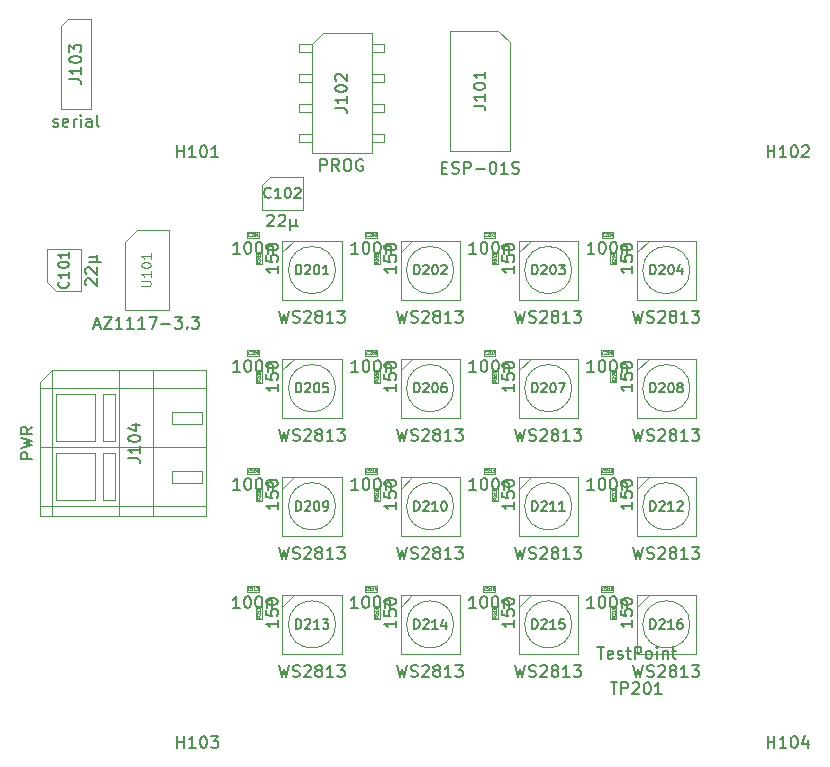
<source format=gbr>
%TF.GenerationSoftware,KiCad,Pcbnew,5.1.9+dfsg1-1~bpo10+1*%
%TF.CreationDate,2021-09-24T07:36:27+00:00*%
%TF.ProjectId,blinkenlights,626c696e-6b65-46e6-9c69-676874732e6b,rev?*%
%TF.SameCoordinates,Original*%
%TF.FileFunction,Other,Fab,Top*%
%FSLAX46Y46*%
G04 Gerber Fmt 4.6, Leading zero omitted, Abs format (unit mm)*
G04 Created by KiCad (PCBNEW 5.1.9+dfsg1-1~bpo10+1) date 2021-09-24 07:36:27*
%MOMM*%
%LPD*%
G01*
G04 APERTURE LIST*
%ADD10C,0.100000*%
%ADD11C,0.150000*%
%ADD12C,0.130000*%
%ADD13C,0.040000*%
%ADD14C,0.120000*%
G04 APERTURE END LIST*
D10*
%TO.C,C101*%
X102600000Y-73250000D02*
X102600000Y-76050000D01*
X102600000Y-76050000D02*
X103300000Y-76750000D01*
X103300000Y-76750000D02*
X105400000Y-76750000D01*
X105400000Y-76750000D02*
X105400000Y-73250000D01*
X105400000Y-73250000D02*
X102600000Y-73250000D01*
%TO.C,C102*%
X124250000Y-69900000D02*
X124250000Y-67100000D01*
X120750000Y-69900000D02*
X124250000Y-69900000D01*
X120750000Y-67800000D02*
X120750000Y-69900000D01*
X121450000Y-67100000D02*
X120750000Y-67800000D01*
X124250000Y-67100000D02*
X121450000Y-67100000D01*
%TO.C,C201*%
X120520000Y-72250000D02*
X119520000Y-72250000D01*
X120520000Y-71750000D02*
X120520000Y-72250000D01*
X119520000Y-71750000D02*
X120520000Y-71750000D01*
X119520000Y-72250000D02*
X119520000Y-71750000D01*
%TO.C,C202*%
X130520000Y-72250000D02*
X129520000Y-72250000D01*
X130520000Y-71750000D02*
X130520000Y-72250000D01*
X129520000Y-71750000D02*
X130520000Y-71750000D01*
X129520000Y-72250000D02*
X129520000Y-71750000D01*
%TO.C,C203*%
X139520000Y-72250000D02*
X139520000Y-71750000D01*
X139520000Y-71750000D02*
X140520000Y-71750000D01*
X140520000Y-71750000D02*
X140520000Y-72250000D01*
X140520000Y-72250000D02*
X139520000Y-72250000D01*
%TO.C,C204*%
X149520000Y-72250000D02*
X149520000Y-71750000D01*
X149520000Y-71750000D02*
X150520000Y-71750000D01*
X150520000Y-71750000D02*
X150520000Y-72250000D01*
X150520000Y-72250000D02*
X149520000Y-72250000D01*
%TO.C,C205*%
X119520000Y-82250000D02*
X119520000Y-81750000D01*
X119520000Y-81750000D02*
X120520000Y-81750000D01*
X120520000Y-81750000D02*
X120520000Y-82250000D01*
X120520000Y-82250000D02*
X119520000Y-82250000D01*
%TO.C,C206*%
X129520000Y-82250000D02*
X129520000Y-81750000D01*
X129520000Y-81750000D02*
X130520000Y-81750000D01*
X130520000Y-81750000D02*
X130520000Y-82250000D01*
X130520000Y-82250000D02*
X129520000Y-82250000D01*
%TO.C,C207*%
X139520000Y-82250000D02*
X139520000Y-81750000D01*
X139520000Y-81750000D02*
X140520000Y-81750000D01*
X140520000Y-81750000D02*
X140520000Y-82250000D01*
X140520000Y-82250000D02*
X139520000Y-82250000D01*
%TO.C,C208*%
X150500000Y-82250000D02*
X149500000Y-82250000D01*
X150500000Y-81750000D02*
X150500000Y-82250000D01*
X149500000Y-81750000D02*
X150500000Y-81750000D01*
X149500000Y-82250000D02*
X149500000Y-81750000D01*
%TO.C,C209*%
X120520000Y-92250000D02*
X119520000Y-92250000D01*
X120520000Y-91750000D02*
X120520000Y-92250000D01*
X119520000Y-91750000D02*
X120520000Y-91750000D01*
X119520000Y-92250000D02*
X119520000Y-91750000D01*
%TO.C,C210*%
X130520000Y-92250000D02*
X129520000Y-92250000D01*
X130520000Y-91750000D02*
X130520000Y-92250000D01*
X129520000Y-91750000D02*
X130520000Y-91750000D01*
X129520000Y-92250000D02*
X129520000Y-91750000D01*
%TO.C,C211*%
X140520000Y-92250000D02*
X139520000Y-92250000D01*
X140520000Y-91750000D02*
X140520000Y-92250000D01*
X139520000Y-91750000D02*
X140520000Y-91750000D01*
X139520000Y-92250000D02*
X139520000Y-91750000D01*
%TO.C,C212*%
X150500000Y-92250000D02*
X149500000Y-92250000D01*
X150500000Y-91750000D02*
X150500000Y-92250000D01*
X149500000Y-91750000D02*
X150500000Y-91750000D01*
X149500000Y-92250000D02*
X149500000Y-91750000D01*
%TO.C,C213*%
X119500000Y-102250000D02*
X119500000Y-101750000D01*
X119500000Y-101750000D02*
X120500000Y-101750000D01*
X120500000Y-101750000D02*
X120500000Y-102250000D01*
X120500000Y-102250000D02*
X119500000Y-102250000D01*
%TO.C,C214*%
X129500000Y-102250000D02*
X129500000Y-101750000D01*
X129500000Y-101750000D02*
X130500000Y-101750000D01*
X130500000Y-101750000D02*
X130500000Y-102250000D01*
X130500000Y-102250000D02*
X129500000Y-102250000D01*
%TO.C,C215*%
X140500000Y-102250000D02*
X139500000Y-102250000D01*
X140500000Y-101750000D02*
X140500000Y-102250000D01*
X139500000Y-101750000D02*
X140500000Y-101750000D01*
X139500000Y-102250000D02*
X139500000Y-101750000D01*
%TO.C,C216*%
X149500000Y-102250000D02*
X149500000Y-101750000D01*
X149500000Y-101750000D02*
X150500000Y-101750000D01*
X150500000Y-101750000D02*
X150500000Y-102250000D01*
X150500000Y-102250000D02*
X149500000Y-102250000D01*
%TO.C,D201*%
X127000000Y-75000000D02*
G75*
G03*
X127000000Y-75000000I-2000000J0D01*
G01*
X122500000Y-77500000D02*
X122500000Y-72500000D01*
X127500000Y-77500000D02*
X122500000Y-77500000D01*
X127500000Y-72500000D02*
X127500000Y-77500000D01*
X122500000Y-72500000D02*
X127500000Y-72500000D01*
X122500000Y-73500000D02*
X123500000Y-72500000D01*
%TO.C,D202*%
X132500000Y-73500000D02*
X133500000Y-72500000D01*
X132500000Y-72500000D02*
X137500000Y-72500000D01*
X137500000Y-72500000D02*
X137500000Y-77500000D01*
X137500000Y-77500000D02*
X132500000Y-77500000D01*
X132500000Y-77500000D02*
X132500000Y-72500000D01*
X137000000Y-75000000D02*
G75*
G03*
X137000000Y-75000000I-2000000J0D01*
G01*
%TO.C,D203*%
X147000000Y-75000000D02*
G75*
G03*
X147000000Y-75000000I-2000000J0D01*
G01*
X142500000Y-77500000D02*
X142500000Y-72500000D01*
X147500000Y-77500000D02*
X142500000Y-77500000D01*
X147500000Y-72500000D02*
X147500000Y-77500000D01*
X142500000Y-72500000D02*
X147500000Y-72500000D01*
X142500000Y-73500000D02*
X143500000Y-72500000D01*
%TO.C,D204*%
X157000000Y-75000000D02*
G75*
G03*
X157000000Y-75000000I-2000000J0D01*
G01*
X152500000Y-77500000D02*
X152500000Y-72500000D01*
X157500000Y-77500000D02*
X152500000Y-77500000D01*
X157500000Y-72500000D02*
X157500000Y-77500000D01*
X152500000Y-72500000D02*
X157500000Y-72500000D01*
X152500000Y-73500000D02*
X153500000Y-72500000D01*
%TO.C,D205*%
X122500000Y-83500000D02*
X123500000Y-82500000D01*
X122500000Y-82500000D02*
X127500000Y-82500000D01*
X127500000Y-82500000D02*
X127500000Y-87500000D01*
X127500000Y-87500000D02*
X122500000Y-87500000D01*
X122500000Y-87500000D02*
X122500000Y-82500000D01*
X127000000Y-85000000D02*
G75*
G03*
X127000000Y-85000000I-2000000J0D01*
G01*
%TO.C,D206*%
X132500000Y-83500000D02*
X133500000Y-82500000D01*
X132500000Y-82500000D02*
X137500000Y-82500000D01*
X137500000Y-82500000D02*
X137500000Y-87500000D01*
X137500000Y-87500000D02*
X132500000Y-87500000D01*
X132500000Y-87500000D02*
X132500000Y-82500000D01*
X137000000Y-85000000D02*
G75*
G03*
X137000000Y-85000000I-2000000J0D01*
G01*
%TO.C,D207*%
X142500000Y-83500000D02*
X143500000Y-82500000D01*
X142500000Y-82500000D02*
X147500000Y-82500000D01*
X147500000Y-82500000D02*
X147500000Y-87500000D01*
X147500000Y-87500000D02*
X142500000Y-87500000D01*
X142500000Y-87500000D02*
X142500000Y-82500000D01*
X147000000Y-85000000D02*
G75*
G03*
X147000000Y-85000000I-2000000J0D01*
G01*
%TO.C,D208*%
X157000000Y-85000000D02*
G75*
G03*
X157000000Y-85000000I-2000000J0D01*
G01*
X152500000Y-87500000D02*
X152500000Y-82500000D01*
X157500000Y-87500000D02*
X152500000Y-87500000D01*
X157500000Y-82500000D02*
X157500000Y-87500000D01*
X152500000Y-82500000D02*
X157500000Y-82500000D01*
X152500000Y-83500000D02*
X153500000Y-82500000D01*
%TO.C,D209*%
X122500000Y-93500000D02*
X123500000Y-92500000D01*
X122500000Y-92500000D02*
X127500000Y-92500000D01*
X127500000Y-92500000D02*
X127500000Y-97500000D01*
X127500000Y-97500000D02*
X122500000Y-97500000D01*
X122500000Y-97500000D02*
X122500000Y-92500000D01*
X127000000Y-95000000D02*
G75*
G03*
X127000000Y-95000000I-2000000J0D01*
G01*
%TO.C,D210*%
X132500000Y-93500000D02*
X133500000Y-92500000D01*
X132500000Y-92500000D02*
X137500000Y-92500000D01*
X137500000Y-92500000D02*
X137500000Y-97500000D01*
X137500000Y-97500000D02*
X132500000Y-97500000D01*
X132500000Y-97500000D02*
X132500000Y-92500000D01*
X137000000Y-95000000D02*
G75*
G03*
X137000000Y-95000000I-2000000J0D01*
G01*
%TO.C,D211*%
X142500000Y-93500000D02*
X143500000Y-92500000D01*
X142500000Y-92500000D02*
X147500000Y-92500000D01*
X147500000Y-92500000D02*
X147500000Y-97500000D01*
X147500000Y-97500000D02*
X142500000Y-97500000D01*
X142500000Y-97500000D02*
X142500000Y-92500000D01*
X147000000Y-95000000D02*
G75*
G03*
X147000000Y-95000000I-2000000J0D01*
G01*
%TO.C,D212*%
X157000000Y-95000000D02*
G75*
G03*
X157000000Y-95000000I-2000000J0D01*
G01*
X152500000Y-97500000D02*
X152500000Y-92500000D01*
X157500000Y-97500000D02*
X152500000Y-97500000D01*
X157500000Y-92500000D02*
X157500000Y-97500000D01*
X152500000Y-92500000D02*
X157500000Y-92500000D01*
X152500000Y-93500000D02*
X153500000Y-92500000D01*
%TO.C,D213*%
X127000000Y-105000000D02*
G75*
G03*
X127000000Y-105000000I-2000000J0D01*
G01*
X122500000Y-107500000D02*
X122500000Y-102500000D01*
X127500000Y-107500000D02*
X122500000Y-107500000D01*
X127500000Y-102500000D02*
X127500000Y-107500000D01*
X122500000Y-102500000D02*
X127500000Y-102500000D01*
X122500000Y-103500000D02*
X123500000Y-102500000D01*
%TO.C,D214*%
X132500000Y-103500000D02*
X133500000Y-102500000D01*
X132500000Y-102500000D02*
X137500000Y-102500000D01*
X137500000Y-102500000D02*
X137500000Y-107500000D01*
X137500000Y-107500000D02*
X132500000Y-107500000D01*
X132500000Y-107500000D02*
X132500000Y-102500000D01*
X137000000Y-105000000D02*
G75*
G03*
X137000000Y-105000000I-2000000J0D01*
G01*
%TO.C,D215*%
X147000000Y-105000000D02*
G75*
G03*
X147000000Y-105000000I-2000000J0D01*
G01*
X142500000Y-107500000D02*
X142500000Y-102500000D01*
X147500000Y-107500000D02*
X142500000Y-107500000D01*
X147500000Y-102500000D02*
X147500000Y-107500000D01*
X142500000Y-102500000D02*
X147500000Y-102500000D01*
X142500000Y-103500000D02*
X143500000Y-102500000D01*
%TO.C,D216*%
X157000000Y-105000000D02*
G75*
G03*
X157000000Y-105000000I-2000000J0D01*
G01*
X152500000Y-107500000D02*
X152500000Y-102500000D01*
X157500000Y-107500000D02*
X152500000Y-107500000D01*
X157500000Y-102500000D02*
X157500000Y-107500000D01*
X152500000Y-102500000D02*
X157500000Y-102500000D01*
X152500000Y-103500000D02*
X153500000Y-102500000D01*
%TO.C,J101*%
X136690000Y-64890000D02*
X136690000Y-54730000D01*
X141770000Y-64890000D02*
X136690000Y-64890000D01*
X141770000Y-55730000D02*
X141770000Y-64890000D01*
X140770000Y-54730000D02*
X141770000Y-55730000D01*
X136690000Y-54730000D02*
X140770000Y-54730000D01*
%TO.C,J102*%
X131100000Y-64130000D02*
X130040000Y-64130000D01*
X131100000Y-63490000D02*
X131100000Y-64130000D01*
X130040000Y-63490000D02*
X131100000Y-63490000D01*
X123900000Y-64130000D02*
X124960000Y-64130000D01*
X123900000Y-63490000D02*
X123900000Y-64130000D01*
X124960000Y-63490000D02*
X123900000Y-63490000D01*
X131100000Y-61590000D02*
X130040000Y-61590000D01*
X131100000Y-60950000D02*
X131100000Y-61590000D01*
X130040000Y-60950000D02*
X131100000Y-60950000D01*
X123900000Y-61590000D02*
X124960000Y-61590000D01*
X123900000Y-60950000D02*
X123900000Y-61590000D01*
X124960000Y-60950000D02*
X123900000Y-60950000D01*
X131100000Y-59050000D02*
X130040000Y-59050000D01*
X131100000Y-58410000D02*
X131100000Y-59050000D01*
X130040000Y-58410000D02*
X131100000Y-58410000D01*
X123900000Y-59050000D02*
X124960000Y-59050000D01*
X123900000Y-58410000D02*
X123900000Y-59050000D01*
X124960000Y-58410000D02*
X123900000Y-58410000D01*
X131100000Y-56510000D02*
X130040000Y-56510000D01*
X131100000Y-55870000D02*
X131100000Y-56510000D01*
X130040000Y-55870000D02*
X131100000Y-55870000D01*
X123900000Y-56510000D02*
X124960000Y-56510000D01*
X123900000Y-55870000D02*
X123900000Y-56510000D01*
X124960000Y-55870000D02*
X123900000Y-55870000D01*
X130040000Y-54920000D02*
X130040000Y-65080000D01*
X124960000Y-55870000D02*
X125910000Y-54920000D01*
X124960000Y-65080000D02*
X124960000Y-55870000D01*
X125910000Y-54920000D02*
X130040000Y-54920000D01*
X130040000Y-65080000D02*
X124960000Y-65080000D01*
%TO.C,J103*%
X103730000Y-54365000D02*
X104365000Y-53730000D01*
X103730000Y-61350000D02*
X103730000Y-54365000D01*
X106270000Y-61350000D02*
X103730000Y-61350000D01*
X106270000Y-53730000D02*
X106270000Y-61350000D01*
X104365000Y-53730000D02*
X106270000Y-53730000D01*
%TO.C,J104*%
X115650000Y-93000000D02*
X115650000Y-92000000D01*
X113150000Y-93000000D02*
X115650000Y-93000000D01*
X113150000Y-92000000D02*
X113150000Y-93000000D01*
X115650000Y-92000000D02*
X113150000Y-92000000D01*
X108300000Y-94500000D02*
X108300000Y-90500000D01*
X107300000Y-94500000D02*
X108300000Y-94500000D01*
X107300000Y-90500000D02*
X107300000Y-94500000D01*
X108300000Y-90500000D02*
X107300000Y-90500000D01*
X116000000Y-95000000D02*
X116000000Y-90000000D01*
X102000000Y-95000000D02*
X116000000Y-95000000D01*
X102000000Y-90000000D02*
X102000000Y-95000000D01*
X116000000Y-90000000D02*
X102000000Y-90000000D01*
X106600000Y-94500000D02*
X106600000Y-90500000D01*
X103300000Y-94500000D02*
X106600000Y-94500000D01*
X103300000Y-90500000D02*
X103300000Y-94500000D01*
X106600000Y-90500000D02*
X103300000Y-90500000D01*
X115650000Y-88000000D02*
X115650000Y-87000000D01*
X113150000Y-88000000D02*
X115650000Y-88000000D01*
X113150000Y-87000000D02*
X113150000Y-88000000D01*
X115650000Y-87000000D02*
X113150000Y-87000000D01*
X108300000Y-89500000D02*
X108300000Y-85500000D01*
X107300000Y-89500000D02*
X108300000Y-89500000D01*
X107300000Y-85500000D02*
X107300000Y-89500000D01*
X108300000Y-85500000D02*
X107300000Y-85500000D01*
X116000000Y-90000000D02*
X116000000Y-85000000D01*
X102000000Y-90000000D02*
X116000000Y-90000000D01*
X102000000Y-85000000D02*
X102000000Y-90000000D01*
X116000000Y-85000000D02*
X102000000Y-85000000D01*
X106600000Y-89500000D02*
X106600000Y-85500000D01*
X103300000Y-89500000D02*
X106600000Y-89500000D01*
X103300000Y-85500000D02*
X103300000Y-89500000D01*
X106600000Y-85500000D02*
X103300000Y-85500000D01*
X111500000Y-83500000D02*
X111500000Y-95800000D01*
X108700000Y-83500000D02*
X108700000Y-95800000D01*
X103000000Y-83500000D02*
X103000000Y-95800000D01*
X103000000Y-83500000D02*
X116000000Y-83500000D01*
X102000000Y-84500000D02*
X103000000Y-83500000D01*
X102000000Y-95800000D02*
X102000000Y-84500000D01*
X116000000Y-95800000D02*
X102000000Y-95800000D01*
X116000000Y-83500000D02*
X116000000Y-95800000D01*
%TO.C,R201*%
X120770000Y-74525000D02*
X120230000Y-74525000D01*
X120230000Y-74525000D02*
X120230000Y-73475000D01*
X120230000Y-73475000D02*
X120770000Y-73475000D01*
X120770000Y-73475000D02*
X120770000Y-74525000D01*
%TO.C,R202*%
X130770000Y-74525000D02*
X130230000Y-74525000D01*
X130230000Y-74525000D02*
X130230000Y-73475000D01*
X130230000Y-73475000D02*
X130770000Y-73475000D01*
X130770000Y-73475000D02*
X130770000Y-74525000D01*
%TO.C,R203*%
X140770000Y-74525000D02*
X140230000Y-74525000D01*
X140230000Y-74525000D02*
X140230000Y-73475000D01*
X140230000Y-73475000D02*
X140770000Y-73475000D01*
X140770000Y-73475000D02*
X140770000Y-74525000D01*
%TO.C,R204*%
X150770000Y-74525000D02*
X150230000Y-74525000D01*
X150230000Y-74525000D02*
X150230000Y-73475000D01*
X150230000Y-73475000D02*
X150770000Y-73475000D01*
X150770000Y-73475000D02*
X150770000Y-74525000D01*
%TO.C,R205*%
X120770000Y-84525000D02*
X120230000Y-84525000D01*
X120230000Y-84525000D02*
X120230000Y-83475000D01*
X120230000Y-83475000D02*
X120770000Y-83475000D01*
X120770000Y-83475000D02*
X120770000Y-84525000D01*
%TO.C,R206*%
X130770000Y-84525000D02*
X130230000Y-84525000D01*
X130230000Y-84525000D02*
X130230000Y-83475000D01*
X130230000Y-83475000D02*
X130770000Y-83475000D01*
X130770000Y-83475000D02*
X130770000Y-84525000D01*
%TO.C,R207*%
X140770000Y-84525000D02*
X140230000Y-84525000D01*
X140230000Y-84525000D02*
X140230000Y-83475000D01*
X140230000Y-83475000D02*
X140770000Y-83475000D01*
X140770000Y-83475000D02*
X140770000Y-84525000D01*
%TO.C,R208*%
X150770000Y-83465000D02*
X150770000Y-84515000D01*
X150230000Y-83465000D02*
X150770000Y-83465000D01*
X150230000Y-84515000D02*
X150230000Y-83465000D01*
X150770000Y-84515000D02*
X150230000Y-84515000D01*
%TO.C,R209*%
X120770000Y-93475000D02*
X120770000Y-94525000D01*
X120230000Y-93475000D02*
X120770000Y-93475000D01*
X120230000Y-94525000D02*
X120230000Y-93475000D01*
X120770000Y-94525000D02*
X120230000Y-94525000D01*
%TO.C,R210*%
X130770000Y-93475000D02*
X130770000Y-94525000D01*
X130230000Y-93475000D02*
X130770000Y-93475000D01*
X130230000Y-94525000D02*
X130230000Y-93475000D01*
X130770000Y-94525000D02*
X130230000Y-94525000D01*
%TO.C,R211*%
X140770000Y-93475000D02*
X140770000Y-94525000D01*
X140230000Y-93475000D02*
X140770000Y-93475000D01*
X140230000Y-94525000D02*
X140230000Y-93475000D01*
X140770000Y-94525000D02*
X140230000Y-94525000D01*
%TO.C,R212*%
X150770000Y-93475000D02*
X150770000Y-94525000D01*
X150230000Y-93475000D02*
X150770000Y-93475000D01*
X150230000Y-94525000D02*
X150230000Y-93475000D01*
X150770000Y-94525000D02*
X150230000Y-94525000D01*
%TO.C,R213*%
X120770000Y-103475000D02*
X120770000Y-104525000D01*
X120230000Y-103475000D02*
X120770000Y-103475000D01*
X120230000Y-104525000D02*
X120230000Y-103475000D01*
X120770000Y-104525000D02*
X120230000Y-104525000D01*
%TO.C,R214*%
X130770000Y-103485000D02*
X130770000Y-104535000D01*
X130230000Y-103485000D02*
X130770000Y-103485000D01*
X130230000Y-104535000D02*
X130230000Y-103485000D01*
X130770000Y-104535000D02*
X130230000Y-104535000D01*
%TO.C,R215*%
X140770000Y-103475000D02*
X140770000Y-104525000D01*
X140230000Y-103475000D02*
X140770000Y-103475000D01*
X140230000Y-104525000D02*
X140230000Y-103475000D01*
X140770000Y-104525000D02*
X140230000Y-104525000D01*
%TO.C,R216*%
X150770000Y-104525000D02*
X150230000Y-104525000D01*
X150230000Y-104525000D02*
X150230000Y-103475000D01*
X150230000Y-103475000D02*
X150770000Y-103475000D01*
X150770000Y-103475000D02*
X150770000Y-104525000D01*
%TO.C,U101*%
X112850000Y-71650000D02*
X112850000Y-78350000D01*
X109150000Y-78350000D02*
X112850000Y-78350000D01*
X110150000Y-71650000D02*
X112850000Y-71650000D01*
X109150000Y-72650000D02*
X109150000Y-78350000D01*
X109150000Y-72650000D02*
X110150000Y-71650000D01*
%TD*%
%TO.C,C101*%
D11*
X105897619Y-76285714D02*
X105850000Y-76238095D01*
X105802380Y-76142857D01*
X105802380Y-75904761D01*
X105850000Y-75809523D01*
X105897619Y-75761904D01*
X105992857Y-75714285D01*
X106088095Y-75714285D01*
X106230952Y-75761904D01*
X106802380Y-76333333D01*
X106802380Y-75714285D01*
X105897619Y-75333333D02*
X105850000Y-75285714D01*
X105802380Y-75190476D01*
X105802380Y-74952380D01*
X105850000Y-74857142D01*
X105897619Y-74809523D01*
X105992857Y-74761904D01*
X106088095Y-74761904D01*
X106230952Y-74809523D01*
X106802380Y-75380952D01*
X106802380Y-74761904D01*
X106135714Y-74333333D02*
X107135714Y-74333333D01*
X106659523Y-73857142D02*
X106754761Y-73809523D01*
X106802380Y-73714285D01*
X106659523Y-74333333D02*
X106754761Y-74285714D01*
X106802380Y-74190476D01*
X106802380Y-74000000D01*
X106754761Y-73904761D01*
X106659523Y-73857142D01*
X106135714Y-73857142D01*
D12*
X104314285Y-75984761D02*
X104356190Y-76026666D01*
X104398095Y-76152380D01*
X104398095Y-76236190D01*
X104356190Y-76361904D01*
X104272380Y-76445714D01*
X104188571Y-76487619D01*
X104020952Y-76529523D01*
X103895238Y-76529523D01*
X103727619Y-76487619D01*
X103643809Y-76445714D01*
X103560000Y-76361904D01*
X103518095Y-76236190D01*
X103518095Y-76152380D01*
X103560000Y-76026666D01*
X103601904Y-75984761D01*
X104398095Y-75146666D02*
X104398095Y-75649523D01*
X104398095Y-75398095D02*
X103518095Y-75398095D01*
X103643809Y-75481904D01*
X103727619Y-75565714D01*
X103769523Y-75649523D01*
X103518095Y-74601904D02*
X103518095Y-74518095D01*
X103560000Y-74434285D01*
X103601904Y-74392380D01*
X103685714Y-74350476D01*
X103853333Y-74308571D01*
X104062857Y-74308571D01*
X104230476Y-74350476D01*
X104314285Y-74392380D01*
X104356190Y-74434285D01*
X104398095Y-74518095D01*
X104398095Y-74601904D01*
X104356190Y-74685714D01*
X104314285Y-74727619D01*
X104230476Y-74769523D01*
X104062857Y-74811428D01*
X103853333Y-74811428D01*
X103685714Y-74769523D01*
X103601904Y-74727619D01*
X103560000Y-74685714D01*
X103518095Y-74601904D01*
X104398095Y-73470476D02*
X104398095Y-73973333D01*
X104398095Y-73721904D02*
X103518095Y-73721904D01*
X103643809Y-73805714D01*
X103727619Y-73889523D01*
X103769523Y-73973333D01*
%TO.C,C102*%
D11*
X121214285Y-70397619D02*
X121261904Y-70350000D01*
X121357142Y-70302380D01*
X121595238Y-70302380D01*
X121690476Y-70350000D01*
X121738095Y-70397619D01*
X121785714Y-70492857D01*
X121785714Y-70588095D01*
X121738095Y-70730952D01*
X121166666Y-71302380D01*
X121785714Y-71302380D01*
X122166666Y-70397619D02*
X122214285Y-70350000D01*
X122309523Y-70302380D01*
X122547619Y-70302380D01*
X122642857Y-70350000D01*
X122690476Y-70397619D01*
X122738095Y-70492857D01*
X122738095Y-70588095D01*
X122690476Y-70730952D01*
X122119047Y-71302380D01*
X122738095Y-71302380D01*
X123166666Y-70635714D02*
X123166666Y-71635714D01*
X123642857Y-71159523D02*
X123690476Y-71254761D01*
X123785714Y-71302380D01*
X123166666Y-71159523D02*
X123214285Y-71254761D01*
X123309523Y-71302380D01*
X123500000Y-71302380D01*
X123595238Y-71254761D01*
X123642857Y-71159523D01*
X123642857Y-70635714D01*
D12*
X121515238Y-68814285D02*
X121473333Y-68856190D01*
X121347619Y-68898095D01*
X121263809Y-68898095D01*
X121138095Y-68856190D01*
X121054285Y-68772380D01*
X121012380Y-68688571D01*
X120970476Y-68520952D01*
X120970476Y-68395238D01*
X121012380Y-68227619D01*
X121054285Y-68143809D01*
X121138095Y-68060000D01*
X121263809Y-68018095D01*
X121347619Y-68018095D01*
X121473333Y-68060000D01*
X121515238Y-68101904D01*
X122353333Y-68898095D02*
X121850476Y-68898095D01*
X122101904Y-68898095D02*
X122101904Y-68018095D01*
X122018095Y-68143809D01*
X121934285Y-68227619D01*
X121850476Y-68269523D01*
X122898095Y-68018095D02*
X122981904Y-68018095D01*
X123065714Y-68060000D01*
X123107619Y-68101904D01*
X123149523Y-68185714D01*
X123191428Y-68353333D01*
X123191428Y-68562857D01*
X123149523Y-68730476D01*
X123107619Y-68814285D01*
X123065714Y-68856190D01*
X122981904Y-68898095D01*
X122898095Y-68898095D01*
X122814285Y-68856190D01*
X122772380Y-68814285D01*
X122730476Y-68730476D01*
X122688571Y-68562857D01*
X122688571Y-68353333D01*
X122730476Y-68185714D01*
X122772380Y-68101904D01*
X122814285Y-68060000D01*
X122898095Y-68018095D01*
X123526666Y-68101904D02*
X123568571Y-68060000D01*
X123652380Y-68018095D01*
X123861904Y-68018095D01*
X123945714Y-68060000D01*
X123987619Y-68101904D01*
X124029523Y-68185714D01*
X124029523Y-68269523D01*
X123987619Y-68395238D01*
X123484761Y-68898095D01*
X124029523Y-68898095D01*
%TO.C,C201*%
D11*
X118900952Y-73612380D02*
X118329523Y-73612380D01*
X118615238Y-73612380D02*
X118615238Y-72612380D01*
X118520000Y-72755238D01*
X118424761Y-72850476D01*
X118329523Y-72898095D01*
X119520000Y-72612380D02*
X119615238Y-72612380D01*
X119710476Y-72660000D01*
X119758095Y-72707619D01*
X119805714Y-72802857D01*
X119853333Y-72993333D01*
X119853333Y-73231428D01*
X119805714Y-73421904D01*
X119758095Y-73517142D01*
X119710476Y-73564761D01*
X119615238Y-73612380D01*
X119520000Y-73612380D01*
X119424761Y-73564761D01*
X119377142Y-73517142D01*
X119329523Y-73421904D01*
X119281904Y-73231428D01*
X119281904Y-72993333D01*
X119329523Y-72802857D01*
X119377142Y-72707619D01*
X119424761Y-72660000D01*
X119520000Y-72612380D01*
X120472380Y-72612380D02*
X120567619Y-72612380D01*
X120662857Y-72660000D01*
X120710476Y-72707619D01*
X120758095Y-72802857D01*
X120805714Y-72993333D01*
X120805714Y-73231428D01*
X120758095Y-73421904D01*
X120710476Y-73517142D01*
X120662857Y-73564761D01*
X120567619Y-73612380D01*
X120472380Y-73612380D01*
X120377142Y-73564761D01*
X120329523Y-73517142D01*
X120281904Y-73421904D01*
X120234285Y-73231428D01*
X120234285Y-72993333D01*
X120281904Y-72802857D01*
X120329523Y-72707619D01*
X120377142Y-72660000D01*
X120472380Y-72612380D01*
X121234285Y-72945714D02*
X121234285Y-73612380D01*
X121234285Y-73040952D02*
X121281904Y-72993333D01*
X121377142Y-72945714D01*
X121520000Y-72945714D01*
X121615238Y-72993333D01*
X121662857Y-73088571D01*
X121662857Y-73612380D01*
D13*
X119740238Y-72089285D02*
X119728333Y-72101190D01*
X119692619Y-72113095D01*
X119668809Y-72113095D01*
X119633095Y-72101190D01*
X119609285Y-72077380D01*
X119597380Y-72053571D01*
X119585476Y-72005952D01*
X119585476Y-71970238D01*
X119597380Y-71922619D01*
X119609285Y-71898809D01*
X119633095Y-71875000D01*
X119668809Y-71863095D01*
X119692619Y-71863095D01*
X119728333Y-71875000D01*
X119740238Y-71886904D01*
X119835476Y-71886904D02*
X119847380Y-71875000D01*
X119871190Y-71863095D01*
X119930714Y-71863095D01*
X119954523Y-71875000D01*
X119966428Y-71886904D01*
X119978333Y-71910714D01*
X119978333Y-71934523D01*
X119966428Y-71970238D01*
X119823571Y-72113095D01*
X119978333Y-72113095D01*
X120133095Y-71863095D02*
X120156904Y-71863095D01*
X120180714Y-71875000D01*
X120192619Y-71886904D01*
X120204523Y-71910714D01*
X120216428Y-71958333D01*
X120216428Y-72017857D01*
X120204523Y-72065476D01*
X120192619Y-72089285D01*
X120180714Y-72101190D01*
X120156904Y-72113095D01*
X120133095Y-72113095D01*
X120109285Y-72101190D01*
X120097380Y-72089285D01*
X120085476Y-72065476D01*
X120073571Y-72017857D01*
X120073571Y-71958333D01*
X120085476Y-71910714D01*
X120097380Y-71886904D01*
X120109285Y-71875000D01*
X120133095Y-71863095D01*
X120454523Y-72113095D02*
X120311666Y-72113095D01*
X120383095Y-72113095D02*
X120383095Y-71863095D01*
X120359285Y-71898809D01*
X120335476Y-71922619D01*
X120311666Y-71934523D01*
%TO.C,C202*%
D11*
X128900952Y-73612380D02*
X128329523Y-73612380D01*
X128615238Y-73612380D02*
X128615238Y-72612380D01*
X128520000Y-72755238D01*
X128424761Y-72850476D01*
X128329523Y-72898095D01*
X129520000Y-72612380D02*
X129615238Y-72612380D01*
X129710476Y-72660000D01*
X129758095Y-72707619D01*
X129805714Y-72802857D01*
X129853333Y-72993333D01*
X129853333Y-73231428D01*
X129805714Y-73421904D01*
X129758095Y-73517142D01*
X129710476Y-73564761D01*
X129615238Y-73612380D01*
X129520000Y-73612380D01*
X129424761Y-73564761D01*
X129377142Y-73517142D01*
X129329523Y-73421904D01*
X129281904Y-73231428D01*
X129281904Y-72993333D01*
X129329523Y-72802857D01*
X129377142Y-72707619D01*
X129424761Y-72660000D01*
X129520000Y-72612380D01*
X130472380Y-72612380D02*
X130567619Y-72612380D01*
X130662857Y-72660000D01*
X130710476Y-72707619D01*
X130758095Y-72802857D01*
X130805714Y-72993333D01*
X130805714Y-73231428D01*
X130758095Y-73421904D01*
X130710476Y-73517142D01*
X130662857Y-73564761D01*
X130567619Y-73612380D01*
X130472380Y-73612380D01*
X130377142Y-73564761D01*
X130329523Y-73517142D01*
X130281904Y-73421904D01*
X130234285Y-73231428D01*
X130234285Y-72993333D01*
X130281904Y-72802857D01*
X130329523Y-72707619D01*
X130377142Y-72660000D01*
X130472380Y-72612380D01*
X131234285Y-72945714D02*
X131234285Y-73612380D01*
X131234285Y-73040952D02*
X131281904Y-72993333D01*
X131377142Y-72945714D01*
X131520000Y-72945714D01*
X131615238Y-72993333D01*
X131662857Y-73088571D01*
X131662857Y-73612380D01*
D13*
X129740238Y-72089285D02*
X129728333Y-72101190D01*
X129692619Y-72113095D01*
X129668809Y-72113095D01*
X129633095Y-72101190D01*
X129609285Y-72077380D01*
X129597380Y-72053571D01*
X129585476Y-72005952D01*
X129585476Y-71970238D01*
X129597380Y-71922619D01*
X129609285Y-71898809D01*
X129633095Y-71875000D01*
X129668809Y-71863095D01*
X129692619Y-71863095D01*
X129728333Y-71875000D01*
X129740238Y-71886904D01*
X129835476Y-71886904D02*
X129847380Y-71875000D01*
X129871190Y-71863095D01*
X129930714Y-71863095D01*
X129954523Y-71875000D01*
X129966428Y-71886904D01*
X129978333Y-71910714D01*
X129978333Y-71934523D01*
X129966428Y-71970238D01*
X129823571Y-72113095D01*
X129978333Y-72113095D01*
X130133095Y-71863095D02*
X130156904Y-71863095D01*
X130180714Y-71875000D01*
X130192619Y-71886904D01*
X130204523Y-71910714D01*
X130216428Y-71958333D01*
X130216428Y-72017857D01*
X130204523Y-72065476D01*
X130192619Y-72089285D01*
X130180714Y-72101190D01*
X130156904Y-72113095D01*
X130133095Y-72113095D01*
X130109285Y-72101190D01*
X130097380Y-72089285D01*
X130085476Y-72065476D01*
X130073571Y-72017857D01*
X130073571Y-71958333D01*
X130085476Y-71910714D01*
X130097380Y-71886904D01*
X130109285Y-71875000D01*
X130133095Y-71863095D01*
X130311666Y-71886904D02*
X130323571Y-71875000D01*
X130347380Y-71863095D01*
X130406904Y-71863095D01*
X130430714Y-71875000D01*
X130442619Y-71886904D01*
X130454523Y-71910714D01*
X130454523Y-71934523D01*
X130442619Y-71970238D01*
X130299761Y-72113095D01*
X130454523Y-72113095D01*
%TO.C,C203*%
D11*
X138900952Y-73612380D02*
X138329523Y-73612380D01*
X138615238Y-73612380D02*
X138615238Y-72612380D01*
X138520000Y-72755238D01*
X138424761Y-72850476D01*
X138329523Y-72898095D01*
X139520000Y-72612380D02*
X139615238Y-72612380D01*
X139710476Y-72660000D01*
X139758095Y-72707619D01*
X139805714Y-72802857D01*
X139853333Y-72993333D01*
X139853333Y-73231428D01*
X139805714Y-73421904D01*
X139758095Y-73517142D01*
X139710476Y-73564761D01*
X139615238Y-73612380D01*
X139520000Y-73612380D01*
X139424761Y-73564761D01*
X139377142Y-73517142D01*
X139329523Y-73421904D01*
X139281904Y-73231428D01*
X139281904Y-72993333D01*
X139329523Y-72802857D01*
X139377142Y-72707619D01*
X139424761Y-72660000D01*
X139520000Y-72612380D01*
X140472380Y-72612380D02*
X140567619Y-72612380D01*
X140662857Y-72660000D01*
X140710476Y-72707619D01*
X140758095Y-72802857D01*
X140805714Y-72993333D01*
X140805714Y-73231428D01*
X140758095Y-73421904D01*
X140710476Y-73517142D01*
X140662857Y-73564761D01*
X140567619Y-73612380D01*
X140472380Y-73612380D01*
X140377142Y-73564761D01*
X140329523Y-73517142D01*
X140281904Y-73421904D01*
X140234285Y-73231428D01*
X140234285Y-72993333D01*
X140281904Y-72802857D01*
X140329523Y-72707619D01*
X140377142Y-72660000D01*
X140472380Y-72612380D01*
X141234285Y-72945714D02*
X141234285Y-73612380D01*
X141234285Y-73040952D02*
X141281904Y-72993333D01*
X141377142Y-72945714D01*
X141520000Y-72945714D01*
X141615238Y-72993333D01*
X141662857Y-73088571D01*
X141662857Y-73612380D01*
D13*
X139740238Y-72089285D02*
X139728333Y-72101190D01*
X139692619Y-72113095D01*
X139668809Y-72113095D01*
X139633095Y-72101190D01*
X139609285Y-72077380D01*
X139597380Y-72053571D01*
X139585476Y-72005952D01*
X139585476Y-71970238D01*
X139597380Y-71922619D01*
X139609285Y-71898809D01*
X139633095Y-71875000D01*
X139668809Y-71863095D01*
X139692619Y-71863095D01*
X139728333Y-71875000D01*
X139740238Y-71886904D01*
X139835476Y-71886904D02*
X139847380Y-71875000D01*
X139871190Y-71863095D01*
X139930714Y-71863095D01*
X139954523Y-71875000D01*
X139966428Y-71886904D01*
X139978333Y-71910714D01*
X139978333Y-71934523D01*
X139966428Y-71970238D01*
X139823571Y-72113095D01*
X139978333Y-72113095D01*
X140133095Y-71863095D02*
X140156904Y-71863095D01*
X140180714Y-71875000D01*
X140192619Y-71886904D01*
X140204523Y-71910714D01*
X140216428Y-71958333D01*
X140216428Y-72017857D01*
X140204523Y-72065476D01*
X140192619Y-72089285D01*
X140180714Y-72101190D01*
X140156904Y-72113095D01*
X140133095Y-72113095D01*
X140109285Y-72101190D01*
X140097380Y-72089285D01*
X140085476Y-72065476D01*
X140073571Y-72017857D01*
X140073571Y-71958333D01*
X140085476Y-71910714D01*
X140097380Y-71886904D01*
X140109285Y-71875000D01*
X140133095Y-71863095D01*
X140299761Y-71863095D02*
X140454523Y-71863095D01*
X140371190Y-71958333D01*
X140406904Y-71958333D01*
X140430714Y-71970238D01*
X140442619Y-71982142D01*
X140454523Y-72005952D01*
X140454523Y-72065476D01*
X140442619Y-72089285D01*
X140430714Y-72101190D01*
X140406904Y-72113095D01*
X140335476Y-72113095D01*
X140311666Y-72101190D01*
X140299761Y-72089285D01*
%TO.C,C204*%
D11*
X148900952Y-73612380D02*
X148329523Y-73612380D01*
X148615238Y-73612380D02*
X148615238Y-72612380D01*
X148520000Y-72755238D01*
X148424761Y-72850476D01*
X148329523Y-72898095D01*
X149520000Y-72612380D02*
X149615238Y-72612380D01*
X149710476Y-72660000D01*
X149758095Y-72707619D01*
X149805714Y-72802857D01*
X149853333Y-72993333D01*
X149853333Y-73231428D01*
X149805714Y-73421904D01*
X149758095Y-73517142D01*
X149710476Y-73564761D01*
X149615238Y-73612380D01*
X149520000Y-73612380D01*
X149424761Y-73564761D01*
X149377142Y-73517142D01*
X149329523Y-73421904D01*
X149281904Y-73231428D01*
X149281904Y-72993333D01*
X149329523Y-72802857D01*
X149377142Y-72707619D01*
X149424761Y-72660000D01*
X149520000Y-72612380D01*
X150472380Y-72612380D02*
X150567619Y-72612380D01*
X150662857Y-72660000D01*
X150710476Y-72707619D01*
X150758095Y-72802857D01*
X150805714Y-72993333D01*
X150805714Y-73231428D01*
X150758095Y-73421904D01*
X150710476Y-73517142D01*
X150662857Y-73564761D01*
X150567619Y-73612380D01*
X150472380Y-73612380D01*
X150377142Y-73564761D01*
X150329523Y-73517142D01*
X150281904Y-73421904D01*
X150234285Y-73231428D01*
X150234285Y-72993333D01*
X150281904Y-72802857D01*
X150329523Y-72707619D01*
X150377142Y-72660000D01*
X150472380Y-72612380D01*
X151234285Y-72945714D02*
X151234285Y-73612380D01*
X151234285Y-73040952D02*
X151281904Y-72993333D01*
X151377142Y-72945714D01*
X151520000Y-72945714D01*
X151615238Y-72993333D01*
X151662857Y-73088571D01*
X151662857Y-73612380D01*
D13*
X149740238Y-72089285D02*
X149728333Y-72101190D01*
X149692619Y-72113095D01*
X149668809Y-72113095D01*
X149633095Y-72101190D01*
X149609285Y-72077380D01*
X149597380Y-72053571D01*
X149585476Y-72005952D01*
X149585476Y-71970238D01*
X149597380Y-71922619D01*
X149609285Y-71898809D01*
X149633095Y-71875000D01*
X149668809Y-71863095D01*
X149692619Y-71863095D01*
X149728333Y-71875000D01*
X149740238Y-71886904D01*
X149835476Y-71886904D02*
X149847380Y-71875000D01*
X149871190Y-71863095D01*
X149930714Y-71863095D01*
X149954523Y-71875000D01*
X149966428Y-71886904D01*
X149978333Y-71910714D01*
X149978333Y-71934523D01*
X149966428Y-71970238D01*
X149823571Y-72113095D01*
X149978333Y-72113095D01*
X150133095Y-71863095D02*
X150156904Y-71863095D01*
X150180714Y-71875000D01*
X150192619Y-71886904D01*
X150204523Y-71910714D01*
X150216428Y-71958333D01*
X150216428Y-72017857D01*
X150204523Y-72065476D01*
X150192619Y-72089285D01*
X150180714Y-72101190D01*
X150156904Y-72113095D01*
X150133095Y-72113095D01*
X150109285Y-72101190D01*
X150097380Y-72089285D01*
X150085476Y-72065476D01*
X150073571Y-72017857D01*
X150073571Y-71958333D01*
X150085476Y-71910714D01*
X150097380Y-71886904D01*
X150109285Y-71875000D01*
X150133095Y-71863095D01*
X150430714Y-71946428D02*
X150430714Y-72113095D01*
X150371190Y-71851190D02*
X150311666Y-72029761D01*
X150466428Y-72029761D01*
%TO.C,C205*%
D11*
X118900952Y-83612380D02*
X118329523Y-83612380D01*
X118615238Y-83612380D02*
X118615238Y-82612380D01*
X118520000Y-82755238D01*
X118424761Y-82850476D01*
X118329523Y-82898095D01*
X119520000Y-82612380D02*
X119615238Y-82612380D01*
X119710476Y-82660000D01*
X119758095Y-82707619D01*
X119805714Y-82802857D01*
X119853333Y-82993333D01*
X119853333Y-83231428D01*
X119805714Y-83421904D01*
X119758095Y-83517142D01*
X119710476Y-83564761D01*
X119615238Y-83612380D01*
X119520000Y-83612380D01*
X119424761Y-83564761D01*
X119377142Y-83517142D01*
X119329523Y-83421904D01*
X119281904Y-83231428D01*
X119281904Y-82993333D01*
X119329523Y-82802857D01*
X119377142Y-82707619D01*
X119424761Y-82660000D01*
X119520000Y-82612380D01*
X120472380Y-82612380D02*
X120567619Y-82612380D01*
X120662857Y-82660000D01*
X120710476Y-82707619D01*
X120758095Y-82802857D01*
X120805714Y-82993333D01*
X120805714Y-83231428D01*
X120758095Y-83421904D01*
X120710476Y-83517142D01*
X120662857Y-83564761D01*
X120567619Y-83612380D01*
X120472380Y-83612380D01*
X120377142Y-83564761D01*
X120329523Y-83517142D01*
X120281904Y-83421904D01*
X120234285Y-83231428D01*
X120234285Y-82993333D01*
X120281904Y-82802857D01*
X120329523Y-82707619D01*
X120377142Y-82660000D01*
X120472380Y-82612380D01*
X121234285Y-82945714D02*
X121234285Y-83612380D01*
X121234285Y-83040952D02*
X121281904Y-82993333D01*
X121377142Y-82945714D01*
X121520000Y-82945714D01*
X121615238Y-82993333D01*
X121662857Y-83088571D01*
X121662857Y-83612380D01*
D13*
X119740238Y-82089285D02*
X119728333Y-82101190D01*
X119692619Y-82113095D01*
X119668809Y-82113095D01*
X119633095Y-82101190D01*
X119609285Y-82077380D01*
X119597380Y-82053571D01*
X119585476Y-82005952D01*
X119585476Y-81970238D01*
X119597380Y-81922619D01*
X119609285Y-81898809D01*
X119633095Y-81875000D01*
X119668809Y-81863095D01*
X119692619Y-81863095D01*
X119728333Y-81875000D01*
X119740238Y-81886904D01*
X119835476Y-81886904D02*
X119847380Y-81875000D01*
X119871190Y-81863095D01*
X119930714Y-81863095D01*
X119954523Y-81875000D01*
X119966428Y-81886904D01*
X119978333Y-81910714D01*
X119978333Y-81934523D01*
X119966428Y-81970238D01*
X119823571Y-82113095D01*
X119978333Y-82113095D01*
X120133095Y-81863095D02*
X120156904Y-81863095D01*
X120180714Y-81875000D01*
X120192619Y-81886904D01*
X120204523Y-81910714D01*
X120216428Y-81958333D01*
X120216428Y-82017857D01*
X120204523Y-82065476D01*
X120192619Y-82089285D01*
X120180714Y-82101190D01*
X120156904Y-82113095D01*
X120133095Y-82113095D01*
X120109285Y-82101190D01*
X120097380Y-82089285D01*
X120085476Y-82065476D01*
X120073571Y-82017857D01*
X120073571Y-81958333D01*
X120085476Y-81910714D01*
X120097380Y-81886904D01*
X120109285Y-81875000D01*
X120133095Y-81863095D01*
X120442619Y-81863095D02*
X120323571Y-81863095D01*
X120311666Y-81982142D01*
X120323571Y-81970238D01*
X120347380Y-81958333D01*
X120406904Y-81958333D01*
X120430714Y-81970238D01*
X120442619Y-81982142D01*
X120454523Y-82005952D01*
X120454523Y-82065476D01*
X120442619Y-82089285D01*
X120430714Y-82101190D01*
X120406904Y-82113095D01*
X120347380Y-82113095D01*
X120323571Y-82101190D01*
X120311666Y-82089285D01*
%TO.C,C206*%
D11*
X128900952Y-83612380D02*
X128329523Y-83612380D01*
X128615238Y-83612380D02*
X128615238Y-82612380D01*
X128520000Y-82755238D01*
X128424761Y-82850476D01*
X128329523Y-82898095D01*
X129520000Y-82612380D02*
X129615238Y-82612380D01*
X129710476Y-82660000D01*
X129758095Y-82707619D01*
X129805714Y-82802857D01*
X129853333Y-82993333D01*
X129853333Y-83231428D01*
X129805714Y-83421904D01*
X129758095Y-83517142D01*
X129710476Y-83564761D01*
X129615238Y-83612380D01*
X129520000Y-83612380D01*
X129424761Y-83564761D01*
X129377142Y-83517142D01*
X129329523Y-83421904D01*
X129281904Y-83231428D01*
X129281904Y-82993333D01*
X129329523Y-82802857D01*
X129377142Y-82707619D01*
X129424761Y-82660000D01*
X129520000Y-82612380D01*
X130472380Y-82612380D02*
X130567619Y-82612380D01*
X130662857Y-82660000D01*
X130710476Y-82707619D01*
X130758095Y-82802857D01*
X130805714Y-82993333D01*
X130805714Y-83231428D01*
X130758095Y-83421904D01*
X130710476Y-83517142D01*
X130662857Y-83564761D01*
X130567619Y-83612380D01*
X130472380Y-83612380D01*
X130377142Y-83564761D01*
X130329523Y-83517142D01*
X130281904Y-83421904D01*
X130234285Y-83231428D01*
X130234285Y-82993333D01*
X130281904Y-82802857D01*
X130329523Y-82707619D01*
X130377142Y-82660000D01*
X130472380Y-82612380D01*
X131234285Y-82945714D02*
X131234285Y-83612380D01*
X131234285Y-83040952D02*
X131281904Y-82993333D01*
X131377142Y-82945714D01*
X131520000Y-82945714D01*
X131615238Y-82993333D01*
X131662857Y-83088571D01*
X131662857Y-83612380D01*
D13*
X129740238Y-82089285D02*
X129728333Y-82101190D01*
X129692619Y-82113095D01*
X129668809Y-82113095D01*
X129633095Y-82101190D01*
X129609285Y-82077380D01*
X129597380Y-82053571D01*
X129585476Y-82005952D01*
X129585476Y-81970238D01*
X129597380Y-81922619D01*
X129609285Y-81898809D01*
X129633095Y-81875000D01*
X129668809Y-81863095D01*
X129692619Y-81863095D01*
X129728333Y-81875000D01*
X129740238Y-81886904D01*
X129835476Y-81886904D02*
X129847380Y-81875000D01*
X129871190Y-81863095D01*
X129930714Y-81863095D01*
X129954523Y-81875000D01*
X129966428Y-81886904D01*
X129978333Y-81910714D01*
X129978333Y-81934523D01*
X129966428Y-81970238D01*
X129823571Y-82113095D01*
X129978333Y-82113095D01*
X130133095Y-81863095D02*
X130156904Y-81863095D01*
X130180714Y-81875000D01*
X130192619Y-81886904D01*
X130204523Y-81910714D01*
X130216428Y-81958333D01*
X130216428Y-82017857D01*
X130204523Y-82065476D01*
X130192619Y-82089285D01*
X130180714Y-82101190D01*
X130156904Y-82113095D01*
X130133095Y-82113095D01*
X130109285Y-82101190D01*
X130097380Y-82089285D01*
X130085476Y-82065476D01*
X130073571Y-82017857D01*
X130073571Y-81958333D01*
X130085476Y-81910714D01*
X130097380Y-81886904D01*
X130109285Y-81875000D01*
X130133095Y-81863095D01*
X130430714Y-81863095D02*
X130383095Y-81863095D01*
X130359285Y-81875000D01*
X130347380Y-81886904D01*
X130323571Y-81922619D01*
X130311666Y-81970238D01*
X130311666Y-82065476D01*
X130323571Y-82089285D01*
X130335476Y-82101190D01*
X130359285Y-82113095D01*
X130406904Y-82113095D01*
X130430714Y-82101190D01*
X130442619Y-82089285D01*
X130454523Y-82065476D01*
X130454523Y-82005952D01*
X130442619Y-81982142D01*
X130430714Y-81970238D01*
X130406904Y-81958333D01*
X130359285Y-81958333D01*
X130335476Y-81970238D01*
X130323571Y-81982142D01*
X130311666Y-82005952D01*
%TO.C,C207*%
D11*
X138900952Y-83612380D02*
X138329523Y-83612380D01*
X138615238Y-83612380D02*
X138615238Y-82612380D01*
X138520000Y-82755238D01*
X138424761Y-82850476D01*
X138329523Y-82898095D01*
X139520000Y-82612380D02*
X139615238Y-82612380D01*
X139710476Y-82660000D01*
X139758095Y-82707619D01*
X139805714Y-82802857D01*
X139853333Y-82993333D01*
X139853333Y-83231428D01*
X139805714Y-83421904D01*
X139758095Y-83517142D01*
X139710476Y-83564761D01*
X139615238Y-83612380D01*
X139520000Y-83612380D01*
X139424761Y-83564761D01*
X139377142Y-83517142D01*
X139329523Y-83421904D01*
X139281904Y-83231428D01*
X139281904Y-82993333D01*
X139329523Y-82802857D01*
X139377142Y-82707619D01*
X139424761Y-82660000D01*
X139520000Y-82612380D01*
X140472380Y-82612380D02*
X140567619Y-82612380D01*
X140662857Y-82660000D01*
X140710476Y-82707619D01*
X140758095Y-82802857D01*
X140805714Y-82993333D01*
X140805714Y-83231428D01*
X140758095Y-83421904D01*
X140710476Y-83517142D01*
X140662857Y-83564761D01*
X140567619Y-83612380D01*
X140472380Y-83612380D01*
X140377142Y-83564761D01*
X140329523Y-83517142D01*
X140281904Y-83421904D01*
X140234285Y-83231428D01*
X140234285Y-82993333D01*
X140281904Y-82802857D01*
X140329523Y-82707619D01*
X140377142Y-82660000D01*
X140472380Y-82612380D01*
X141234285Y-82945714D02*
X141234285Y-83612380D01*
X141234285Y-83040952D02*
X141281904Y-82993333D01*
X141377142Y-82945714D01*
X141520000Y-82945714D01*
X141615238Y-82993333D01*
X141662857Y-83088571D01*
X141662857Y-83612380D01*
D13*
X139740238Y-82089285D02*
X139728333Y-82101190D01*
X139692619Y-82113095D01*
X139668809Y-82113095D01*
X139633095Y-82101190D01*
X139609285Y-82077380D01*
X139597380Y-82053571D01*
X139585476Y-82005952D01*
X139585476Y-81970238D01*
X139597380Y-81922619D01*
X139609285Y-81898809D01*
X139633095Y-81875000D01*
X139668809Y-81863095D01*
X139692619Y-81863095D01*
X139728333Y-81875000D01*
X139740238Y-81886904D01*
X139835476Y-81886904D02*
X139847380Y-81875000D01*
X139871190Y-81863095D01*
X139930714Y-81863095D01*
X139954523Y-81875000D01*
X139966428Y-81886904D01*
X139978333Y-81910714D01*
X139978333Y-81934523D01*
X139966428Y-81970238D01*
X139823571Y-82113095D01*
X139978333Y-82113095D01*
X140133095Y-81863095D02*
X140156904Y-81863095D01*
X140180714Y-81875000D01*
X140192619Y-81886904D01*
X140204523Y-81910714D01*
X140216428Y-81958333D01*
X140216428Y-82017857D01*
X140204523Y-82065476D01*
X140192619Y-82089285D01*
X140180714Y-82101190D01*
X140156904Y-82113095D01*
X140133095Y-82113095D01*
X140109285Y-82101190D01*
X140097380Y-82089285D01*
X140085476Y-82065476D01*
X140073571Y-82017857D01*
X140073571Y-81958333D01*
X140085476Y-81910714D01*
X140097380Y-81886904D01*
X140109285Y-81875000D01*
X140133095Y-81863095D01*
X140299761Y-81863095D02*
X140466428Y-81863095D01*
X140359285Y-82113095D01*
%TO.C,C208*%
D11*
X148880952Y-83612380D02*
X148309523Y-83612380D01*
X148595238Y-83612380D02*
X148595238Y-82612380D01*
X148500000Y-82755238D01*
X148404761Y-82850476D01*
X148309523Y-82898095D01*
X149500000Y-82612380D02*
X149595238Y-82612380D01*
X149690476Y-82660000D01*
X149738095Y-82707619D01*
X149785714Y-82802857D01*
X149833333Y-82993333D01*
X149833333Y-83231428D01*
X149785714Y-83421904D01*
X149738095Y-83517142D01*
X149690476Y-83564761D01*
X149595238Y-83612380D01*
X149500000Y-83612380D01*
X149404761Y-83564761D01*
X149357142Y-83517142D01*
X149309523Y-83421904D01*
X149261904Y-83231428D01*
X149261904Y-82993333D01*
X149309523Y-82802857D01*
X149357142Y-82707619D01*
X149404761Y-82660000D01*
X149500000Y-82612380D01*
X150452380Y-82612380D02*
X150547619Y-82612380D01*
X150642857Y-82660000D01*
X150690476Y-82707619D01*
X150738095Y-82802857D01*
X150785714Y-82993333D01*
X150785714Y-83231428D01*
X150738095Y-83421904D01*
X150690476Y-83517142D01*
X150642857Y-83564761D01*
X150547619Y-83612380D01*
X150452380Y-83612380D01*
X150357142Y-83564761D01*
X150309523Y-83517142D01*
X150261904Y-83421904D01*
X150214285Y-83231428D01*
X150214285Y-82993333D01*
X150261904Y-82802857D01*
X150309523Y-82707619D01*
X150357142Y-82660000D01*
X150452380Y-82612380D01*
X151214285Y-82945714D02*
X151214285Y-83612380D01*
X151214285Y-83040952D02*
X151261904Y-82993333D01*
X151357142Y-82945714D01*
X151500000Y-82945714D01*
X151595238Y-82993333D01*
X151642857Y-83088571D01*
X151642857Y-83612380D01*
D13*
X149720238Y-82089285D02*
X149708333Y-82101190D01*
X149672619Y-82113095D01*
X149648809Y-82113095D01*
X149613095Y-82101190D01*
X149589285Y-82077380D01*
X149577380Y-82053571D01*
X149565476Y-82005952D01*
X149565476Y-81970238D01*
X149577380Y-81922619D01*
X149589285Y-81898809D01*
X149613095Y-81875000D01*
X149648809Y-81863095D01*
X149672619Y-81863095D01*
X149708333Y-81875000D01*
X149720238Y-81886904D01*
X149815476Y-81886904D02*
X149827380Y-81875000D01*
X149851190Y-81863095D01*
X149910714Y-81863095D01*
X149934523Y-81875000D01*
X149946428Y-81886904D01*
X149958333Y-81910714D01*
X149958333Y-81934523D01*
X149946428Y-81970238D01*
X149803571Y-82113095D01*
X149958333Y-82113095D01*
X150113095Y-81863095D02*
X150136904Y-81863095D01*
X150160714Y-81875000D01*
X150172619Y-81886904D01*
X150184523Y-81910714D01*
X150196428Y-81958333D01*
X150196428Y-82017857D01*
X150184523Y-82065476D01*
X150172619Y-82089285D01*
X150160714Y-82101190D01*
X150136904Y-82113095D01*
X150113095Y-82113095D01*
X150089285Y-82101190D01*
X150077380Y-82089285D01*
X150065476Y-82065476D01*
X150053571Y-82017857D01*
X150053571Y-81958333D01*
X150065476Y-81910714D01*
X150077380Y-81886904D01*
X150089285Y-81875000D01*
X150113095Y-81863095D01*
X150339285Y-81970238D02*
X150315476Y-81958333D01*
X150303571Y-81946428D01*
X150291666Y-81922619D01*
X150291666Y-81910714D01*
X150303571Y-81886904D01*
X150315476Y-81875000D01*
X150339285Y-81863095D01*
X150386904Y-81863095D01*
X150410714Y-81875000D01*
X150422619Y-81886904D01*
X150434523Y-81910714D01*
X150434523Y-81922619D01*
X150422619Y-81946428D01*
X150410714Y-81958333D01*
X150386904Y-81970238D01*
X150339285Y-81970238D01*
X150315476Y-81982142D01*
X150303571Y-81994047D01*
X150291666Y-82017857D01*
X150291666Y-82065476D01*
X150303571Y-82089285D01*
X150315476Y-82101190D01*
X150339285Y-82113095D01*
X150386904Y-82113095D01*
X150410714Y-82101190D01*
X150422619Y-82089285D01*
X150434523Y-82065476D01*
X150434523Y-82017857D01*
X150422619Y-81994047D01*
X150410714Y-81982142D01*
X150386904Y-81970238D01*
%TO.C,C209*%
D11*
X118900952Y-93612380D02*
X118329523Y-93612380D01*
X118615238Y-93612380D02*
X118615238Y-92612380D01*
X118520000Y-92755238D01*
X118424761Y-92850476D01*
X118329523Y-92898095D01*
X119520000Y-92612380D02*
X119615238Y-92612380D01*
X119710476Y-92660000D01*
X119758095Y-92707619D01*
X119805714Y-92802857D01*
X119853333Y-92993333D01*
X119853333Y-93231428D01*
X119805714Y-93421904D01*
X119758095Y-93517142D01*
X119710476Y-93564761D01*
X119615238Y-93612380D01*
X119520000Y-93612380D01*
X119424761Y-93564761D01*
X119377142Y-93517142D01*
X119329523Y-93421904D01*
X119281904Y-93231428D01*
X119281904Y-92993333D01*
X119329523Y-92802857D01*
X119377142Y-92707619D01*
X119424761Y-92660000D01*
X119520000Y-92612380D01*
X120472380Y-92612380D02*
X120567619Y-92612380D01*
X120662857Y-92660000D01*
X120710476Y-92707619D01*
X120758095Y-92802857D01*
X120805714Y-92993333D01*
X120805714Y-93231428D01*
X120758095Y-93421904D01*
X120710476Y-93517142D01*
X120662857Y-93564761D01*
X120567619Y-93612380D01*
X120472380Y-93612380D01*
X120377142Y-93564761D01*
X120329523Y-93517142D01*
X120281904Y-93421904D01*
X120234285Y-93231428D01*
X120234285Y-92993333D01*
X120281904Y-92802857D01*
X120329523Y-92707619D01*
X120377142Y-92660000D01*
X120472380Y-92612380D01*
X121234285Y-92945714D02*
X121234285Y-93612380D01*
X121234285Y-93040952D02*
X121281904Y-92993333D01*
X121377142Y-92945714D01*
X121520000Y-92945714D01*
X121615238Y-92993333D01*
X121662857Y-93088571D01*
X121662857Y-93612380D01*
D13*
X119740238Y-92089285D02*
X119728333Y-92101190D01*
X119692619Y-92113095D01*
X119668809Y-92113095D01*
X119633095Y-92101190D01*
X119609285Y-92077380D01*
X119597380Y-92053571D01*
X119585476Y-92005952D01*
X119585476Y-91970238D01*
X119597380Y-91922619D01*
X119609285Y-91898809D01*
X119633095Y-91875000D01*
X119668809Y-91863095D01*
X119692619Y-91863095D01*
X119728333Y-91875000D01*
X119740238Y-91886904D01*
X119835476Y-91886904D02*
X119847380Y-91875000D01*
X119871190Y-91863095D01*
X119930714Y-91863095D01*
X119954523Y-91875000D01*
X119966428Y-91886904D01*
X119978333Y-91910714D01*
X119978333Y-91934523D01*
X119966428Y-91970238D01*
X119823571Y-92113095D01*
X119978333Y-92113095D01*
X120133095Y-91863095D02*
X120156904Y-91863095D01*
X120180714Y-91875000D01*
X120192619Y-91886904D01*
X120204523Y-91910714D01*
X120216428Y-91958333D01*
X120216428Y-92017857D01*
X120204523Y-92065476D01*
X120192619Y-92089285D01*
X120180714Y-92101190D01*
X120156904Y-92113095D01*
X120133095Y-92113095D01*
X120109285Y-92101190D01*
X120097380Y-92089285D01*
X120085476Y-92065476D01*
X120073571Y-92017857D01*
X120073571Y-91958333D01*
X120085476Y-91910714D01*
X120097380Y-91886904D01*
X120109285Y-91875000D01*
X120133095Y-91863095D01*
X120335476Y-92113095D02*
X120383095Y-92113095D01*
X120406904Y-92101190D01*
X120418809Y-92089285D01*
X120442619Y-92053571D01*
X120454523Y-92005952D01*
X120454523Y-91910714D01*
X120442619Y-91886904D01*
X120430714Y-91875000D01*
X120406904Y-91863095D01*
X120359285Y-91863095D01*
X120335476Y-91875000D01*
X120323571Y-91886904D01*
X120311666Y-91910714D01*
X120311666Y-91970238D01*
X120323571Y-91994047D01*
X120335476Y-92005952D01*
X120359285Y-92017857D01*
X120406904Y-92017857D01*
X120430714Y-92005952D01*
X120442619Y-91994047D01*
X120454523Y-91970238D01*
%TO.C,C210*%
D11*
X128900952Y-93612380D02*
X128329523Y-93612380D01*
X128615238Y-93612380D02*
X128615238Y-92612380D01*
X128520000Y-92755238D01*
X128424761Y-92850476D01*
X128329523Y-92898095D01*
X129520000Y-92612380D02*
X129615238Y-92612380D01*
X129710476Y-92660000D01*
X129758095Y-92707619D01*
X129805714Y-92802857D01*
X129853333Y-92993333D01*
X129853333Y-93231428D01*
X129805714Y-93421904D01*
X129758095Y-93517142D01*
X129710476Y-93564761D01*
X129615238Y-93612380D01*
X129520000Y-93612380D01*
X129424761Y-93564761D01*
X129377142Y-93517142D01*
X129329523Y-93421904D01*
X129281904Y-93231428D01*
X129281904Y-92993333D01*
X129329523Y-92802857D01*
X129377142Y-92707619D01*
X129424761Y-92660000D01*
X129520000Y-92612380D01*
X130472380Y-92612380D02*
X130567619Y-92612380D01*
X130662857Y-92660000D01*
X130710476Y-92707619D01*
X130758095Y-92802857D01*
X130805714Y-92993333D01*
X130805714Y-93231428D01*
X130758095Y-93421904D01*
X130710476Y-93517142D01*
X130662857Y-93564761D01*
X130567619Y-93612380D01*
X130472380Y-93612380D01*
X130377142Y-93564761D01*
X130329523Y-93517142D01*
X130281904Y-93421904D01*
X130234285Y-93231428D01*
X130234285Y-92993333D01*
X130281904Y-92802857D01*
X130329523Y-92707619D01*
X130377142Y-92660000D01*
X130472380Y-92612380D01*
X131234285Y-92945714D02*
X131234285Y-93612380D01*
X131234285Y-93040952D02*
X131281904Y-92993333D01*
X131377142Y-92945714D01*
X131520000Y-92945714D01*
X131615238Y-92993333D01*
X131662857Y-93088571D01*
X131662857Y-93612380D01*
D13*
X129740238Y-92089285D02*
X129728333Y-92101190D01*
X129692619Y-92113095D01*
X129668809Y-92113095D01*
X129633095Y-92101190D01*
X129609285Y-92077380D01*
X129597380Y-92053571D01*
X129585476Y-92005952D01*
X129585476Y-91970238D01*
X129597380Y-91922619D01*
X129609285Y-91898809D01*
X129633095Y-91875000D01*
X129668809Y-91863095D01*
X129692619Y-91863095D01*
X129728333Y-91875000D01*
X129740238Y-91886904D01*
X129835476Y-91886904D02*
X129847380Y-91875000D01*
X129871190Y-91863095D01*
X129930714Y-91863095D01*
X129954523Y-91875000D01*
X129966428Y-91886904D01*
X129978333Y-91910714D01*
X129978333Y-91934523D01*
X129966428Y-91970238D01*
X129823571Y-92113095D01*
X129978333Y-92113095D01*
X130216428Y-92113095D02*
X130073571Y-92113095D01*
X130145000Y-92113095D02*
X130145000Y-91863095D01*
X130121190Y-91898809D01*
X130097380Y-91922619D01*
X130073571Y-91934523D01*
X130371190Y-91863095D02*
X130395000Y-91863095D01*
X130418809Y-91875000D01*
X130430714Y-91886904D01*
X130442619Y-91910714D01*
X130454523Y-91958333D01*
X130454523Y-92017857D01*
X130442619Y-92065476D01*
X130430714Y-92089285D01*
X130418809Y-92101190D01*
X130395000Y-92113095D01*
X130371190Y-92113095D01*
X130347380Y-92101190D01*
X130335476Y-92089285D01*
X130323571Y-92065476D01*
X130311666Y-92017857D01*
X130311666Y-91958333D01*
X130323571Y-91910714D01*
X130335476Y-91886904D01*
X130347380Y-91875000D01*
X130371190Y-91863095D01*
%TO.C,C211*%
D11*
X138900952Y-93612380D02*
X138329523Y-93612380D01*
X138615238Y-93612380D02*
X138615238Y-92612380D01*
X138520000Y-92755238D01*
X138424761Y-92850476D01*
X138329523Y-92898095D01*
X139520000Y-92612380D02*
X139615238Y-92612380D01*
X139710476Y-92660000D01*
X139758095Y-92707619D01*
X139805714Y-92802857D01*
X139853333Y-92993333D01*
X139853333Y-93231428D01*
X139805714Y-93421904D01*
X139758095Y-93517142D01*
X139710476Y-93564761D01*
X139615238Y-93612380D01*
X139520000Y-93612380D01*
X139424761Y-93564761D01*
X139377142Y-93517142D01*
X139329523Y-93421904D01*
X139281904Y-93231428D01*
X139281904Y-92993333D01*
X139329523Y-92802857D01*
X139377142Y-92707619D01*
X139424761Y-92660000D01*
X139520000Y-92612380D01*
X140472380Y-92612380D02*
X140567619Y-92612380D01*
X140662857Y-92660000D01*
X140710476Y-92707619D01*
X140758095Y-92802857D01*
X140805714Y-92993333D01*
X140805714Y-93231428D01*
X140758095Y-93421904D01*
X140710476Y-93517142D01*
X140662857Y-93564761D01*
X140567619Y-93612380D01*
X140472380Y-93612380D01*
X140377142Y-93564761D01*
X140329523Y-93517142D01*
X140281904Y-93421904D01*
X140234285Y-93231428D01*
X140234285Y-92993333D01*
X140281904Y-92802857D01*
X140329523Y-92707619D01*
X140377142Y-92660000D01*
X140472380Y-92612380D01*
X141234285Y-92945714D02*
X141234285Y-93612380D01*
X141234285Y-93040952D02*
X141281904Y-92993333D01*
X141377142Y-92945714D01*
X141520000Y-92945714D01*
X141615238Y-92993333D01*
X141662857Y-93088571D01*
X141662857Y-93612380D01*
D13*
X139740238Y-92089285D02*
X139728333Y-92101190D01*
X139692619Y-92113095D01*
X139668809Y-92113095D01*
X139633095Y-92101190D01*
X139609285Y-92077380D01*
X139597380Y-92053571D01*
X139585476Y-92005952D01*
X139585476Y-91970238D01*
X139597380Y-91922619D01*
X139609285Y-91898809D01*
X139633095Y-91875000D01*
X139668809Y-91863095D01*
X139692619Y-91863095D01*
X139728333Y-91875000D01*
X139740238Y-91886904D01*
X139835476Y-91886904D02*
X139847380Y-91875000D01*
X139871190Y-91863095D01*
X139930714Y-91863095D01*
X139954523Y-91875000D01*
X139966428Y-91886904D01*
X139978333Y-91910714D01*
X139978333Y-91934523D01*
X139966428Y-91970238D01*
X139823571Y-92113095D01*
X139978333Y-92113095D01*
X140216428Y-92113095D02*
X140073571Y-92113095D01*
X140145000Y-92113095D02*
X140145000Y-91863095D01*
X140121190Y-91898809D01*
X140097380Y-91922619D01*
X140073571Y-91934523D01*
X140454523Y-92113095D02*
X140311666Y-92113095D01*
X140383095Y-92113095D02*
X140383095Y-91863095D01*
X140359285Y-91898809D01*
X140335476Y-91922619D01*
X140311666Y-91934523D01*
%TO.C,C212*%
D11*
X148880952Y-93612380D02*
X148309523Y-93612380D01*
X148595238Y-93612380D02*
X148595238Y-92612380D01*
X148500000Y-92755238D01*
X148404761Y-92850476D01*
X148309523Y-92898095D01*
X149500000Y-92612380D02*
X149595238Y-92612380D01*
X149690476Y-92660000D01*
X149738095Y-92707619D01*
X149785714Y-92802857D01*
X149833333Y-92993333D01*
X149833333Y-93231428D01*
X149785714Y-93421904D01*
X149738095Y-93517142D01*
X149690476Y-93564761D01*
X149595238Y-93612380D01*
X149500000Y-93612380D01*
X149404761Y-93564761D01*
X149357142Y-93517142D01*
X149309523Y-93421904D01*
X149261904Y-93231428D01*
X149261904Y-92993333D01*
X149309523Y-92802857D01*
X149357142Y-92707619D01*
X149404761Y-92660000D01*
X149500000Y-92612380D01*
X150452380Y-92612380D02*
X150547619Y-92612380D01*
X150642857Y-92660000D01*
X150690476Y-92707619D01*
X150738095Y-92802857D01*
X150785714Y-92993333D01*
X150785714Y-93231428D01*
X150738095Y-93421904D01*
X150690476Y-93517142D01*
X150642857Y-93564761D01*
X150547619Y-93612380D01*
X150452380Y-93612380D01*
X150357142Y-93564761D01*
X150309523Y-93517142D01*
X150261904Y-93421904D01*
X150214285Y-93231428D01*
X150214285Y-92993333D01*
X150261904Y-92802857D01*
X150309523Y-92707619D01*
X150357142Y-92660000D01*
X150452380Y-92612380D01*
X151214285Y-92945714D02*
X151214285Y-93612380D01*
X151214285Y-93040952D02*
X151261904Y-92993333D01*
X151357142Y-92945714D01*
X151500000Y-92945714D01*
X151595238Y-92993333D01*
X151642857Y-93088571D01*
X151642857Y-93612380D01*
D13*
X149720238Y-92089285D02*
X149708333Y-92101190D01*
X149672619Y-92113095D01*
X149648809Y-92113095D01*
X149613095Y-92101190D01*
X149589285Y-92077380D01*
X149577380Y-92053571D01*
X149565476Y-92005952D01*
X149565476Y-91970238D01*
X149577380Y-91922619D01*
X149589285Y-91898809D01*
X149613095Y-91875000D01*
X149648809Y-91863095D01*
X149672619Y-91863095D01*
X149708333Y-91875000D01*
X149720238Y-91886904D01*
X149815476Y-91886904D02*
X149827380Y-91875000D01*
X149851190Y-91863095D01*
X149910714Y-91863095D01*
X149934523Y-91875000D01*
X149946428Y-91886904D01*
X149958333Y-91910714D01*
X149958333Y-91934523D01*
X149946428Y-91970238D01*
X149803571Y-92113095D01*
X149958333Y-92113095D01*
X150196428Y-92113095D02*
X150053571Y-92113095D01*
X150125000Y-92113095D02*
X150125000Y-91863095D01*
X150101190Y-91898809D01*
X150077380Y-91922619D01*
X150053571Y-91934523D01*
X150291666Y-91886904D02*
X150303571Y-91875000D01*
X150327380Y-91863095D01*
X150386904Y-91863095D01*
X150410714Y-91875000D01*
X150422619Y-91886904D01*
X150434523Y-91910714D01*
X150434523Y-91934523D01*
X150422619Y-91970238D01*
X150279761Y-92113095D01*
X150434523Y-92113095D01*
%TO.C,C213*%
D11*
X118880952Y-103612380D02*
X118309523Y-103612380D01*
X118595238Y-103612380D02*
X118595238Y-102612380D01*
X118500000Y-102755238D01*
X118404761Y-102850476D01*
X118309523Y-102898095D01*
X119500000Y-102612380D02*
X119595238Y-102612380D01*
X119690476Y-102660000D01*
X119738095Y-102707619D01*
X119785714Y-102802857D01*
X119833333Y-102993333D01*
X119833333Y-103231428D01*
X119785714Y-103421904D01*
X119738095Y-103517142D01*
X119690476Y-103564761D01*
X119595238Y-103612380D01*
X119500000Y-103612380D01*
X119404761Y-103564761D01*
X119357142Y-103517142D01*
X119309523Y-103421904D01*
X119261904Y-103231428D01*
X119261904Y-102993333D01*
X119309523Y-102802857D01*
X119357142Y-102707619D01*
X119404761Y-102660000D01*
X119500000Y-102612380D01*
X120452380Y-102612380D02*
X120547619Y-102612380D01*
X120642857Y-102660000D01*
X120690476Y-102707619D01*
X120738095Y-102802857D01*
X120785714Y-102993333D01*
X120785714Y-103231428D01*
X120738095Y-103421904D01*
X120690476Y-103517142D01*
X120642857Y-103564761D01*
X120547619Y-103612380D01*
X120452380Y-103612380D01*
X120357142Y-103564761D01*
X120309523Y-103517142D01*
X120261904Y-103421904D01*
X120214285Y-103231428D01*
X120214285Y-102993333D01*
X120261904Y-102802857D01*
X120309523Y-102707619D01*
X120357142Y-102660000D01*
X120452380Y-102612380D01*
X121214285Y-102945714D02*
X121214285Y-103612380D01*
X121214285Y-103040952D02*
X121261904Y-102993333D01*
X121357142Y-102945714D01*
X121500000Y-102945714D01*
X121595238Y-102993333D01*
X121642857Y-103088571D01*
X121642857Y-103612380D01*
D13*
X119720238Y-102089285D02*
X119708333Y-102101190D01*
X119672619Y-102113095D01*
X119648809Y-102113095D01*
X119613095Y-102101190D01*
X119589285Y-102077380D01*
X119577380Y-102053571D01*
X119565476Y-102005952D01*
X119565476Y-101970238D01*
X119577380Y-101922619D01*
X119589285Y-101898809D01*
X119613095Y-101875000D01*
X119648809Y-101863095D01*
X119672619Y-101863095D01*
X119708333Y-101875000D01*
X119720238Y-101886904D01*
X119815476Y-101886904D02*
X119827380Y-101875000D01*
X119851190Y-101863095D01*
X119910714Y-101863095D01*
X119934523Y-101875000D01*
X119946428Y-101886904D01*
X119958333Y-101910714D01*
X119958333Y-101934523D01*
X119946428Y-101970238D01*
X119803571Y-102113095D01*
X119958333Y-102113095D01*
X120196428Y-102113095D02*
X120053571Y-102113095D01*
X120125000Y-102113095D02*
X120125000Y-101863095D01*
X120101190Y-101898809D01*
X120077380Y-101922619D01*
X120053571Y-101934523D01*
X120279761Y-101863095D02*
X120434523Y-101863095D01*
X120351190Y-101958333D01*
X120386904Y-101958333D01*
X120410714Y-101970238D01*
X120422619Y-101982142D01*
X120434523Y-102005952D01*
X120434523Y-102065476D01*
X120422619Y-102089285D01*
X120410714Y-102101190D01*
X120386904Y-102113095D01*
X120315476Y-102113095D01*
X120291666Y-102101190D01*
X120279761Y-102089285D01*
%TO.C,C214*%
D11*
X128880952Y-103612380D02*
X128309523Y-103612380D01*
X128595238Y-103612380D02*
X128595238Y-102612380D01*
X128500000Y-102755238D01*
X128404761Y-102850476D01*
X128309523Y-102898095D01*
X129500000Y-102612380D02*
X129595238Y-102612380D01*
X129690476Y-102660000D01*
X129738095Y-102707619D01*
X129785714Y-102802857D01*
X129833333Y-102993333D01*
X129833333Y-103231428D01*
X129785714Y-103421904D01*
X129738095Y-103517142D01*
X129690476Y-103564761D01*
X129595238Y-103612380D01*
X129500000Y-103612380D01*
X129404761Y-103564761D01*
X129357142Y-103517142D01*
X129309523Y-103421904D01*
X129261904Y-103231428D01*
X129261904Y-102993333D01*
X129309523Y-102802857D01*
X129357142Y-102707619D01*
X129404761Y-102660000D01*
X129500000Y-102612380D01*
X130452380Y-102612380D02*
X130547619Y-102612380D01*
X130642857Y-102660000D01*
X130690476Y-102707619D01*
X130738095Y-102802857D01*
X130785714Y-102993333D01*
X130785714Y-103231428D01*
X130738095Y-103421904D01*
X130690476Y-103517142D01*
X130642857Y-103564761D01*
X130547619Y-103612380D01*
X130452380Y-103612380D01*
X130357142Y-103564761D01*
X130309523Y-103517142D01*
X130261904Y-103421904D01*
X130214285Y-103231428D01*
X130214285Y-102993333D01*
X130261904Y-102802857D01*
X130309523Y-102707619D01*
X130357142Y-102660000D01*
X130452380Y-102612380D01*
X131214285Y-102945714D02*
X131214285Y-103612380D01*
X131214285Y-103040952D02*
X131261904Y-102993333D01*
X131357142Y-102945714D01*
X131500000Y-102945714D01*
X131595238Y-102993333D01*
X131642857Y-103088571D01*
X131642857Y-103612380D01*
D13*
X129720238Y-102089285D02*
X129708333Y-102101190D01*
X129672619Y-102113095D01*
X129648809Y-102113095D01*
X129613095Y-102101190D01*
X129589285Y-102077380D01*
X129577380Y-102053571D01*
X129565476Y-102005952D01*
X129565476Y-101970238D01*
X129577380Y-101922619D01*
X129589285Y-101898809D01*
X129613095Y-101875000D01*
X129648809Y-101863095D01*
X129672619Y-101863095D01*
X129708333Y-101875000D01*
X129720238Y-101886904D01*
X129815476Y-101886904D02*
X129827380Y-101875000D01*
X129851190Y-101863095D01*
X129910714Y-101863095D01*
X129934523Y-101875000D01*
X129946428Y-101886904D01*
X129958333Y-101910714D01*
X129958333Y-101934523D01*
X129946428Y-101970238D01*
X129803571Y-102113095D01*
X129958333Y-102113095D01*
X130196428Y-102113095D02*
X130053571Y-102113095D01*
X130125000Y-102113095D02*
X130125000Y-101863095D01*
X130101190Y-101898809D01*
X130077380Y-101922619D01*
X130053571Y-101934523D01*
X130410714Y-101946428D02*
X130410714Y-102113095D01*
X130351190Y-101851190D02*
X130291666Y-102029761D01*
X130446428Y-102029761D01*
%TO.C,C215*%
D11*
X138880952Y-103612380D02*
X138309523Y-103612380D01*
X138595238Y-103612380D02*
X138595238Y-102612380D01*
X138500000Y-102755238D01*
X138404761Y-102850476D01*
X138309523Y-102898095D01*
X139500000Y-102612380D02*
X139595238Y-102612380D01*
X139690476Y-102660000D01*
X139738095Y-102707619D01*
X139785714Y-102802857D01*
X139833333Y-102993333D01*
X139833333Y-103231428D01*
X139785714Y-103421904D01*
X139738095Y-103517142D01*
X139690476Y-103564761D01*
X139595238Y-103612380D01*
X139500000Y-103612380D01*
X139404761Y-103564761D01*
X139357142Y-103517142D01*
X139309523Y-103421904D01*
X139261904Y-103231428D01*
X139261904Y-102993333D01*
X139309523Y-102802857D01*
X139357142Y-102707619D01*
X139404761Y-102660000D01*
X139500000Y-102612380D01*
X140452380Y-102612380D02*
X140547619Y-102612380D01*
X140642857Y-102660000D01*
X140690476Y-102707619D01*
X140738095Y-102802857D01*
X140785714Y-102993333D01*
X140785714Y-103231428D01*
X140738095Y-103421904D01*
X140690476Y-103517142D01*
X140642857Y-103564761D01*
X140547619Y-103612380D01*
X140452380Y-103612380D01*
X140357142Y-103564761D01*
X140309523Y-103517142D01*
X140261904Y-103421904D01*
X140214285Y-103231428D01*
X140214285Y-102993333D01*
X140261904Y-102802857D01*
X140309523Y-102707619D01*
X140357142Y-102660000D01*
X140452380Y-102612380D01*
X141214285Y-102945714D02*
X141214285Y-103612380D01*
X141214285Y-103040952D02*
X141261904Y-102993333D01*
X141357142Y-102945714D01*
X141500000Y-102945714D01*
X141595238Y-102993333D01*
X141642857Y-103088571D01*
X141642857Y-103612380D01*
D13*
X139720238Y-102089285D02*
X139708333Y-102101190D01*
X139672619Y-102113095D01*
X139648809Y-102113095D01*
X139613095Y-102101190D01*
X139589285Y-102077380D01*
X139577380Y-102053571D01*
X139565476Y-102005952D01*
X139565476Y-101970238D01*
X139577380Y-101922619D01*
X139589285Y-101898809D01*
X139613095Y-101875000D01*
X139648809Y-101863095D01*
X139672619Y-101863095D01*
X139708333Y-101875000D01*
X139720238Y-101886904D01*
X139815476Y-101886904D02*
X139827380Y-101875000D01*
X139851190Y-101863095D01*
X139910714Y-101863095D01*
X139934523Y-101875000D01*
X139946428Y-101886904D01*
X139958333Y-101910714D01*
X139958333Y-101934523D01*
X139946428Y-101970238D01*
X139803571Y-102113095D01*
X139958333Y-102113095D01*
X140196428Y-102113095D02*
X140053571Y-102113095D01*
X140125000Y-102113095D02*
X140125000Y-101863095D01*
X140101190Y-101898809D01*
X140077380Y-101922619D01*
X140053571Y-101934523D01*
X140422619Y-101863095D02*
X140303571Y-101863095D01*
X140291666Y-101982142D01*
X140303571Y-101970238D01*
X140327380Y-101958333D01*
X140386904Y-101958333D01*
X140410714Y-101970238D01*
X140422619Y-101982142D01*
X140434523Y-102005952D01*
X140434523Y-102065476D01*
X140422619Y-102089285D01*
X140410714Y-102101190D01*
X140386904Y-102113095D01*
X140327380Y-102113095D01*
X140303571Y-102101190D01*
X140291666Y-102089285D01*
%TO.C,C216*%
D11*
X148880952Y-103612380D02*
X148309523Y-103612380D01*
X148595238Y-103612380D02*
X148595238Y-102612380D01*
X148500000Y-102755238D01*
X148404761Y-102850476D01*
X148309523Y-102898095D01*
X149500000Y-102612380D02*
X149595238Y-102612380D01*
X149690476Y-102660000D01*
X149738095Y-102707619D01*
X149785714Y-102802857D01*
X149833333Y-102993333D01*
X149833333Y-103231428D01*
X149785714Y-103421904D01*
X149738095Y-103517142D01*
X149690476Y-103564761D01*
X149595238Y-103612380D01*
X149500000Y-103612380D01*
X149404761Y-103564761D01*
X149357142Y-103517142D01*
X149309523Y-103421904D01*
X149261904Y-103231428D01*
X149261904Y-102993333D01*
X149309523Y-102802857D01*
X149357142Y-102707619D01*
X149404761Y-102660000D01*
X149500000Y-102612380D01*
X150452380Y-102612380D02*
X150547619Y-102612380D01*
X150642857Y-102660000D01*
X150690476Y-102707619D01*
X150738095Y-102802857D01*
X150785714Y-102993333D01*
X150785714Y-103231428D01*
X150738095Y-103421904D01*
X150690476Y-103517142D01*
X150642857Y-103564761D01*
X150547619Y-103612380D01*
X150452380Y-103612380D01*
X150357142Y-103564761D01*
X150309523Y-103517142D01*
X150261904Y-103421904D01*
X150214285Y-103231428D01*
X150214285Y-102993333D01*
X150261904Y-102802857D01*
X150309523Y-102707619D01*
X150357142Y-102660000D01*
X150452380Y-102612380D01*
X151214285Y-102945714D02*
X151214285Y-103612380D01*
X151214285Y-103040952D02*
X151261904Y-102993333D01*
X151357142Y-102945714D01*
X151500000Y-102945714D01*
X151595238Y-102993333D01*
X151642857Y-103088571D01*
X151642857Y-103612380D01*
D13*
X149720238Y-102089285D02*
X149708333Y-102101190D01*
X149672619Y-102113095D01*
X149648809Y-102113095D01*
X149613095Y-102101190D01*
X149589285Y-102077380D01*
X149577380Y-102053571D01*
X149565476Y-102005952D01*
X149565476Y-101970238D01*
X149577380Y-101922619D01*
X149589285Y-101898809D01*
X149613095Y-101875000D01*
X149648809Y-101863095D01*
X149672619Y-101863095D01*
X149708333Y-101875000D01*
X149720238Y-101886904D01*
X149815476Y-101886904D02*
X149827380Y-101875000D01*
X149851190Y-101863095D01*
X149910714Y-101863095D01*
X149934523Y-101875000D01*
X149946428Y-101886904D01*
X149958333Y-101910714D01*
X149958333Y-101934523D01*
X149946428Y-101970238D01*
X149803571Y-102113095D01*
X149958333Y-102113095D01*
X150196428Y-102113095D02*
X150053571Y-102113095D01*
X150125000Y-102113095D02*
X150125000Y-101863095D01*
X150101190Y-101898809D01*
X150077380Y-101922619D01*
X150053571Y-101934523D01*
X150410714Y-101863095D02*
X150363095Y-101863095D01*
X150339285Y-101875000D01*
X150327380Y-101886904D01*
X150303571Y-101922619D01*
X150291666Y-101970238D01*
X150291666Y-102065476D01*
X150303571Y-102089285D01*
X150315476Y-102101190D01*
X150339285Y-102113095D01*
X150386904Y-102113095D01*
X150410714Y-102101190D01*
X150422619Y-102089285D01*
X150434523Y-102065476D01*
X150434523Y-102005952D01*
X150422619Y-101982142D01*
X150410714Y-101970238D01*
X150386904Y-101958333D01*
X150339285Y-101958333D01*
X150315476Y-101970238D01*
X150303571Y-101982142D01*
X150291666Y-102005952D01*
%TO.C,D201*%
D11*
X122190476Y-78452380D02*
X122428571Y-79452380D01*
X122619047Y-78738095D01*
X122809523Y-79452380D01*
X123047619Y-78452380D01*
X123380952Y-79404761D02*
X123523809Y-79452380D01*
X123761904Y-79452380D01*
X123857142Y-79404761D01*
X123904761Y-79357142D01*
X123952380Y-79261904D01*
X123952380Y-79166666D01*
X123904761Y-79071428D01*
X123857142Y-79023809D01*
X123761904Y-78976190D01*
X123571428Y-78928571D01*
X123476190Y-78880952D01*
X123428571Y-78833333D01*
X123380952Y-78738095D01*
X123380952Y-78642857D01*
X123428571Y-78547619D01*
X123476190Y-78500000D01*
X123571428Y-78452380D01*
X123809523Y-78452380D01*
X123952380Y-78500000D01*
X124333333Y-78547619D02*
X124380952Y-78500000D01*
X124476190Y-78452380D01*
X124714285Y-78452380D01*
X124809523Y-78500000D01*
X124857142Y-78547619D01*
X124904761Y-78642857D01*
X124904761Y-78738095D01*
X124857142Y-78880952D01*
X124285714Y-79452380D01*
X124904761Y-79452380D01*
X125476190Y-78880952D02*
X125380952Y-78833333D01*
X125333333Y-78785714D01*
X125285714Y-78690476D01*
X125285714Y-78642857D01*
X125333333Y-78547619D01*
X125380952Y-78500000D01*
X125476190Y-78452380D01*
X125666666Y-78452380D01*
X125761904Y-78500000D01*
X125809523Y-78547619D01*
X125857142Y-78642857D01*
X125857142Y-78690476D01*
X125809523Y-78785714D01*
X125761904Y-78833333D01*
X125666666Y-78880952D01*
X125476190Y-78880952D01*
X125380952Y-78928571D01*
X125333333Y-78976190D01*
X125285714Y-79071428D01*
X125285714Y-79261904D01*
X125333333Y-79357142D01*
X125380952Y-79404761D01*
X125476190Y-79452380D01*
X125666666Y-79452380D01*
X125761904Y-79404761D01*
X125809523Y-79357142D01*
X125857142Y-79261904D01*
X125857142Y-79071428D01*
X125809523Y-78976190D01*
X125761904Y-78928571D01*
X125666666Y-78880952D01*
X126809523Y-79452380D02*
X126238095Y-79452380D01*
X126523809Y-79452380D02*
X126523809Y-78452380D01*
X126428571Y-78595238D01*
X126333333Y-78690476D01*
X126238095Y-78738095D01*
X127142857Y-78452380D02*
X127761904Y-78452380D01*
X127428571Y-78833333D01*
X127571428Y-78833333D01*
X127666666Y-78880952D01*
X127714285Y-78928571D01*
X127761904Y-79023809D01*
X127761904Y-79261904D01*
X127714285Y-79357142D01*
X127666666Y-79404761D01*
X127571428Y-79452380D01*
X127285714Y-79452380D01*
X127190476Y-79404761D01*
X127142857Y-79357142D01*
X123647619Y-75361904D02*
X123647619Y-74561904D01*
X123838095Y-74561904D01*
X123952380Y-74600000D01*
X124028571Y-74676190D01*
X124066666Y-74752380D01*
X124104761Y-74904761D01*
X124104761Y-75019047D01*
X124066666Y-75171428D01*
X124028571Y-75247619D01*
X123952380Y-75323809D01*
X123838095Y-75361904D01*
X123647619Y-75361904D01*
X124409523Y-74638095D02*
X124447619Y-74600000D01*
X124523809Y-74561904D01*
X124714285Y-74561904D01*
X124790476Y-74600000D01*
X124828571Y-74638095D01*
X124866666Y-74714285D01*
X124866666Y-74790476D01*
X124828571Y-74904761D01*
X124371428Y-75361904D01*
X124866666Y-75361904D01*
X125361904Y-74561904D02*
X125438095Y-74561904D01*
X125514285Y-74600000D01*
X125552380Y-74638095D01*
X125590476Y-74714285D01*
X125628571Y-74866666D01*
X125628571Y-75057142D01*
X125590476Y-75209523D01*
X125552380Y-75285714D01*
X125514285Y-75323809D01*
X125438095Y-75361904D01*
X125361904Y-75361904D01*
X125285714Y-75323809D01*
X125247619Y-75285714D01*
X125209523Y-75209523D01*
X125171428Y-75057142D01*
X125171428Y-74866666D01*
X125209523Y-74714285D01*
X125247619Y-74638095D01*
X125285714Y-74600000D01*
X125361904Y-74561904D01*
X126390476Y-75361904D02*
X125933333Y-75361904D01*
X126161904Y-75361904D02*
X126161904Y-74561904D01*
X126085714Y-74676190D01*
X126009523Y-74752380D01*
X125933333Y-74790476D01*
%TO.C,D202*%
X132190476Y-78452380D02*
X132428571Y-79452380D01*
X132619047Y-78738095D01*
X132809523Y-79452380D01*
X133047619Y-78452380D01*
X133380952Y-79404761D02*
X133523809Y-79452380D01*
X133761904Y-79452380D01*
X133857142Y-79404761D01*
X133904761Y-79357142D01*
X133952380Y-79261904D01*
X133952380Y-79166666D01*
X133904761Y-79071428D01*
X133857142Y-79023809D01*
X133761904Y-78976190D01*
X133571428Y-78928571D01*
X133476190Y-78880952D01*
X133428571Y-78833333D01*
X133380952Y-78738095D01*
X133380952Y-78642857D01*
X133428571Y-78547619D01*
X133476190Y-78500000D01*
X133571428Y-78452380D01*
X133809523Y-78452380D01*
X133952380Y-78500000D01*
X134333333Y-78547619D02*
X134380952Y-78500000D01*
X134476190Y-78452380D01*
X134714285Y-78452380D01*
X134809523Y-78500000D01*
X134857142Y-78547619D01*
X134904761Y-78642857D01*
X134904761Y-78738095D01*
X134857142Y-78880952D01*
X134285714Y-79452380D01*
X134904761Y-79452380D01*
X135476190Y-78880952D02*
X135380952Y-78833333D01*
X135333333Y-78785714D01*
X135285714Y-78690476D01*
X135285714Y-78642857D01*
X135333333Y-78547619D01*
X135380952Y-78500000D01*
X135476190Y-78452380D01*
X135666666Y-78452380D01*
X135761904Y-78500000D01*
X135809523Y-78547619D01*
X135857142Y-78642857D01*
X135857142Y-78690476D01*
X135809523Y-78785714D01*
X135761904Y-78833333D01*
X135666666Y-78880952D01*
X135476190Y-78880952D01*
X135380952Y-78928571D01*
X135333333Y-78976190D01*
X135285714Y-79071428D01*
X135285714Y-79261904D01*
X135333333Y-79357142D01*
X135380952Y-79404761D01*
X135476190Y-79452380D01*
X135666666Y-79452380D01*
X135761904Y-79404761D01*
X135809523Y-79357142D01*
X135857142Y-79261904D01*
X135857142Y-79071428D01*
X135809523Y-78976190D01*
X135761904Y-78928571D01*
X135666666Y-78880952D01*
X136809523Y-79452380D02*
X136238095Y-79452380D01*
X136523809Y-79452380D02*
X136523809Y-78452380D01*
X136428571Y-78595238D01*
X136333333Y-78690476D01*
X136238095Y-78738095D01*
X137142857Y-78452380D02*
X137761904Y-78452380D01*
X137428571Y-78833333D01*
X137571428Y-78833333D01*
X137666666Y-78880952D01*
X137714285Y-78928571D01*
X137761904Y-79023809D01*
X137761904Y-79261904D01*
X137714285Y-79357142D01*
X137666666Y-79404761D01*
X137571428Y-79452380D01*
X137285714Y-79452380D01*
X137190476Y-79404761D01*
X137142857Y-79357142D01*
X133647619Y-75361904D02*
X133647619Y-74561904D01*
X133838095Y-74561904D01*
X133952380Y-74600000D01*
X134028571Y-74676190D01*
X134066666Y-74752380D01*
X134104761Y-74904761D01*
X134104761Y-75019047D01*
X134066666Y-75171428D01*
X134028571Y-75247619D01*
X133952380Y-75323809D01*
X133838095Y-75361904D01*
X133647619Y-75361904D01*
X134409523Y-74638095D02*
X134447619Y-74600000D01*
X134523809Y-74561904D01*
X134714285Y-74561904D01*
X134790476Y-74600000D01*
X134828571Y-74638095D01*
X134866666Y-74714285D01*
X134866666Y-74790476D01*
X134828571Y-74904761D01*
X134371428Y-75361904D01*
X134866666Y-75361904D01*
X135361904Y-74561904D02*
X135438095Y-74561904D01*
X135514285Y-74600000D01*
X135552380Y-74638095D01*
X135590476Y-74714285D01*
X135628571Y-74866666D01*
X135628571Y-75057142D01*
X135590476Y-75209523D01*
X135552380Y-75285714D01*
X135514285Y-75323809D01*
X135438095Y-75361904D01*
X135361904Y-75361904D01*
X135285714Y-75323809D01*
X135247619Y-75285714D01*
X135209523Y-75209523D01*
X135171428Y-75057142D01*
X135171428Y-74866666D01*
X135209523Y-74714285D01*
X135247619Y-74638095D01*
X135285714Y-74600000D01*
X135361904Y-74561904D01*
X135933333Y-74638095D02*
X135971428Y-74600000D01*
X136047619Y-74561904D01*
X136238095Y-74561904D01*
X136314285Y-74600000D01*
X136352380Y-74638095D01*
X136390476Y-74714285D01*
X136390476Y-74790476D01*
X136352380Y-74904761D01*
X135895238Y-75361904D01*
X136390476Y-75361904D01*
%TO.C,D203*%
X142190476Y-78452380D02*
X142428571Y-79452380D01*
X142619047Y-78738095D01*
X142809523Y-79452380D01*
X143047619Y-78452380D01*
X143380952Y-79404761D02*
X143523809Y-79452380D01*
X143761904Y-79452380D01*
X143857142Y-79404761D01*
X143904761Y-79357142D01*
X143952380Y-79261904D01*
X143952380Y-79166666D01*
X143904761Y-79071428D01*
X143857142Y-79023809D01*
X143761904Y-78976190D01*
X143571428Y-78928571D01*
X143476190Y-78880952D01*
X143428571Y-78833333D01*
X143380952Y-78738095D01*
X143380952Y-78642857D01*
X143428571Y-78547619D01*
X143476190Y-78500000D01*
X143571428Y-78452380D01*
X143809523Y-78452380D01*
X143952380Y-78500000D01*
X144333333Y-78547619D02*
X144380952Y-78500000D01*
X144476190Y-78452380D01*
X144714285Y-78452380D01*
X144809523Y-78500000D01*
X144857142Y-78547619D01*
X144904761Y-78642857D01*
X144904761Y-78738095D01*
X144857142Y-78880952D01*
X144285714Y-79452380D01*
X144904761Y-79452380D01*
X145476190Y-78880952D02*
X145380952Y-78833333D01*
X145333333Y-78785714D01*
X145285714Y-78690476D01*
X145285714Y-78642857D01*
X145333333Y-78547619D01*
X145380952Y-78500000D01*
X145476190Y-78452380D01*
X145666666Y-78452380D01*
X145761904Y-78500000D01*
X145809523Y-78547619D01*
X145857142Y-78642857D01*
X145857142Y-78690476D01*
X145809523Y-78785714D01*
X145761904Y-78833333D01*
X145666666Y-78880952D01*
X145476190Y-78880952D01*
X145380952Y-78928571D01*
X145333333Y-78976190D01*
X145285714Y-79071428D01*
X145285714Y-79261904D01*
X145333333Y-79357142D01*
X145380952Y-79404761D01*
X145476190Y-79452380D01*
X145666666Y-79452380D01*
X145761904Y-79404761D01*
X145809523Y-79357142D01*
X145857142Y-79261904D01*
X145857142Y-79071428D01*
X145809523Y-78976190D01*
X145761904Y-78928571D01*
X145666666Y-78880952D01*
X146809523Y-79452380D02*
X146238095Y-79452380D01*
X146523809Y-79452380D02*
X146523809Y-78452380D01*
X146428571Y-78595238D01*
X146333333Y-78690476D01*
X146238095Y-78738095D01*
X147142857Y-78452380D02*
X147761904Y-78452380D01*
X147428571Y-78833333D01*
X147571428Y-78833333D01*
X147666666Y-78880952D01*
X147714285Y-78928571D01*
X147761904Y-79023809D01*
X147761904Y-79261904D01*
X147714285Y-79357142D01*
X147666666Y-79404761D01*
X147571428Y-79452380D01*
X147285714Y-79452380D01*
X147190476Y-79404761D01*
X147142857Y-79357142D01*
X143647619Y-75361904D02*
X143647619Y-74561904D01*
X143838095Y-74561904D01*
X143952380Y-74600000D01*
X144028571Y-74676190D01*
X144066666Y-74752380D01*
X144104761Y-74904761D01*
X144104761Y-75019047D01*
X144066666Y-75171428D01*
X144028571Y-75247619D01*
X143952380Y-75323809D01*
X143838095Y-75361904D01*
X143647619Y-75361904D01*
X144409523Y-74638095D02*
X144447619Y-74600000D01*
X144523809Y-74561904D01*
X144714285Y-74561904D01*
X144790476Y-74600000D01*
X144828571Y-74638095D01*
X144866666Y-74714285D01*
X144866666Y-74790476D01*
X144828571Y-74904761D01*
X144371428Y-75361904D01*
X144866666Y-75361904D01*
X145361904Y-74561904D02*
X145438095Y-74561904D01*
X145514285Y-74600000D01*
X145552380Y-74638095D01*
X145590476Y-74714285D01*
X145628571Y-74866666D01*
X145628571Y-75057142D01*
X145590476Y-75209523D01*
X145552380Y-75285714D01*
X145514285Y-75323809D01*
X145438095Y-75361904D01*
X145361904Y-75361904D01*
X145285714Y-75323809D01*
X145247619Y-75285714D01*
X145209523Y-75209523D01*
X145171428Y-75057142D01*
X145171428Y-74866666D01*
X145209523Y-74714285D01*
X145247619Y-74638095D01*
X145285714Y-74600000D01*
X145361904Y-74561904D01*
X145895238Y-74561904D02*
X146390476Y-74561904D01*
X146123809Y-74866666D01*
X146238095Y-74866666D01*
X146314285Y-74904761D01*
X146352380Y-74942857D01*
X146390476Y-75019047D01*
X146390476Y-75209523D01*
X146352380Y-75285714D01*
X146314285Y-75323809D01*
X146238095Y-75361904D01*
X146009523Y-75361904D01*
X145933333Y-75323809D01*
X145895238Y-75285714D01*
%TO.C,D204*%
X152190476Y-78452380D02*
X152428571Y-79452380D01*
X152619047Y-78738095D01*
X152809523Y-79452380D01*
X153047619Y-78452380D01*
X153380952Y-79404761D02*
X153523809Y-79452380D01*
X153761904Y-79452380D01*
X153857142Y-79404761D01*
X153904761Y-79357142D01*
X153952380Y-79261904D01*
X153952380Y-79166666D01*
X153904761Y-79071428D01*
X153857142Y-79023809D01*
X153761904Y-78976190D01*
X153571428Y-78928571D01*
X153476190Y-78880952D01*
X153428571Y-78833333D01*
X153380952Y-78738095D01*
X153380952Y-78642857D01*
X153428571Y-78547619D01*
X153476190Y-78500000D01*
X153571428Y-78452380D01*
X153809523Y-78452380D01*
X153952380Y-78500000D01*
X154333333Y-78547619D02*
X154380952Y-78500000D01*
X154476190Y-78452380D01*
X154714285Y-78452380D01*
X154809523Y-78500000D01*
X154857142Y-78547619D01*
X154904761Y-78642857D01*
X154904761Y-78738095D01*
X154857142Y-78880952D01*
X154285714Y-79452380D01*
X154904761Y-79452380D01*
X155476190Y-78880952D02*
X155380952Y-78833333D01*
X155333333Y-78785714D01*
X155285714Y-78690476D01*
X155285714Y-78642857D01*
X155333333Y-78547619D01*
X155380952Y-78500000D01*
X155476190Y-78452380D01*
X155666666Y-78452380D01*
X155761904Y-78500000D01*
X155809523Y-78547619D01*
X155857142Y-78642857D01*
X155857142Y-78690476D01*
X155809523Y-78785714D01*
X155761904Y-78833333D01*
X155666666Y-78880952D01*
X155476190Y-78880952D01*
X155380952Y-78928571D01*
X155333333Y-78976190D01*
X155285714Y-79071428D01*
X155285714Y-79261904D01*
X155333333Y-79357142D01*
X155380952Y-79404761D01*
X155476190Y-79452380D01*
X155666666Y-79452380D01*
X155761904Y-79404761D01*
X155809523Y-79357142D01*
X155857142Y-79261904D01*
X155857142Y-79071428D01*
X155809523Y-78976190D01*
X155761904Y-78928571D01*
X155666666Y-78880952D01*
X156809523Y-79452380D02*
X156238095Y-79452380D01*
X156523809Y-79452380D02*
X156523809Y-78452380D01*
X156428571Y-78595238D01*
X156333333Y-78690476D01*
X156238095Y-78738095D01*
X157142857Y-78452380D02*
X157761904Y-78452380D01*
X157428571Y-78833333D01*
X157571428Y-78833333D01*
X157666666Y-78880952D01*
X157714285Y-78928571D01*
X157761904Y-79023809D01*
X157761904Y-79261904D01*
X157714285Y-79357142D01*
X157666666Y-79404761D01*
X157571428Y-79452380D01*
X157285714Y-79452380D01*
X157190476Y-79404761D01*
X157142857Y-79357142D01*
X153647619Y-75361904D02*
X153647619Y-74561904D01*
X153838095Y-74561904D01*
X153952380Y-74600000D01*
X154028571Y-74676190D01*
X154066666Y-74752380D01*
X154104761Y-74904761D01*
X154104761Y-75019047D01*
X154066666Y-75171428D01*
X154028571Y-75247619D01*
X153952380Y-75323809D01*
X153838095Y-75361904D01*
X153647619Y-75361904D01*
X154409523Y-74638095D02*
X154447619Y-74600000D01*
X154523809Y-74561904D01*
X154714285Y-74561904D01*
X154790476Y-74600000D01*
X154828571Y-74638095D01*
X154866666Y-74714285D01*
X154866666Y-74790476D01*
X154828571Y-74904761D01*
X154371428Y-75361904D01*
X154866666Y-75361904D01*
X155361904Y-74561904D02*
X155438095Y-74561904D01*
X155514285Y-74600000D01*
X155552380Y-74638095D01*
X155590476Y-74714285D01*
X155628571Y-74866666D01*
X155628571Y-75057142D01*
X155590476Y-75209523D01*
X155552380Y-75285714D01*
X155514285Y-75323809D01*
X155438095Y-75361904D01*
X155361904Y-75361904D01*
X155285714Y-75323809D01*
X155247619Y-75285714D01*
X155209523Y-75209523D01*
X155171428Y-75057142D01*
X155171428Y-74866666D01*
X155209523Y-74714285D01*
X155247619Y-74638095D01*
X155285714Y-74600000D01*
X155361904Y-74561904D01*
X156314285Y-74828571D02*
X156314285Y-75361904D01*
X156123809Y-74523809D02*
X155933333Y-75095238D01*
X156428571Y-75095238D01*
%TO.C,D205*%
X122190476Y-88452380D02*
X122428571Y-89452380D01*
X122619047Y-88738095D01*
X122809523Y-89452380D01*
X123047619Y-88452380D01*
X123380952Y-89404761D02*
X123523809Y-89452380D01*
X123761904Y-89452380D01*
X123857142Y-89404761D01*
X123904761Y-89357142D01*
X123952380Y-89261904D01*
X123952380Y-89166666D01*
X123904761Y-89071428D01*
X123857142Y-89023809D01*
X123761904Y-88976190D01*
X123571428Y-88928571D01*
X123476190Y-88880952D01*
X123428571Y-88833333D01*
X123380952Y-88738095D01*
X123380952Y-88642857D01*
X123428571Y-88547619D01*
X123476190Y-88500000D01*
X123571428Y-88452380D01*
X123809523Y-88452380D01*
X123952380Y-88500000D01*
X124333333Y-88547619D02*
X124380952Y-88500000D01*
X124476190Y-88452380D01*
X124714285Y-88452380D01*
X124809523Y-88500000D01*
X124857142Y-88547619D01*
X124904761Y-88642857D01*
X124904761Y-88738095D01*
X124857142Y-88880952D01*
X124285714Y-89452380D01*
X124904761Y-89452380D01*
X125476190Y-88880952D02*
X125380952Y-88833333D01*
X125333333Y-88785714D01*
X125285714Y-88690476D01*
X125285714Y-88642857D01*
X125333333Y-88547619D01*
X125380952Y-88500000D01*
X125476190Y-88452380D01*
X125666666Y-88452380D01*
X125761904Y-88500000D01*
X125809523Y-88547619D01*
X125857142Y-88642857D01*
X125857142Y-88690476D01*
X125809523Y-88785714D01*
X125761904Y-88833333D01*
X125666666Y-88880952D01*
X125476190Y-88880952D01*
X125380952Y-88928571D01*
X125333333Y-88976190D01*
X125285714Y-89071428D01*
X125285714Y-89261904D01*
X125333333Y-89357142D01*
X125380952Y-89404761D01*
X125476190Y-89452380D01*
X125666666Y-89452380D01*
X125761904Y-89404761D01*
X125809523Y-89357142D01*
X125857142Y-89261904D01*
X125857142Y-89071428D01*
X125809523Y-88976190D01*
X125761904Y-88928571D01*
X125666666Y-88880952D01*
X126809523Y-89452380D02*
X126238095Y-89452380D01*
X126523809Y-89452380D02*
X126523809Y-88452380D01*
X126428571Y-88595238D01*
X126333333Y-88690476D01*
X126238095Y-88738095D01*
X127142857Y-88452380D02*
X127761904Y-88452380D01*
X127428571Y-88833333D01*
X127571428Y-88833333D01*
X127666666Y-88880952D01*
X127714285Y-88928571D01*
X127761904Y-89023809D01*
X127761904Y-89261904D01*
X127714285Y-89357142D01*
X127666666Y-89404761D01*
X127571428Y-89452380D01*
X127285714Y-89452380D01*
X127190476Y-89404761D01*
X127142857Y-89357142D01*
X123647619Y-85361904D02*
X123647619Y-84561904D01*
X123838095Y-84561904D01*
X123952380Y-84600000D01*
X124028571Y-84676190D01*
X124066666Y-84752380D01*
X124104761Y-84904761D01*
X124104761Y-85019047D01*
X124066666Y-85171428D01*
X124028571Y-85247619D01*
X123952380Y-85323809D01*
X123838095Y-85361904D01*
X123647619Y-85361904D01*
X124409523Y-84638095D02*
X124447619Y-84600000D01*
X124523809Y-84561904D01*
X124714285Y-84561904D01*
X124790476Y-84600000D01*
X124828571Y-84638095D01*
X124866666Y-84714285D01*
X124866666Y-84790476D01*
X124828571Y-84904761D01*
X124371428Y-85361904D01*
X124866666Y-85361904D01*
X125361904Y-84561904D02*
X125438095Y-84561904D01*
X125514285Y-84600000D01*
X125552380Y-84638095D01*
X125590476Y-84714285D01*
X125628571Y-84866666D01*
X125628571Y-85057142D01*
X125590476Y-85209523D01*
X125552380Y-85285714D01*
X125514285Y-85323809D01*
X125438095Y-85361904D01*
X125361904Y-85361904D01*
X125285714Y-85323809D01*
X125247619Y-85285714D01*
X125209523Y-85209523D01*
X125171428Y-85057142D01*
X125171428Y-84866666D01*
X125209523Y-84714285D01*
X125247619Y-84638095D01*
X125285714Y-84600000D01*
X125361904Y-84561904D01*
X126352380Y-84561904D02*
X125971428Y-84561904D01*
X125933333Y-84942857D01*
X125971428Y-84904761D01*
X126047619Y-84866666D01*
X126238095Y-84866666D01*
X126314285Y-84904761D01*
X126352380Y-84942857D01*
X126390476Y-85019047D01*
X126390476Y-85209523D01*
X126352380Y-85285714D01*
X126314285Y-85323809D01*
X126238095Y-85361904D01*
X126047619Y-85361904D01*
X125971428Y-85323809D01*
X125933333Y-85285714D01*
%TO.C,D206*%
X132190476Y-88452380D02*
X132428571Y-89452380D01*
X132619047Y-88738095D01*
X132809523Y-89452380D01*
X133047619Y-88452380D01*
X133380952Y-89404761D02*
X133523809Y-89452380D01*
X133761904Y-89452380D01*
X133857142Y-89404761D01*
X133904761Y-89357142D01*
X133952380Y-89261904D01*
X133952380Y-89166666D01*
X133904761Y-89071428D01*
X133857142Y-89023809D01*
X133761904Y-88976190D01*
X133571428Y-88928571D01*
X133476190Y-88880952D01*
X133428571Y-88833333D01*
X133380952Y-88738095D01*
X133380952Y-88642857D01*
X133428571Y-88547619D01*
X133476190Y-88500000D01*
X133571428Y-88452380D01*
X133809523Y-88452380D01*
X133952380Y-88500000D01*
X134333333Y-88547619D02*
X134380952Y-88500000D01*
X134476190Y-88452380D01*
X134714285Y-88452380D01*
X134809523Y-88500000D01*
X134857142Y-88547619D01*
X134904761Y-88642857D01*
X134904761Y-88738095D01*
X134857142Y-88880952D01*
X134285714Y-89452380D01*
X134904761Y-89452380D01*
X135476190Y-88880952D02*
X135380952Y-88833333D01*
X135333333Y-88785714D01*
X135285714Y-88690476D01*
X135285714Y-88642857D01*
X135333333Y-88547619D01*
X135380952Y-88500000D01*
X135476190Y-88452380D01*
X135666666Y-88452380D01*
X135761904Y-88500000D01*
X135809523Y-88547619D01*
X135857142Y-88642857D01*
X135857142Y-88690476D01*
X135809523Y-88785714D01*
X135761904Y-88833333D01*
X135666666Y-88880952D01*
X135476190Y-88880952D01*
X135380952Y-88928571D01*
X135333333Y-88976190D01*
X135285714Y-89071428D01*
X135285714Y-89261904D01*
X135333333Y-89357142D01*
X135380952Y-89404761D01*
X135476190Y-89452380D01*
X135666666Y-89452380D01*
X135761904Y-89404761D01*
X135809523Y-89357142D01*
X135857142Y-89261904D01*
X135857142Y-89071428D01*
X135809523Y-88976190D01*
X135761904Y-88928571D01*
X135666666Y-88880952D01*
X136809523Y-89452380D02*
X136238095Y-89452380D01*
X136523809Y-89452380D02*
X136523809Y-88452380D01*
X136428571Y-88595238D01*
X136333333Y-88690476D01*
X136238095Y-88738095D01*
X137142857Y-88452380D02*
X137761904Y-88452380D01*
X137428571Y-88833333D01*
X137571428Y-88833333D01*
X137666666Y-88880952D01*
X137714285Y-88928571D01*
X137761904Y-89023809D01*
X137761904Y-89261904D01*
X137714285Y-89357142D01*
X137666666Y-89404761D01*
X137571428Y-89452380D01*
X137285714Y-89452380D01*
X137190476Y-89404761D01*
X137142857Y-89357142D01*
X133647619Y-85361904D02*
X133647619Y-84561904D01*
X133838095Y-84561904D01*
X133952380Y-84600000D01*
X134028571Y-84676190D01*
X134066666Y-84752380D01*
X134104761Y-84904761D01*
X134104761Y-85019047D01*
X134066666Y-85171428D01*
X134028571Y-85247619D01*
X133952380Y-85323809D01*
X133838095Y-85361904D01*
X133647619Y-85361904D01*
X134409523Y-84638095D02*
X134447619Y-84600000D01*
X134523809Y-84561904D01*
X134714285Y-84561904D01*
X134790476Y-84600000D01*
X134828571Y-84638095D01*
X134866666Y-84714285D01*
X134866666Y-84790476D01*
X134828571Y-84904761D01*
X134371428Y-85361904D01*
X134866666Y-85361904D01*
X135361904Y-84561904D02*
X135438095Y-84561904D01*
X135514285Y-84600000D01*
X135552380Y-84638095D01*
X135590476Y-84714285D01*
X135628571Y-84866666D01*
X135628571Y-85057142D01*
X135590476Y-85209523D01*
X135552380Y-85285714D01*
X135514285Y-85323809D01*
X135438095Y-85361904D01*
X135361904Y-85361904D01*
X135285714Y-85323809D01*
X135247619Y-85285714D01*
X135209523Y-85209523D01*
X135171428Y-85057142D01*
X135171428Y-84866666D01*
X135209523Y-84714285D01*
X135247619Y-84638095D01*
X135285714Y-84600000D01*
X135361904Y-84561904D01*
X136314285Y-84561904D02*
X136161904Y-84561904D01*
X136085714Y-84600000D01*
X136047619Y-84638095D01*
X135971428Y-84752380D01*
X135933333Y-84904761D01*
X135933333Y-85209523D01*
X135971428Y-85285714D01*
X136009523Y-85323809D01*
X136085714Y-85361904D01*
X136238095Y-85361904D01*
X136314285Y-85323809D01*
X136352380Y-85285714D01*
X136390476Y-85209523D01*
X136390476Y-85019047D01*
X136352380Y-84942857D01*
X136314285Y-84904761D01*
X136238095Y-84866666D01*
X136085714Y-84866666D01*
X136009523Y-84904761D01*
X135971428Y-84942857D01*
X135933333Y-85019047D01*
%TO.C,D207*%
X142190476Y-88452380D02*
X142428571Y-89452380D01*
X142619047Y-88738095D01*
X142809523Y-89452380D01*
X143047619Y-88452380D01*
X143380952Y-89404761D02*
X143523809Y-89452380D01*
X143761904Y-89452380D01*
X143857142Y-89404761D01*
X143904761Y-89357142D01*
X143952380Y-89261904D01*
X143952380Y-89166666D01*
X143904761Y-89071428D01*
X143857142Y-89023809D01*
X143761904Y-88976190D01*
X143571428Y-88928571D01*
X143476190Y-88880952D01*
X143428571Y-88833333D01*
X143380952Y-88738095D01*
X143380952Y-88642857D01*
X143428571Y-88547619D01*
X143476190Y-88500000D01*
X143571428Y-88452380D01*
X143809523Y-88452380D01*
X143952380Y-88500000D01*
X144333333Y-88547619D02*
X144380952Y-88500000D01*
X144476190Y-88452380D01*
X144714285Y-88452380D01*
X144809523Y-88500000D01*
X144857142Y-88547619D01*
X144904761Y-88642857D01*
X144904761Y-88738095D01*
X144857142Y-88880952D01*
X144285714Y-89452380D01*
X144904761Y-89452380D01*
X145476190Y-88880952D02*
X145380952Y-88833333D01*
X145333333Y-88785714D01*
X145285714Y-88690476D01*
X145285714Y-88642857D01*
X145333333Y-88547619D01*
X145380952Y-88500000D01*
X145476190Y-88452380D01*
X145666666Y-88452380D01*
X145761904Y-88500000D01*
X145809523Y-88547619D01*
X145857142Y-88642857D01*
X145857142Y-88690476D01*
X145809523Y-88785714D01*
X145761904Y-88833333D01*
X145666666Y-88880952D01*
X145476190Y-88880952D01*
X145380952Y-88928571D01*
X145333333Y-88976190D01*
X145285714Y-89071428D01*
X145285714Y-89261904D01*
X145333333Y-89357142D01*
X145380952Y-89404761D01*
X145476190Y-89452380D01*
X145666666Y-89452380D01*
X145761904Y-89404761D01*
X145809523Y-89357142D01*
X145857142Y-89261904D01*
X145857142Y-89071428D01*
X145809523Y-88976190D01*
X145761904Y-88928571D01*
X145666666Y-88880952D01*
X146809523Y-89452380D02*
X146238095Y-89452380D01*
X146523809Y-89452380D02*
X146523809Y-88452380D01*
X146428571Y-88595238D01*
X146333333Y-88690476D01*
X146238095Y-88738095D01*
X147142857Y-88452380D02*
X147761904Y-88452380D01*
X147428571Y-88833333D01*
X147571428Y-88833333D01*
X147666666Y-88880952D01*
X147714285Y-88928571D01*
X147761904Y-89023809D01*
X147761904Y-89261904D01*
X147714285Y-89357142D01*
X147666666Y-89404761D01*
X147571428Y-89452380D01*
X147285714Y-89452380D01*
X147190476Y-89404761D01*
X147142857Y-89357142D01*
X143647619Y-85361904D02*
X143647619Y-84561904D01*
X143838095Y-84561904D01*
X143952380Y-84600000D01*
X144028571Y-84676190D01*
X144066666Y-84752380D01*
X144104761Y-84904761D01*
X144104761Y-85019047D01*
X144066666Y-85171428D01*
X144028571Y-85247619D01*
X143952380Y-85323809D01*
X143838095Y-85361904D01*
X143647619Y-85361904D01*
X144409523Y-84638095D02*
X144447619Y-84600000D01*
X144523809Y-84561904D01*
X144714285Y-84561904D01*
X144790476Y-84600000D01*
X144828571Y-84638095D01*
X144866666Y-84714285D01*
X144866666Y-84790476D01*
X144828571Y-84904761D01*
X144371428Y-85361904D01*
X144866666Y-85361904D01*
X145361904Y-84561904D02*
X145438095Y-84561904D01*
X145514285Y-84600000D01*
X145552380Y-84638095D01*
X145590476Y-84714285D01*
X145628571Y-84866666D01*
X145628571Y-85057142D01*
X145590476Y-85209523D01*
X145552380Y-85285714D01*
X145514285Y-85323809D01*
X145438095Y-85361904D01*
X145361904Y-85361904D01*
X145285714Y-85323809D01*
X145247619Y-85285714D01*
X145209523Y-85209523D01*
X145171428Y-85057142D01*
X145171428Y-84866666D01*
X145209523Y-84714285D01*
X145247619Y-84638095D01*
X145285714Y-84600000D01*
X145361904Y-84561904D01*
X145895238Y-84561904D02*
X146428571Y-84561904D01*
X146085714Y-85361904D01*
%TO.C,D208*%
X152190476Y-88452380D02*
X152428571Y-89452380D01*
X152619047Y-88738095D01*
X152809523Y-89452380D01*
X153047619Y-88452380D01*
X153380952Y-89404761D02*
X153523809Y-89452380D01*
X153761904Y-89452380D01*
X153857142Y-89404761D01*
X153904761Y-89357142D01*
X153952380Y-89261904D01*
X153952380Y-89166666D01*
X153904761Y-89071428D01*
X153857142Y-89023809D01*
X153761904Y-88976190D01*
X153571428Y-88928571D01*
X153476190Y-88880952D01*
X153428571Y-88833333D01*
X153380952Y-88738095D01*
X153380952Y-88642857D01*
X153428571Y-88547619D01*
X153476190Y-88500000D01*
X153571428Y-88452380D01*
X153809523Y-88452380D01*
X153952380Y-88500000D01*
X154333333Y-88547619D02*
X154380952Y-88500000D01*
X154476190Y-88452380D01*
X154714285Y-88452380D01*
X154809523Y-88500000D01*
X154857142Y-88547619D01*
X154904761Y-88642857D01*
X154904761Y-88738095D01*
X154857142Y-88880952D01*
X154285714Y-89452380D01*
X154904761Y-89452380D01*
X155476190Y-88880952D02*
X155380952Y-88833333D01*
X155333333Y-88785714D01*
X155285714Y-88690476D01*
X155285714Y-88642857D01*
X155333333Y-88547619D01*
X155380952Y-88500000D01*
X155476190Y-88452380D01*
X155666666Y-88452380D01*
X155761904Y-88500000D01*
X155809523Y-88547619D01*
X155857142Y-88642857D01*
X155857142Y-88690476D01*
X155809523Y-88785714D01*
X155761904Y-88833333D01*
X155666666Y-88880952D01*
X155476190Y-88880952D01*
X155380952Y-88928571D01*
X155333333Y-88976190D01*
X155285714Y-89071428D01*
X155285714Y-89261904D01*
X155333333Y-89357142D01*
X155380952Y-89404761D01*
X155476190Y-89452380D01*
X155666666Y-89452380D01*
X155761904Y-89404761D01*
X155809523Y-89357142D01*
X155857142Y-89261904D01*
X155857142Y-89071428D01*
X155809523Y-88976190D01*
X155761904Y-88928571D01*
X155666666Y-88880952D01*
X156809523Y-89452380D02*
X156238095Y-89452380D01*
X156523809Y-89452380D02*
X156523809Y-88452380D01*
X156428571Y-88595238D01*
X156333333Y-88690476D01*
X156238095Y-88738095D01*
X157142857Y-88452380D02*
X157761904Y-88452380D01*
X157428571Y-88833333D01*
X157571428Y-88833333D01*
X157666666Y-88880952D01*
X157714285Y-88928571D01*
X157761904Y-89023809D01*
X157761904Y-89261904D01*
X157714285Y-89357142D01*
X157666666Y-89404761D01*
X157571428Y-89452380D01*
X157285714Y-89452380D01*
X157190476Y-89404761D01*
X157142857Y-89357142D01*
X153647619Y-85361904D02*
X153647619Y-84561904D01*
X153838095Y-84561904D01*
X153952380Y-84600000D01*
X154028571Y-84676190D01*
X154066666Y-84752380D01*
X154104761Y-84904761D01*
X154104761Y-85019047D01*
X154066666Y-85171428D01*
X154028571Y-85247619D01*
X153952380Y-85323809D01*
X153838095Y-85361904D01*
X153647619Y-85361904D01*
X154409523Y-84638095D02*
X154447619Y-84600000D01*
X154523809Y-84561904D01*
X154714285Y-84561904D01*
X154790476Y-84600000D01*
X154828571Y-84638095D01*
X154866666Y-84714285D01*
X154866666Y-84790476D01*
X154828571Y-84904761D01*
X154371428Y-85361904D01*
X154866666Y-85361904D01*
X155361904Y-84561904D02*
X155438095Y-84561904D01*
X155514285Y-84600000D01*
X155552380Y-84638095D01*
X155590476Y-84714285D01*
X155628571Y-84866666D01*
X155628571Y-85057142D01*
X155590476Y-85209523D01*
X155552380Y-85285714D01*
X155514285Y-85323809D01*
X155438095Y-85361904D01*
X155361904Y-85361904D01*
X155285714Y-85323809D01*
X155247619Y-85285714D01*
X155209523Y-85209523D01*
X155171428Y-85057142D01*
X155171428Y-84866666D01*
X155209523Y-84714285D01*
X155247619Y-84638095D01*
X155285714Y-84600000D01*
X155361904Y-84561904D01*
X156085714Y-84904761D02*
X156009523Y-84866666D01*
X155971428Y-84828571D01*
X155933333Y-84752380D01*
X155933333Y-84714285D01*
X155971428Y-84638095D01*
X156009523Y-84600000D01*
X156085714Y-84561904D01*
X156238095Y-84561904D01*
X156314285Y-84600000D01*
X156352380Y-84638095D01*
X156390476Y-84714285D01*
X156390476Y-84752380D01*
X156352380Y-84828571D01*
X156314285Y-84866666D01*
X156238095Y-84904761D01*
X156085714Y-84904761D01*
X156009523Y-84942857D01*
X155971428Y-84980952D01*
X155933333Y-85057142D01*
X155933333Y-85209523D01*
X155971428Y-85285714D01*
X156009523Y-85323809D01*
X156085714Y-85361904D01*
X156238095Y-85361904D01*
X156314285Y-85323809D01*
X156352380Y-85285714D01*
X156390476Y-85209523D01*
X156390476Y-85057142D01*
X156352380Y-84980952D01*
X156314285Y-84942857D01*
X156238095Y-84904761D01*
%TO.C,D209*%
X122190476Y-98452380D02*
X122428571Y-99452380D01*
X122619047Y-98738095D01*
X122809523Y-99452380D01*
X123047619Y-98452380D01*
X123380952Y-99404761D02*
X123523809Y-99452380D01*
X123761904Y-99452380D01*
X123857142Y-99404761D01*
X123904761Y-99357142D01*
X123952380Y-99261904D01*
X123952380Y-99166666D01*
X123904761Y-99071428D01*
X123857142Y-99023809D01*
X123761904Y-98976190D01*
X123571428Y-98928571D01*
X123476190Y-98880952D01*
X123428571Y-98833333D01*
X123380952Y-98738095D01*
X123380952Y-98642857D01*
X123428571Y-98547619D01*
X123476190Y-98500000D01*
X123571428Y-98452380D01*
X123809523Y-98452380D01*
X123952380Y-98500000D01*
X124333333Y-98547619D02*
X124380952Y-98500000D01*
X124476190Y-98452380D01*
X124714285Y-98452380D01*
X124809523Y-98500000D01*
X124857142Y-98547619D01*
X124904761Y-98642857D01*
X124904761Y-98738095D01*
X124857142Y-98880952D01*
X124285714Y-99452380D01*
X124904761Y-99452380D01*
X125476190Y-98880952D02*
X125380952Y-98833333D01*
X125333333Y-98785714D01*
X125285714Y-98690476D01*
X125285714Y-98642857D01*
X125333333Y-98547619D01*
X125380952Y-98500000D01*
X125476190Y-98452380D01*
X125666666Y-98452380D01*
X125761904Y-98500000D01*
X125809523Y-98547619D01*
X125857142Y-98642857D01*
X125857142Y-98690476D01*
X125809523Y-98785714D01*
X125761904Y-98833333D01*
X125666666Y-98880952D01*
X125476190Y-98880952D01*
X125380952Y-98928571D01*
X125333333Y-98976190D01*
X125285714Y-99071428D01*
X125285714Y-99261904D01*
X125333333Y-99357142D01*
X125380952Y-99404761D01*
X125476190Y-99452380D01*
X125666666Y-99452380D01*
X125761904Y-99404761D01*
X125809523Y-99357142D01*
X125857142Y-99261904D01*
X125857142Y-99071428D01*
X125809523Y-98976190D01*
X125761904Y-98928571D01*
X125666666Y-98880952D01*
X126809523Y-99452380D02*
X126238095Y-99452380D01*
X126523809Y-99452380D02*
X126523809Y-98452380D01*
X126428571Y-98595238D01*
X126333333Y-98690476D01*
X126238095Y-98738095D01*
X127142857Y-98452380D02*
X127761904Y-98452380D01*
X127428571Y-98833333D01*
X127571428Y-98833333D01*
X127666666Y-98880952D01*
X127714285Y-98928571D01*
X127761904Y-99023809D01*
X127761904Y-99261904D01*
X127714285Y-99357142D01*
X127666666Y-99404761D01*
X127571428Y-99452380D01*
X127285714Y-99452380D01*
X127190476Y-99404761D01*
X127142857Y-99357142D01*
X123647619Y-95361904D02*
X123647619Y-94561904D01*
X123838095Y-94561904D01*
X123952380Y-94600000D01*
X124028571Y-94676190D01*
X124066666Y-94752380D01*
X124104761Y-94904761D01*
X124104761Y-95019047D01*
X124066666Y-95171428D01*
X124028571Y-95247619D01*
X123952380Y-95323809D01*
X123838095Y-95361904D01*
X123647619Y-95361904D01*
X124409523Y-94638095D02*
X124447619Y-94600000D01*
X124523809Y-94561904D01*
X124714285Y-94561904D01*
X124790476Y-94600000D01*
X124828571Y-94638095D01*
X124866666Y-94714285D01*
X124866666Y-94790476D01*
X124828571Y-94904761D01*
X124371428Y-95361904D01*
X124866666Y-95361904D01*
X125361904Y-94561904D02*
X125438095Y-94561904D01*
X125514285Y-94600000D01*
X125552380Y-94638095D01*
X125590476Y-94714285D01*
X125628571Y-94866666D01*
X125628571Y-95057142D01*
X125590476Y-95209523D01*
X125552380Y-95285714D01*
X125514285Y-95323809D01*
X125438095Y-95361904D01*
X125361904Y-95361904D01*
X125285714Y-95323809D01*
X125247619Y-95285714D01*
X125209523Y-95209523D01*
X125171428Y-95057142D01*
X125171428Y-94866666D01*
X125209523Y-94714285D01*
X125247619Y-94638095D01*
X125285714Y-94600000D01*
X125361904Y-94561904D01*
X126009523Y-95361904D02*
X126161904Y-95361904D01*
X126238095Y-95323809D01*
X126276190Y-95285714D01*
X126352380Y-95171428D01*
X126390476Y-95019047D01*
X126390476Y-94714285D01*
X126352380Y-94638095D01*
X126314285Y-94600000D01*
X126238095Y-94561904D01*
X126085714Y-94561904D01*
X126009523Y-94600000D01*
X125971428Y-94638095D01*
X125933333Y-94714285D01*
X125933333Y-94904761D01*
X125971428Y-94980952D01*
X126009523Y-95019047D01*
X126085714Y-95057142D01*
X126238095Y-95057142D01*
X126314285Y-95019047D01*
X126352380Y-94980952D01*
X126390476Y-94904761D01*
%TO.C,D210*%
X132190476Y-98452380D02*
X132428571Y-99452380D01*
X132619047Y-98738095D01*
X132809523Y-99452380D01*
X133047619Y-98452380D01*
X133380952Y-99404761D02*
X133523809Y-99452380D01*
X133761904Y-99452380D01*
X133857142Y-99404761D01*
X133904761Y-99357142D01*
X133952380Y-99261904D01*
X133952380Y-99166666D01*
X133904761Y-99071428D01*
X133857142Y-99023809D01*
X133761904Y-98976190D01*
X133571428Y-98928571D01*
X133476190Y-98880952D01*
X133428571Y-98833333D01*
X133380952Y-98738095D01*
X133380952Y-98642857D01*
X133428571Y-98547619D01*
X133476190Y-98500000D01*
X133571428Y-98452380D01*
X133809523Y-98452380D01*
X133952380Y-98500000D01*
X134333333Y-98547619D02*
X134380952Y-98500000D01*
X134476190Y-98452380D01*
X134714285Y-98452380D01*
X134809523Y-98500000D01*
X134857142Y-98547619D01*
X134904761Y-98642857D01*
X134904761Y-98738095D01*
X134857142Y-98880952D01*
X134285714Y-99452380D01*
X134904761Y-99452380D01*
X135476190Y-98880952D02*
X135380952Y-98833333D01*
X135333333Y-98785714D01*
X135285714Y-98690476D01*
X135285714Y-98642857D01*
X135333333Y-98547619D01*
X135380952Y-98500000D01*
X135476190Y-98452380D01*
X135666666Y-98452380D01*
X135761904Y-98500000D01*
X135809523Y-98547619D01*
X135857142Y-98642857D01*
X135857142Y-98690476D01*
X135809523Y-98785714D01*
X135761904Y-98833333D01*
X135666666Y-98880952D01*
X135476190Y-98880952D01*
X135380952Y-98928571D01*
X135333333Y-98976190D01*
X135285714Y-99071428D01*
X135285714Y-99261904D01*
X135333333Y-99357142D01*
X135380952Y-99404761D01*
X135476190Y-99452380D01*
X135666666Y-99452380D01*
X135761904Y-99404761D01*
X135809523Y-99357142D01*
X135857142Y-99261904D01*
X135857142Y-99071428D01*
X135809523Y-98976190D01*
X135761904Y-98928571D01*
X135666666Y-98880952D01*
X136809523Y-99452380D02*
X136238095Y-99452380D01*
X136523809Y-99452380D02*
X136523809Y-98452380D01*
X136428571Y-98595238D01*
X136333333Y-98690476D01*
X136238095Y-98738095D01*
X137142857Y-98452380D02*
X137761904Y-98452380D01*
X137428571Y-98833333D01*
X137571428Y-98833333D01*
X137666666Y-98880952D01*
X137714285Y-98928571D01*
X137761904Y-99023809D01*
X137761904Y-99261904D01*
X137714285Y-99357142D01*
X137666666Y-99404761D01*
X137571428Y-99452380D01*
X137285714Y-99452380D01*
X137190476Y-99404761D01*
X137142857Y-99357142D01*
X133647619Y-95361904D02*
X133647619Y-94561904D01*
X133838095Y-94561904D01*
X133952380Y-94600000D01*
X134028571Y-94676190D01*
X134066666Y-94752380D01*
X134104761Y-94904761D01*
X134104761Y-95019047D01*
X134066666Y-95171428D01*
X134028571Y-95247619D01*
X133952380Y-95323809D01*
X133838095Y-95361904D01*
X133647619Y-95361904D01*
X134409523Y-94638095D02*
X134447619Y-94600000D01*
X134523809Y-94561904D01*
X134714285Y-94561904D01*
X134790476Y-94600000D01*
X134828571Y-94638095D01*
X134866666Y-94714285D01*
X134866666Y-94790476D01*
X134828571Y-94904761D01*
X134371428Y-95361904D01*
X134866666Y-95361904D01*
X135628571Y-95361904D02*
X135171428Y-95361904D01*
X135400000Y-95361904D02*
X135400000Y-94561904D01*
X135323809Y-94676190D01*
X135247619Y-94752380D01*
X135171428Y-94790476D01*
X136123809Y-94561904D02*
X136200000Y-94561904D01*
X136276190Y-94600000D01*
X136314285Y-94638095D01*
X136352380Y-94714285D01*
X136390476Y-94866666D01*
X136390476Y-95057142D01*
X136352380Y-95209523D01*
X136314285Y-95285714D01*
X136276190Y-95323809D01*
X136200000Y-95361904D01*
X136123809Y-95361904D01*
X136047619Y-95323809D01*
X136009523Y-95285714D01*
X135971428Y-95209523D01*
X135933333Y-95057142D01*
X135933333Y-94866666D01*
X135971428Y-94714285D01*
X136009523Y-94638095D01*
X136047619Y-94600000D01*
X136123809Y-94561904D01*
%TO.C,D211*%
X142190476Y-98452380D02*
X142428571Y-99452380D01*
X142619047Y-98738095D01*
X142809523Y-99452380D01*
X143047619Y-98452380D01*
X143380952Y-99404761D02*
X143523809Y-99452380D01*
X143761904Y-99452380D01*
X143857142Y-99404761D01*
X143904761Y-99357142D01*
X143952380Y-99261904D01*
X143952380Y-99166666D01*
X143904761Y-99071428D01*
X143857142Y-99023809D01*
X143761904Y-98976190D01*
X143571428Y-98928571D01*
X143476190Y-98880952D01*
X143428571Y-98833333D01*
X143380952Y-98738095D01*
X143380952Y-98642857D01*
X143428571Y-98547619D01*
X143476190Y-98500000D01*
X143571428Y-98452380D01*
X143809523Y-98452380D01*
X143952380Y-98500000D01*
X144333333Y-98547619D02*
X144380952Y-98500000D01*
X144476190Y-98452380D01*
X144714285Y-98452380D01*
X144809523Y-98500000D01*
X144857142Y-98547619D01*
X144904761Y-98642857D01*
X144904761Y-98738095D01*
X144857142Y-98880952D01*
X144285714Y-99452380D01*
X144904761Y-99452380D01*
X145476190Y-98880952D02*
X145380952Y-98833333D01*
X145333333Y-98785714D01*
X145285714Y-98690476D01*
X145285714Y-98642857D01*
X145333333Y-98547619D01*
X145380952Y-98500000D01*
X145476190Y-98452380D01*
X145666666Y-98452380D01*
X145761904Y-98500000D01*
X145809523Y-98547619D01*
X145857142Y-98642857D01*
X145857142Y-98690476D01*
X145809523Y-98785714D01*
X145761904Y-98833333D01*
X145666666Y-98880952D01*
X145476190Y-98880952D01*
X145380952Y-98928571D01*
X145333333Y-98976190D01*
X145285714Y-99071428D01*
X145285714Y-99261904D01*
X145333333Y-99357142D01*
X145380952Y-99404761D01*
X145476190Y-99452380D01*
X145666666Y-99452380D01*
X145761904Y-99404761D01*
X145809523Y-99357142D01*
X145857142Y-99261904D01*
X145857142Y-99071428D01*
X145809523Y-98976190D01*
X145761904Y-98928571D01*
X145666666Y-98880952D01*
X146809523Y-99452380D02*
X146238095Y-99452380D01*
X146523809Y-99452380D02*
X146523809Y-98452380D01*
X146428571Y-98595238D01*
X146333333Y-98690476D01*
X146238095Y-98738095D01*
X147142857Y-98452380D02*
X147761904Y-98452380D01*
X147428571Y-98833333D01*
X147571428Y-98833333D01*
X147666666Y-98880952D01*
X147714285Y-98928571D01*
X147761904Y-99023809D01*
X147761904Y-99261904D01*
X147714285Y-99357142D01*
X147666666Y-99404761D01*
X147571428Y-99452380D01*
X147285714Y-99452380D01*
X147190476Y-99404761D01*
X147142857Y-99357142D01*
X143647619Y-95361904D02*
X143647619Y-94561904D01*
X143838095Y-94561904D01*
X143952380Y-94600000D01*
X144028571Y-94676190D01*
X144066666Y-94752380D01*
X144104761Y-94904761D01*
X144104761Y-95019047D01*
X144066666Y-95171428D01*
X144028571Y-95247619D01*
X143952380Y-95323809D01*
X143838095Y-95361904D01*
X143647619Y-95361904D01*
X144409523Y-94638095D02*
X144447619Y-94600000D01*
X144523809Y-94561904D01*
X144714285Y-94561904D01*
X144790476Y-94600000D01*
X144828571Y-94638095D01*
X144866666Y-94714285D01*
X144866666Y-94790476D01*
X144828571Y-94904761D01*
X144371428Y-95361904D01*
X144866666Y-95361904D01*
X145628571Y-95361904D02*
X145171428Y-95361904D01*
X145400000Y-95361904D02*
X145400000Y-94561904D01*
X145323809Y-94676190D01*
X145247619Y-94752380D01*
X145171428Y-94790476D01*
X146390476Y-95361904D02*
X145933333Y-95361904D01*
X146161904Y-95361904D02*
X146161904Y-94561904D01*
X146085714Y-94676190D01*
X146009523Y-94752380D01*
X145933333Y-94790476D01*
%TO.C,D212*%
X152190476Y-98452380D02*
X152428571Y-99452380D01*
X152619047Y-98738095D01*
X152809523Y-99452380D01*
X153047619Y-98452380D01*
X153380952Y-99404761D02*
X153523809Y-99452380D01*
X153761904Y-99452380D01*
X153857142Y-99404761D01*
X153904761Y-99357142D01*
X153952380Y-99261904D01*
X153952380Y-99166666D01*
X153904761Y-99071428D01*
X153857142Y-99023809D01*
X153761904Y-98976190D01*
X153571428Y-98928571D01*
X153476190Y-98880952D01*
X153428571Y-98833333D01*
X153380952Y-98738095D01*
X153380952Y-98642857D01*
X153428571Y-98547619D01*
X153476190Y-98500000D01*
X153571428Y-98452380D01*
X153809523Y-98452380D01*
X153952380Y-98500000D01*
X154333333Y-98547619D02*
X154380952Y-98500000D01*
X154476190Y-98452380D01*
X154714285Y-98452380D01*
X154809523Y-98500000D01*
X154857142Y-98547619D01*
X154904761Y-98642857D01*
X154904761Y-98738095D01*
X154857142Y-98880952D01*
X154285714Y-99452380D01*
X154904761Y-99452380D01*
X155476190Y-98880952D02*
X155380952Y-98833333D01*
X155333333Y-98785714D01*
X155285714Y-98690476D01*
X155285714Y-98642857D01*
X155333333Y-98547619D01*
X155380952Y-98500000D01*
X155476190Y-98452380D01*
X155666666Y-98452380D01*
X155761904Y-98500000D01*
X155809523Y-98547619D01*
X155857142Y-98642857D01*
X155857142Y-98690476D01*
X155809523Y-98785714D01*
X155761904Y-98833333D01*
X155666666Y-98880952D01*
X155476190Y-98880952D01*
X155380952Y-98928571D01*
X155333333Y-98976190D01*
X155285714Y-99071428D01*
X155285714Y-99261904D01*
X155333333Y-99357142D01*
X155380952Y-99404761D01*
X155476190Y-99452380D01*
X155666666Y-99452380D01*
X155761904Y-99404761D01*
X155809523Y-99357142D01*
X155857142Y-99261904D01*
X155857142Y-99071428D01*
X155809523Y-98976190D01*
X155761904Y-98928571D01*
X155666666Y-98880952D01*
X156809523Y-99452380D02*
X156238095Y-99452380D01*
X156523809Y-99452380D02*
X156523809Y-98452380D01*
X156428571Y-98595238D01*
X156333333Y-98690476D01*
X156238095Y-98738095D01*
X157142857Y-98452380D02*
X157761904Y-98452380D01*
X157428571Y-98833333D01*
X157571428Y-98833333D01*
X157666666Y-98880952D01*
X157714285Y-98928571D01*
X157761904Y-99023809D01*
X157761904Y-99261904D01*
X157714285Y-99357142D01*
X157666666Y-99404761D01*
X157571428Y-99452380D01*
X157285714Y-99452380D01*
X157190476Y-99404761D01*
X157142857Y-99357142D01*
X153647619Y-95361904D02*
X153647619Y-94561904D01*
X153838095Y-94561904D01*
X153952380Y-94600000D01*
X154028571Y-94676190D01*
X154066666Y-94752380D01*
X154104761Y-94904761D01*
X154104761Y-95019047D01*
X154066666Y-95171428D01*
X154028571Y-95247619D01*
X153952380Y-95323809D01*
X153838095Y-95361904D01*
X153647619Y-95361904D01*
X154409523Y-94638095D02*
X154447619Y-94600000D01*
X154523809Y-94561904D01*
X154714285Y-94561904D01*
X154790476Y-94600000D01*
X154828571Y-94638095D01*
X154866666Y-94714285D01*
X154866666Y-94790476D01*
X154828571Y-94904761D01*
X154371428Y-95361904D01*
X154866666Y-95361904D01*
X155628571Y-95361904D02*
X155171428Y-95361904D01*
X155400000Y-95361904D02*
X155400000Y-94561904D01*
X155323809Y-94676190D01*
X155247619Y-94752380D01*
X155171428Y-94790476D01*
X155933333Y-94638095D02*
X155971428Y-94600000D01*
X156047619Y-94561904D01*
X156238095Y-94561904D01*
X156314285Y-94600000D01*
X156352380Y-94638095D01*
X156390476Y-94714285D01*
X156390476Y-94790476D01*
X156352380Y-94904761D01*
X155895238Y-95361904D01*
X156390476Y-95361904D01*
%TO.C,D213*%
X122190476Y-108452380D02*
X122428571Y-109452380D01*
X122619047Y-108738095D01*
X122809523Y-109452380D01*
X123047619Y-108452380D01*
X123380952Y-109404761D02*
X123523809Y-109452380D01*
X123761904Y-109452380D01*
X123857142Y-109404761D01*
X123904761Y-109357142D01*
X123952380Y-109261904D01*
X123952380Y-109166666D01*
X123904761Y-109071428D01*
X123857142Y-109023809D01*
X123761904Y-108976190D01*
X123571428Y-108928571D01*
X123476190Y-108880952D01*
X123428571Y-108833333D01*
X123380952Y-108738095D01*
X123380952Y-108642857D01*
X123428571Y-108547619D01*
X123476190Y-108500000D01*
X123571428Y-108452380D01*
X123809523Y-108452380D01*
X123952380Y-108500000D01*
X124333333Y-108547619D02*
X124380952Y-108500000D01*
X124476190Y-108452380D01*
X124714285Y-108452380D01*
X124809523Y-108500000D01*
X124857142Y-108547619D01*
X124904761Y-108642857D01*
X124904761Y-108738095D01*
X124857142Y-108880952D01*
X124285714Y-109452380D01*
X124904761Y-109452380D01*
X125476190Y-108880952D02*
X125380952Y-108833333D01*
X125333333Y-108785714D01*
X125285714Y-108690476D01*
X125285714Y-108642857D01*
X125333333Y-108547619D01*
X125380952Y-108500000D01*
X125476190Y-108452380D01*
X125666666Y-108452380D01*
X125761904Y-108500000D01*
X125809523Y-108547619D01*
X125857142Y-108642857D01*
X125857142Y-108690476D01*
X125809523Y-108785714D01*
X125761904Y-108833333D01*
X125666666Y-108880952D01*
X125476190Y-108880952D01*
X125380952Y-108928571D01*
X125333333Y-108976190D01*
X125285714Y-109071428D01*
X125285714Y-109261904D01*
X125333333Y-109357142D01*
X125380952Y-109404761D01*
X125476190Y-109452380D01*
X125666666Y-109452380D01*
X125761904Y-109404761D01*
X125809523Y-109357142D01*
X125857142Y-109261904D01*
X125857142Y-109071428D01*
X125809523Y-108976190D01*
X125761904Y-108928571D01*
X125666666Y-108880952D01*
X126809523Y-109452380D02*
X126238095Y-109452380D01*
X126523809Y-109452380D02*
X126523809Y-108452380D01*
X126428571Y-108595238D01*
X126333333Y-108690476D01*
X126238095Y-108738095D01*
X127142857Y-108452380D02*
X127761904Y-108452380D01*
X127428571Y-108833333D01*
X127571428Y-108833333D01*
X127666666Y-108880952D01*
X127714285Y-108928571D01*
X127761904Y-109023809D01*
X127761904Y-109261904D01*
X127714285Y-109357142D01*
X127666666Y-109404761D01*
X127571428Y-109452380D01*
X127285714Y-109452380D01*
X127190476Y-109404761D01*
X127142857Y-109357142D01*
X123647619Y-105361904D02*
X123647619Y-104561904D01*
X123838095Y-104561904D01*
X123952380Y-104600000D01*
X124028571Y-104676190D01*
X124066666Y-104752380D01*
X124104761Y-104904761D01*
X124104761Y-105019047D01*
X124066666Y-105171428D01*
X124028571Y-105247619D01*
X123952380Y-105323809D01*
X123838095Y-105361904D01*
X123647619Y-105361904D01*
X124409523Y-104638095D02*
X124447619Y-104600000D01*
X124523809Y-104561904D01*
X124714285Y-104561904D01*
X124790476Y-104600000D01*
X124828571Y-104638095D01*
X124866666Y-104714285D01*
X124866666Y-104790476D01*
X124828571Y-104904761D01*
X124371428Y-105361904D01*
X124866666Y-105361904D01*
X125628571Y-105361904D02*
X125171428Y-105361904D01*
X125400000Y-105361904D02*
X125400000Y-104561904D01*
X125323809Y-104676190D01*
X125247619Y-104752380D01*
X125171428Y-104790476D01*
X125895238Y-104561904D02*
X126390476Y-104561904D01*
X126123809Y-104866666D01*
X126238095Y-104866666D01*
X126314285Y-104904761D01*
X126352380Y-104942857D01*
X126390476Y-105019047D01*
X126390476Y-105209523D01*
X126352380Y-105285714D01*
X126314285Y-105323809D01*
X126238095Y-105361904D01*
X126009523Y-105361904D01*
X125933333Y-105323809D01*
X125895238Y-105285714D01*
%TO.C,D214*%
X132190476Y-108452380D02*
X132428571Y-109452380D01*
X132619047Y-108738095D01*
X132809523Y-109452380D01*
X133047619Y-108452380D01*
X133380952Y-109404761D02*
X133523809Y-109452380D01*
X133761904Y-109452380D01*
X133857142Y-109404761D01*
X133904761Y-109357142D01*
X133952380Y-109261904D01*
X133952380Y-109166666D01*
X133904761Y-109071428D01*
X133857142Y-109023809D01*
X133761904Y-108976190D01*
X133571428Y-108928571D01*
X133476190Y-108880952D01*
X133428571Y-108833333D01*
X133380952Y-108738095D01*
X133380952Y-108642857D01*
X133428571Y-108547619D01*
X133476190Y-108500000D01*
X133571428Y-108452380D01*
X133809523Y-108452380D01*
X133952380Y-108500000D01*
X134333333Y-108547619D02*
X134380952Y-108500000D01*
X134476190Y-108452380D01*
X134714285Y-108452380D01*
X134809523Y-108500000D01*
X134857142Y-108547619D01*
X134904761Y-108642857D01*
X134904761Y-108738095D01*
X134857142Y-108880952D01*
X134285714Y-109452380D01*
X134904761Y-109452380D01*
X135476190Y-108880952D02*
X135380952Y-108833333D01*
X135333333Y-108785714D01*
X135285714Y-108690476D01*
X135285714Y-108642857D01*
X135333333Y-108547619D01*
X135380952Y-108500000D01*
X135476190Y-108452380D01*
X135666666Y-108452380D01*
X135761904Y-108500000D01*
X135809523Y-108547619D01*
X135857142Y-108642857D01*
X135857142Y-108690476D01*
X135809523Y-108785714D01*
X135761904Y-108833333D01*
X135666666Y-108880952D01*
X135476190Y-108880952D01*
X135380952Y-108928571D01*
X135333333Y-108976190D01*
X135285714Y-109071428D01*
X135285714Y-109261904D01*
X135333333Y-109357142D01*
X135380952Y-109404761D01*
X135476190Y-109452380D01*
X135666666Y-109452380D01*
X135761904Y-109404761D01*
X135809523Y-109357142D01*
X135857142Y-109261904D01*
X135857142Y-109071428D01*
X135809523Y-108976190D01*
X135761904Y-108928571D01*
X135666666Y-108880952D01*
X136809523Y-109452380D02*
X136238095Y-109452380D01*
X136523809Y-109452380D02*
X136523809Y-108452380D01*
X136428571Y-108595238D01*
X136333333Y-108690476D01*
X136238095Y-108738095D01*
X137142857Y-108452380D02*
X137761904Y-108452380D01*
X137428571Y-108833333D01*
X137571428Y-108833333D01*
X137666666Y-108880952D01*
X137714285Y-108928571D01*
X137761904Y-109023809D01*
X137761904Y-109261904D01*
X137714285Y-109357142D01*
X137666666Y-109404761D01*
X137571428Y-109452380D01*
X137285714Y-109452380D01*
X137190476Y-109404761D01*
X137142857Y-109357142D01*
X133647619Y-105361904D02*
X133647619Y-104561904D01*
X133838095Y-104561904D01*
X133952380Y-104600000D01*
X134028571Y-104676190D01*
X134066666Y-104752380D01*
X134104761Y-104904761D01*
X134104761Y-105019047D01*
X134066666Y-105171428D01*
X134028571Y-105247619D01*
X133952380Y-105323809D01*
X133838095Y-105361904D01*
X133647619Y-105361904D01*
X134409523Y-104638095D02*
X134447619Y-104600000D01*
X134523809Y-104561904D01*
X134714285Y-104561904D01*
X134790476Y-104600000D01*
X134828571Y-104638095D01*
X134866666Y-104714285D01*
X134866666Y-104790476D01*
X134828571Y-104904761D01*
X134371428Y-105361904D01*
X134866666Y-105361904D01*
X135628571Y-105361904D02*
X135171428Y-105361904D01*
X135400000Y-105361904D02*
X135400000Y-104561904D01*
X135323809Y-104676190D01*
X135247619Y-104752380D01*
X135171428Y-104790476D01*
X136314285Y-104828571D02*
X136314285Y-105361904D01*
X136123809Y-104523809D02*
X135933333Y-105095238D01*
X136428571Y-105095238D01*
%TO.C,D215*%
X142190476Y-108452380D02*
X142428571Y-109452380D01*
X142619047Y-108738095D01*
X142809523Y-109452380D01*
X143047619Y-108452380D01*
X143380952Y-109404761D02*
X143523809Y-109452380D01*
X143761904Y-109452380D01*
X143857142Y-109404761D01*
X143904761Y-109357142D01*
X143952380Y-109261904D01*
X143952380Y-109166666D01*
X143904761Y-109071428D01*
X143857142Y-109023809D01*
X143761904Y-108976190D01*
X143571428Y-108928571D01*
X143476190Y-108880952D01*
X143428571Y-108833333D01*
X143380952Y-108738095D01*
X143380952Y-108642857D01*
X143428571Y-108547619D01*
X143476190Y-108500000D01*
X143571428Y-108452380D01*
X143809523Y-108452380D01*
X143952380Y-108500000D01*
X144333333Y-108547619D02*
X144380952Y-108500000D01*
X144476190Y-108452380D01*
X144714285Y-108452380D01*
X144809523Y-108500000D01*
X144857142Y-108547619D01*
X144904761Y-108642857D01*
X144904761Y-108738095D01*
X144857142Y-108880952D01*
X144285714Y-109452380D01*
X144904761Y-109452380D01*
X145476190Y-108880952D02*
X145380952Y-108833333D01*
X145333333Y-108785714D01*
X145285714Y-108690476D01*
X145285714Y-108642857D01*
X145333333Y-108547619D01*
X145380952Y-108500000D01*
X145476190Y-108452380D01*
X145666666Y-108452380D01*
X145761904Y-108500000D01*
X145809523Y-108547619D01*
X145857142Y-108642857D01*
X145857142Y-108690476D01*
X145809523Y-108785714D01*
X145761904Y-108833333D01*
X145666666Y-108880952D01*
X145476190Y-108880952D01*
X145380952Y-108928571D01*
X145333333Y-108976190D01*
X145285714Y-109071428D01*
X145285714Y-109261904D01*
X145333333Y-109357142D01*
X145380952Y-109404761D01*
X145476190Y-109452380D01*
X145666666Y-109452380D01*
X145761904Y-109404761D01*
X145809523Y-109357142D01*
X145857142Y-109261904D01*
X145857142Y-109071428D01*
X145809523Y-108976190D01*
X145761904Y-108928571D01*
X145666666Y-108880952D01*
X146809523Y-109452380D02*
X146238095Y-109452380D01*
X146523809Y-109452380D02*
X146523809Y-108452380D01*
X146428571Y-108595238D01*
X146333333Y-108690476D01*
X146238095Y-108738095D01*
X147142857Y-108452380D02*
X147761904Y-108452380D01*
X147428571Y-108833333D01*
X147571428Y-108833333D01*
X147666666Y-108880952D01*
X147714285Y-108928571D01*
X147761904Y-109023809D01*
X147761904Y-109261904D01*
X147714285Y-109357142D01*
X147666666Y-109404761D01*
X147571428Y-109452380D01*
X147285714Y-109452380D01*
X147190476Y-109404761D01*
X147142857Y-109357142D01*
X143647619Y-105361904D02*
X143647619Y-104561904D01*
X143838095Y-104561904D01*
X143952380Y-104600000D01*
X144028571Y-104676190D01*
X144066666Y-104752380D01*
X144104761Y-104904761D01*
X144104761Y-105019047D01*
X144066666Y-105171428D01*
X144028571Y-105247619D01*
X143952380Y-105323809D01*
X143838095Y-105361904D01*
X143647619Y-105361904D01*
X144409523Y-104638095D02*
X144447619Y-104600000D01*
X144523809Y-104561904D01*
X144714285Y-104561904D01*
X144790476Y-104600000D01*
X144828571Y-104638095D01*
X144866666Y-104714285D01*
X144866666Y-104790476D01*
X144828571Y-104904761D01*
X144371428Y-105361904D01*
X144866666Y-105361904D01*
X145628571Y-105361904D02*
X145171428Y-105361904D01*
X145400000Y-105361904D02*
X145400000Y-104561904D01*
X145323809Y-104676190D01*
X145247619Y-104752380D01*
X145171428Y-104790476D01*
X146352380Y-104561904D02*
X145971428Y-104561904D01*
X145933333Y-104942857D01*
X145971428Y-104904761D01*
X146047619Y-104866666D01*
X146238095Y-104866666D01*
X146314285Y-104904761D01*
X146352380Y-104942857D01*
X146390476Y-105019047D01*
X146390476Y-105209523D01*
X146352380Y-105285714D01*
X146314285Y-105323809D01*
X146238095Y-105361904D01*
X146047619Y-105361904D01*
X145971428Y-105323809D01*
X145933333Y-105285714D01*
%TO.C,D216*%
X152190476Y-108452380D02*
X152428571Y-109452380D01*
X152619047Y-108738095D01*
X152809523Y-109452380D01*
X153047619Y-108452380D01*
X153380952Y-109404761D02*
X153523809Y-109452380D01*
X153761904Y-109452380D01*
X153857142Y-109404761D01*
X153904761Y-109357142D01*
X153952380Y-109261904D01*
X153952380Y-109166666D01*
X153904761Y-109071428D01*
X153857142Y-109023809D01*
X153761904Y-108976190D01*
X153571428Y-108928571D01*
X153476190Y-108880952D01*
X153428571Y-108833333D01*
X153380952Y-108738095D01*
X153380952Y-108642857D01*
X153428571Y-108547619D01*
X153476190Y-108500000D01*
X153571428Y-108452380D01*
X153809523Y-108452380D01*
X153952380Y-108500000D01*
X154333333Y-108547619D02*
X154380952Y-108500000D01*
X154476190Y-108452380D01*
X154714285Y-108452380D01*
X154809523Y-108500000D01*
X154857142Y-108547619D01*
X154904761Y-108642857D01*
X154904761Y-108738095D01*
X154857142Y-108880952D01*
X154285714Y-109452380D01*
X154904761Y-109452380D01*
X155476190Y-108880952D02*
X155380952Y-108833333D01*
X155333333Y-108785714D01*
X155285714Y-108690476D01*
X155285714Y-108642857D01*
X155333333Y-108547619D01*
X155380952Y-108500000D01*
X155476190Y-108452380D01*
X155666666Y-108452380D01*
X155761904Y-108500000D01*
X155809523Y-108547619D01*
X155857142Y-108642857D01*
X155857142Y-108690476D01*
X155809523Y-108785714D01*
X155761904Y-108833333D01*
X155666666Y-108880952D01*
X155476190Y-108880952D01*
X155380952Y-108928571D01*
X155333333Y-108976190D01*
X155285714Y-109071428D01*
X155285714Y-109261904D01*
X155333333Y-109357142D01*
X155380952Y-109404761D01*
X155476190Y-109452380D01*
X155666666Y-109452380D01*
X155761904Y-109404761D01*
X155809523Y-109357142D01*
X155857142Y-109261904D01*
X155857142Y-109071428D01*
X155809523Y-108976190D01*
X155761904Y-108928571D01*
X155666666Y-108880952D01*
X156809523Y-109452380D02*
X156238095Y-109452380D01*
X156523809Y-109452380D02*
X156523809Y-108452380D01*
X156428571Y-108595238D01*
X156333333Y-108690476D01*
X156238095Y-108738095D01*
X157142857Y-108452380D02*
X157761904Y-108452380D01*
X157428571Y-108833333D01*
X157571428Y-108833333D01*
X157666666Y-108880952D01*
X157714285Y-108928571D01*
X157761904Y-109023809D01*
X157761904Y-109261904D01*
X157714285Y-109357142D01*
X157666666Y-109404761D01*
X157571428Y-109452380D01*
X157285714Y-109452380D01*
X157190476Y-109404761D01*
X157142857Y-109357142D01*
X153647619Y-105361904D02*
X153647619Y-104561904D01*
X153838095Y-104561904D01*
X153952380Y-104600000D01*
X154028571Y-104676190D01*
X154066666Y-104752380D01*
X154104761Y-104904761D01*
X154104761Y-105019047D01*
X154066666Y-105171428D01*
X154028571Y-105247619D01*
X153952380Y-105323809D01*
X153838095Y-105361904D01*
X153647619Y-105361904D01*
X154409523Y-104638095D02*
X154447619Y-104600000D01*
X154523809Y-104561904D01*
X154714285Y-104561904D01*
X154790476Y-104600000D01*
X154828571Y-104638095D01*
X154866666Y-104714285D01*
X154866666Y-104790476D01*
X154828571Y-104904761D01*
X154371428Y-105361904D01*
X154866666Y-105361904D01*
X155628571Y-105361904D02*
X155171428Y-105361904D01*
X155400000Y-105361904D02*
X155400000Y-104561904D01*
X155323809Y-104676190D01*
X155247619Y-104752380D01*
X155171428Y-104790476D01*
X156314285Y-104561904D02*
X156161904Y-104561904D01*
X156085714Y-104600000D01*
X156047619Y-104638095D01*
X155971428Y-104752380D01*
X155933333Y-104904761D01*
X155933333Y-105209523D01*
X155971428Y-105285714D01*
X156009523Y-105323809D01*
X156085714Y-105361904D01*
X156238095Y-105361904D01*
X156314285Y-105323809D01*
X156352380Y-105285714D01*
X156390476Y-105209523D01*
X156390476Y-105019047D01*
X156352380Y-104942857D01*
X156314285Y-104904761D01*
X156238095Y-104866666D01*
X156085714Y-104866666D01*
X156009523Y-104904761D01*
X155971428Y-104942857D01*
X155933333Y-105019047D01*
%TO.C,J101*%
X135991904Y-66318571D02*
X136325238Y-66318571D01*
X136468095Y-66842380D02*
X135991904Y-66842380D01*
X135991904Y-65842380D01*
X136468095Y-65842380D01*
X136849047Y-66794761D02*
X136991904Y-66842380D01*
X137230000Y-66842380D01*
X137325238Y-66794761D01*
X137372857Y-66747142D01*
X137420476Y-66651904D01*
X137420476Y-66556666D01*
X137372857Y-66461428D01*
X137325238Y-66413809D01*
X137230000Y-66366190D01*
X137039523Y-66318571D01*
X136944285Y-66270952D01*
X136896666Y-66223333D01*
X136849047Y-66128095D01*
X136849047Y-66032857D01*
X136896666Y-65937619D01*
X136944285Y-65890000D01*
X137039523Y-65842380D01*
X137277619Y-65842380D01*
X137420476Y-65890000D01*
X137849047Y-66842380D02*
X137849047Y-65842380D01*
X138230000Y-65842380D01*
X138325238Y-65890000D01*
X138372857Y-65937619D01*
X138420476Y-66032857D01*
X138420476Y-66175714D01*
X138372857Y-66270952D01*
X138325238Y-66318571D01*
X138230000Y-66366190D01*
X137849047Y-66366190D01*
X138849047Y-66461428D02*
X139610952Y-66461428D01*
X140277619Y-65842380D02*
X140372857Y-65842380D01*
X140468095Y-65890000D01*
X140515714Y-65937619D01*
X140563333Y-66032857D01*
X140610952Y-66223333D01*
X140610952Y-66461428D01*
X140563333Y-66651904D01*
X140515714Y-66747142D01*
X140468095Y-66794761D01*
X140372857Y-66842380D01*
X140277619Y-66842380D01*
X140182380Y-66794761D01*
X140134761Y-66747142D01*
X140087142Y-66651904D01*
X140039523Y-66461428D01*
X140039523Y-66223333D01*
X140087142Y-66032857D01*
X140134761Y-65937619D01*
X140182380Y-65890000D01*
X140277619Y-65842380D01*
X141563333Y-66842380D02*
X140991904Y-66842380D01*
X141277619Y-66842380D02*
X141277619Y-65842380D01*
X141182380Y-65985238D01*
X141087142Y-66080476D01*
X140991904Y-66128095D01*
X141944285Y-66794761D02*
X142087142Y-66842380D01*
X142325238Y-66842380D01*
X142420476Y-66794761D01*
X142468095Y-66747142D01*
X142515714Y-66651904D01*
X142515714Y-66556666D01*
X142468095Y-66461428D01*
X142420476Y-66413809D01*
X142325238Y-66366190D01*
X142134761Y-66318571D01*
X142039523Y-66270952D01*
X141991904Y-66223333D01*
X141944285Y-66128095D01*
X141944285Y-66032857D01*
X141991904Y-65937619D01*
X142039523Y-65890000D01*
X142134761Y-65842380D01*
X142372857Y-65842380D01*
X142515714Y-65890000D01*
X138682380Y-61095714D02*
X139396666Y-61095714D01*
X139539523Y-61143333D01*
X139634761Y-61238571D01*
X139682380Y-61381428D01*
X139682380Y-61476666D01*
X139682380Y-60095714D02*
X139682380Y-60667142D01*
X139682380Y-60381428D02*
X138682380Y-60381428D01*
X138825238Y-60476666D01*
X138920476Y-60571904D01*
X138968095Y-60667142D01*
X138682380Y-59476666D02*
X138682380Y-59381428D01*
X138730000Y-59286190D01*
X138777619Y-59238571D01*
X138872857Y-59190952D01*
X139063333Y-59143333D01*
X139301428Y-59143333D01*
X139491904Y-59190952D01*
X139587142Y-59238571D01*
X139634761Y-59286190D01*
X139682380Y-59381428D01*
X139682380Y-59476666D01*
X139634761Y-59571904D01*
X139587142Y-59619523D01*
X139491904Y-59667142D01*
X139301428Y-59714761D01*
X139063333Y-59714761D01*
X138872857Y-59667142D01*
X138777619Y-59619523D01*
X138730000Y-59571904D01*
X138682380Y-59476666D01*
X139682380Y-58190952D02*
X139682380Y-58762380D01*
X139682380Y-58476666D02*
X138682380Y-58476666D01*
X138825238Y-58571904D01*
X138920476Y-58667142D01*
X138968095Y-58762380D01*
%TO.C,J102*%
X125714285Y-66592380D02*
X125714285Y-65592380D01*
X126095238Y-65592380D01*
X126190476Y-65640000D01*
X126238095Y-65687619D01*
X126285714Y-65782857D01*
X126285714Y-65925714D01*
X126238095Y-66020952D01*
X126190476Y-66068571D01*
X126095238Y-66116190D01*
X125714285Y-66116190D01*
X127285714Y-66592380D02*
X126952380Y-66116190D01*
X126714285Y-66592380D02*
X126714285Y-65592380D01*
X127095238Y-65592380D01*
X127190476Y-65640000D01*
X127238095Y-65687619D01*
X127285714Y-65782857D01*
X127285714Y-65925714D01*
X127238095Y-66020952D01*
X127190476Y-66068571D01*
X127095238Y-66116190D01*
X126714285Y-66116190D01*
X127904761Y-65592380D02*
X128095238Y-65592380D01*
X128190476Y-65640000D01*
X128285714Y-65735238D01*
X128333333Y-65925714D01*
X128333333Y-66259047D01*
X128285714Y-66449523D01*
X128190476Y-66544761D01*
X128095238Y-66592380D01*
X127904761Y-66592380D01*
X127809523Y-66544761D01*
X127714285Y-66449523D01*
X127666666Y-66259047D01*
X127666666Y-65925714D01*
X127714285Y-65735238D01*
X127809523Y-65640000D01*
X127904761Y-65592380D01*
X129285714Y-65640000D02*
X129190476Y-65592380D01*
X129047619Y-65592380D01*
X128904761Y-65640000D01*
X128809523Y-65735238D01*
X128761904Y-65830476D01*
X128714285Y-66020952D01*
X128714285Y-66163809D01*
X128761904Y-66354285D01*
X128809523Y-66449523D01*
X128904761Y-66544761D01*
X129047619Y-66592380D01*
X129142857Y-66592380D01*
X129285714Y-66544761D01*
X129333333Y-66497142D01*
X129333333Y-66163809D01*
X129142857Y-66163809D01*
X126952380Y-61285714D02*
X127666666Y-61285714D01*
X127809523Y-61333333D01*
X127904761Y-61428571D01*
X127952380Y-61571428D01*
X127952380Y-61666666D01*
X127952380Y-60285714D02*
X127952380Y-60857142D01*
X127952380Y-60571428D02*
X126952380Y-60571428D01*
X127095238Y-60666666D01*
X127190476Y-60761904D01*
X127238095Y-60857142D01*
X126952380Y-59666666D02*
X126952380Y-59571428D01*
X127000000Y-59476190D01*
X127047619Y-59428571D01*
X127142857Y-59380952D01*
X127333333Y-59333333D01*
X127571428Y-59333333D01*
X127761904Y-59380952D01*
X127857142Y-59428571D01*
X127904761Y-59476190D01*
X127952380Y-59571428D01*
X127952380Y-59666666D01*
X127904761Y-59761904D01*
X127857142Y-59809523D01*
X127761904Y-59857142D01*
X127571428Y-59904761D01*
X127333333Y-59904761D01*
X127142857Y-59857142D01*
X127047619Y-59809523D01*
X127000000Y-59761904D01*
X126952380Y-59666666D01*
X127047619Y-58952380D02*
X127000000Y-58904761D01*
X126952380Y-58809523D01*
X126952380Y-58571428D01*
X127000000Y-58476190D01*
X127047619Y-58428571D01*
X127142857Y-58380952D01*
X127238095Y-58380952D01*
X127380952Y-58428571D01*
X127952380Y-59000000D01*
X127952380Y-58380952D01*
%TO.C,J103*%
X103095238Y-62814761D02*
X103190476Y-62862380D01*
X103380952Y-62862380D01*
X103476190Y-62814761D01*
X103523809Y-62719523D01*
X103523809Y-62671904D01*
X103476190Y-62576666D01*
X103380952Y-62529047D01*
X103238095Y-62529047D01*
X103142857Y-62481428D01*
X103095238Y-62386190D01*
X103095238Y-62338571D01*
X103142857Y-62243333D01*
X103238095Y-62195714D01*
X103380952Y-62195714D01*
X103476190Y-62243333D01*
X104333333Y-62814761D02*
X104238095Y-62862380D01*
X104047619Y-62862380D01*
X103952380Y-62814761D01*
X103904761Y-62719523D01*
X103904761Y-62338571D01*
X103952380Y-62243333D01*
X104047619Y-62195714D01*
X104238095Y-62195714D01*
X104333333Y-62243333D01*
X104380952Y-62338571D01*
X104380952Y-62433809D01*
X103904761Y-62529047D01*
X104809523Y-62862380D02*
X104809523Y-62195714D01*
X104809523Y-62386190D02*
X104857142Y-62290952D01*
X104904761Y-62243333D01*
X105000000Y-62195714D01*
X105095238Y-62195714D01*
X105428571Y-62862380D02*
X105428571Y-62195714D01*
X105428571Y-61862380D02*
X105380952Y-61910000D01*
X105428571Y-61957619D01*
X105476190Y-61910000D01*
X105428571Y-61862380D01*
X105428571Y-61957619D01*
X106333333Y-62862380D02*
X106333333Y-62338571D01*
X106285714Y-62243333D01*
X106190476Y-62195714D01*
X106000000Y-62195714D01*
X105904761Y-62243333D01*
X106333333Y-62814761D02*
X106238095Y-62862380D01*
X106000000Y-62862380D01*
X105904761Y-62814761D01*
X105857142Y-62719523D01*
X105857142Y-62624285D01*
X105904761Y-62529047D01*
X106000000Y-62481428D01*
X106238095Y-62481428D01*
X106333333Y-62433809D01*
X106952380Y-62862380D02*
X106857142Y-62814761D01*
X106809523Y-62719523D01*
X106809523Y-61862380D01*
X104452380Y-58825714D02*
X105166666Y-58825714D01*
X105309523Y-58873333D01*
X105404761Y-58968571D01*
X105452380Y-59111428D01*
X105452380Y-59206666D01*
X105452380Y-57825714D02*
X105452380Y-58397142D01*
X105452380Y-58111428D02*
X104452380Y-58111428D01*
X104595238Y-58206666D01*
X104690476Y-58301904D01*
X104738095Y-58397142D01*
X104452380Y-57206666D02*
X104452380Y-57111428D01*
X104500000Y-57016190D01*
X104547619Y-56968571D01*
X104642857Y-56920952D01*
X104833333Y-56873333D01*
X105071428Y-56873333D01*
X105261904Y-56920952D01*
X105357142Y-56968571D01*
X105404761Y-57016190D01*
X105452380Y-57111428D01*
X105452380Y-57206666D01*
X105404761Y-57301904D01*
X105357142Y-57349523D01*
X105261904Y-57397142D01*
X105071428Y-57444761D01*
X104833333Y-57444761D01*
X104642857Y-57397142D01*
X104547619Y-57349523D01*
X104500000Y-57301904D01*
X104452380Y-57206666D01*
X104452380Y-56540000D02*
X104452380Y-55920952D01*
X104833333Y-56254285D01*
X104833333Y-56111428D01*
X104880952Y-56016190D01*
X104928571Y-55968571D01*
X105023809Y-55920952D01*
X105261904Y-55920952D01*
X105357142Y-55968571D01*
X105404761Y-56016190D01*
X105452380Y-56111428D01*
X105452380Y-56397142D01*
X105404761Y-56492380D01*
X105357142Y-56540000D01*
%TO.C,J104*%
X101332380Y-90983333D02*
X100332380Y-90983333D01*
X100332380Y-90602380D01*
X100380000Y-90507142D01*
X100427619Y-90459523D01*
X100522857Y-90411904D01*
X100665714Y-90411904D01*
X100760952Y-90459523D01*
X100808571Y-90507142D01*
X100856190Y-90602380D01*
X100856190Y-90983333D01*
X100332380Y-90078571D02*
X101332380Y-89840476D01*
X100618095Y-89650000D01*
X101332380Y-89459523D01*
X100332380Y-89221428D01*
X101332380Y-88269047D02*
X100856190Y-88602380D01*
X101332380Y-88840476D02*
X100332380Y-88840476D01*
X100332380Y-88459523D01*
X100380000Y-88364285D01*
X100427619Y-88316666D01*
X100522857Y-88269047D01*
X100665714Y-88269047D01*
X100760952Y-88316666D01*
X100808571Y-88364285D01*
X100856190Y-88459523D01*
X100856190Y-88840476D01*
X109452380Y-90935714D02*
X110166666Y-90935714D01*
X110309523Y-90983333D01*
X110404761Y-91078571D01*
X110452380Y-91221428D01*
X110452380Y-91316666D01*
X110452380Y-89935714D02*
X110452380Y-90507142D01*
X110452380Y-90221428D02*
X109452380Y-90221428D01*
X109595238Y-90316666D01*
X109690476Y-90411904D01*
X109738095Y-90507142D01*
X109452380Y-89316666D02*
X109452380Y-89221428D01*
X109500000Y-89126190D01*
X109547619Y-89078571D01*
X109642857Y-89030952D01*
X109833333Y-88983333D01*
X110071428Y-88983333D01*
X110261904Y-89030952D01*
X110357142Y-89078571D01*
X110404761Y-89126190D01*
X110452380Y-89221428D01*
X110452380Y-89316666D01*
X110404761Y-89411904D01*
X110357142Y-89459523D01*
X110261904Y-89507142D01*
X110071428Y-89554761D01*
X109833333Y-89554761D01*
X109642857Y-89507142D01*
X109547619Y-89459523D01*
X109500000Y-89411904D01*
X109452380Y-89316666D01*
X109785714Y-88126190D02*
X110452380Y-88126190D01*
X109404761Y-88364285D02*
X110119047Y-88602380D01*
X110119047Y-87983333D01*
%TO.C,R201*%
X122122380Y-74666666D02*
X122122380Y-75238095D01*
X122122380Y-74952380D02*
X121122380Y-74952380D01*
X121265238Y-75047619D01*
X121360476Y-75142857D01*
X121408095Y-75238095D01*
X121122380Y-73761904D02*
X121122380Y-74238095D01*
X121598571Y-74285714D01*
X121550952Y-74238095D01*
X121503333Y-74142857D01*
X121503333Y-73904761D01*
X121550952Y-73809523D01*
X121598571Y-73761904D01*
X121693809Y-73714285D01*
X121931904Y-73714285D01*
X122027142Y-73761904D01*
X122074761Y-73809523D01*
X122122380Y-73904761D01*
X122122380Y-74142857D01*
X122074761Y-74238095D01*
X122027142Y-74285714D01*
X121122380Y-73095238D02*
X121122380Y-73000000D01*
X121170000Y-72904761D01*
X121217619Y-72857142D01*
X121312857Y-72809523D01*
X121503333Y-72761904D01*
X121741428Y-72761904D01*
X121931904Y-72809523D01*
X122027142Y-72857142D01*
X122074761Y-72904761D01*
X122122380Y-73000000D01*
X122122380Y-73095238D01*
X122074761Y-73190476D01*
X122027142Y-73238095D01*
X121931904Y-73285714D01*
X121741428Y-73333333D01*
X121503333Y-73333333D01*
X121312857Y-73285714D01*
X121217619Y-73238095D01*
X121170000Y-73190476D01*
X121122380Y-73095238D01*
D13*
X120617619Y-74290952D02*
X120493809Y-74377619D01*
X120617619Y-74439523D02*
X120357619Y-74439523D01*
X120357619Y-74340476D01*
X120370000Y-74315714D01*
X120382380Y-74303333D01*
X120407142Y-74290952D01*
X120444285Y-74290952D01*
X120469047Y-74303333D01*
X120481428Y-74315714D01*
X120493809Y-74340476D01*
X120493809Y-74439523D01*
X120382380Y-74191904D02*
X120370000Y-74179523D01*
X120357619Y-74154761D01*
X120357619Y-74092857D01*
X120370000Y-74068095D01*
X120382380Y-74055714D01*
X120407142Y-74043333D01*
X120431904Y-74043333D01*
X120469047Y-74055714D01*
X120617619Y-74204285D01*
X120617619Y-74043333D01*
X120357619Y-73882380D02*
X120357619Y-73857619D01*
X120370000Y-73832857D01*
X120382380Y-73820476D01*
X120407142Y-73808095D01*
X120456666Y-73795714D01*
X120518571Y-73795714D01*
X120568095Y-73808095D01*
X120592857Y-73820476D01*
X120605238Y-73832857D01*
X120617619Y-73857619D01*
X120617619Y-73882380D01*
X120605238Y-73907142D01*
X120592857Y-73919523D01*
X120568095Y-73931904D01*
X120518571Y-73944285D01*
X120456666Y-73944285D01*
X120407142Y-73931904D01*
X120382380Y-73919523D01*
X120370000Y-73907142D01*
X120357619Y-73882380D01*
X120617619Y-73548095D02*
X120617619Y-73696666D01*
X120617619Y-73622380D02*
X120357619Y-73622380D01*
X120394761Y-73647142D01*
X120419523Y-73671904D01*
X120431904Y-73696666D01*
%TO.C,R202*%
D11*
X132122380Y-74666666D02*
X132122380Y-75238095D01*
X132122380Y-74952380D02*
X131122380Y-74952380D01*
X131265238Y-75047619D01*
X131360476Y-75142857D01*
X131408095Y-75238095D01*
X131122380Y-73761904D02*
X131122380Y-74238095D01*
X131598571Y-74285714D01*
X131550952Y-74238095D01*
X131503333Y-74142857D01*
X131503333Y-73904761D01*
X131550952Y-73809523D01*
X131598571Y-73761904D01*
X131693809Y-73714285D01*
X131931904Y-73714285D01*
X132027142Y-73761904D01*
X132074761Y-73809523D01*
X132122380Y-73904761D01*
X132122380Y-74142857D01*
X132074761Y-74238095D01*
X132027142Y-74285714D01*
X131122380Y-73095238D02*
X131122380Y-73000000D01*
X131170000Y-72904761D01*
X131217619Y-72857142D01*
X131312857Y-72809523D01*
X131503333Y-72761904D01*
X131741428Y-72761904D01*
X131931904Y-72809523D01*
X132027142Y-72857142D01*
X132074761Y-72904761D01*
X132122380Y-73000000D01*
X132122380Y-73095238D01*
X132074761Y-73190476D01*
X132027142Y-73238095D01*
X131931904Y-73285714D01*
X131741428Y-73333333D01*
X131503333Y-73333333D01*
X131312857Y-73285714D01*
X131217619Y-73238095D01*
X131170000Y-73190476D01*
X131122380Y-73095238D01*
D13*
X130617619Y-74290952D02*
X130493809Y-74377619D01*
X130617619Y-74439523D02*
X130357619Y-74439523D01*
X130357619Y-74340476D01*
X130370000Y-74315714D01*
X130382380Y-74303333D01*
X130407142Y-74290952D01*
X130444285Y-74290952D01*
X130469047Y-74303333D01*
X130481428Y-74315714D01*
X130493809Y-74340476D01*
X130493809Y-74439523D01*
X130382380Y-74191904D02*
X130370000Y-74179523D01*
X130357619Y-74154761D01*
X130357619Y-74092857D01*
X130370000Y-74068095D01*
X130382380Y-74055714D01*
X130407142Y-74043333D01*
X130431904Y-74043333D01*
X130469047Y-74055714D01*
X130617619Y-74204285D01*
X130617619Y-74043333D01*
X130357619Y-73882380D02*
X130357619Y-73857619D01*
X130370000Y-73832857D01*
X130382380Y-73820476D01*
X130407142Y-73808095D01*
X130456666Y-73795714D01*
X130518571Y-73795714D01*
X130568095Y-73808095D01*
X130592857Y-73820476D01*
X130605238Y-73832857D01*
X130617619Y-73857619D01*
X130617619Y-73882380D01*
X130605238Y-73907142D01*
X130592857Y-73919523D01*
X130568095Y-73931904D01*
X130518571Y-73944285D01*
X130456666Y-73944285D01*
X130407142Y-73931904D01*
X130382380Y-73919523D01*
X130370000Y-73907142D01*
X130357619Y-73882380D01*
X130382380Y-73696666D02*
X130370000Y-73684285D01*
X130357619Y-73659523D01*
X130357619Y-73597619D01*
X130370000Y-73572857D01*
X130382380Y-73560476D01*
X130407142Y-73548095D01*
X130431904Y-73548095D01*
X130469047Y-73560476D01*
X130617619Y-73709047D01*
X130617619Y-73548095D01*
%TO.C,R203*%
D11*
X142122380Y-74666666D02*
X142122380Y-75238095D01*
X142122380Y-74952380D02*
X141122380Y-74952380D01*
X141265238Y-75047619D01*
X141360476Y-75142857D01*
X141408095Y-75238095D01*
X141122380Y-73761904D02*
X141122380Y-74238095D01*
X141598571Y-74285714D01*
X141550952Y-74238095D01*
X141503333Y-74142857D01*
X141503333Y-73904761D01*
X141550952Y-73809523D01*
X141598571Y-73761904D01*
X141693809Y-73714285D01*
X141931904Y-73714285D01*
X142027142Y-73761904D01*
X142074761Y-73809523D01*
X142122380Y-73904761D01*
X142122380Y-74142857D01*
X142074761Y-74238095D01*
X142027142Y-74285714D01*
X141122380Y-73095238D02*
X141122380Y-73000000D01*
X141170000Y-72904761D01*
X141217619Y-72857142D01*
X141312857Y-72809523D01*
X141503333Y-72761904D01*
X141741428Y-72761904D01*
X141931904Y-72809523D01*
X142027142Y-72857142D01*
X142074761Y-72904761D01*
X142122380Y-73000000D01*
X142122380Y-73095238D01*
X142074761Y-73190476D01*
X142027142Y-73238095D01*
X141931904Y-73285714D01*
X141741428Y-73333333D01*
X141503333Y-73333333D01*
X141312857Y-73285714D01*
X141217619Y-73238095D01*
X141170000Y-73190476D01*
X141122380Y-73095238D01*
D13*
X140617619Y-74290952D02*
X140493809Y-74377619D01*
X140617619Y-74439523D02*
X140357619Y-74439523D01*
X140357619Y-74340476D01*
X140370000Y-74315714D01*
X140382380Y-74303333D01*
X140407142Y-74290952D01*
X140444285Y-74290952D01*
X140469047Y-74303333D01*
X140481428Y-74315714D01*
X140493809Y-74340476D01*
X140493809Y-74439523D01*
X140382380Y-74191904D02*
X140370000Y-74179523D01*
X140357619Y-74154761D01*
X140357619Y-74092857D01*
X140370000Y-74068095D01*
X140382380Y-74055714D01*
X140407142Y-74043333D01*
X140431904Y-74043333D01*
X140469047Y-74055714D01*
X140617619Y-74204285D01*
X140617619Y-74043333D01*
X140357619Y-73882380D02*
X140357619Y-73857619D01*
X140370000Y-73832857D01*
X140382380Y-73820476D01*
X140407142Y-73808095D01*
X140456666Y-73795714D01*
X140518571Y-73795714D01*
X140568095Y-73808095D01*
X140592857Y-73820476D01*
X140605238Y-73832857D01*
X140617619Y-73857619D01*
X140617619Y-73882380D01*
X140605238Y-73907142D01*
X140592857Y-73919523D01*
X140568095Y-73931904D01*
X140518571Y-73944285D01*
X140456666Y-73944285D01*
X140407142Y-73931904D01*
X140382380Y-73919523D01*
X140370000Y-73907142D01*
X140357619Y-73882380D01*
X140357619Y-73709047D02*
X140357619Y-73548095D01*
X140456666Y-73634761D01*
X140456666Y-73597619D01*
X140469047Y-73572857D01*
X140481428Y-73560476D01*
X140506190Y-73548095D01*
X140568095Y-73548095D01*
X140592857Y-73560476D01*
X140605238Y-73572857D01*
X140617619Y-73597619D01*
X140617619Y-73671904D01*
X140605238Y-73696666D01*
X140592857Y-73709047D01*
%TO.C,R204*%
D11*
X152122380Y-74666666D02*
X152122380Y-75238095D01*
X152122380Y-74952380D02*
X151122380Y-74952380D01*
X151265238Y-75047619D01*
X151360476Y-75142857D01*
X151408095Y-75238095D01*
X151122380Y-73761904D02*
X151122380Y-74238095D01*
X151598571Y-74285714D01*
X151550952Y-74238095D01*
X151503333Y-74142857D01*
X151503333Y-73904761D01*
X151550952Y-73809523D01*
X151598571Y-73761904D01*
X151693809Y-73714285D01*
X151931904Y-73714285D01*
X152027142Y-73761904D01*
X152074761Y-73809523D01*
X152122380Y-73904761D01*
X152122380Y-74142857D01*
X152074761Y-74238095D01*
X152027142Y-74285714D01*
X151122380Y-73095238D02*
X151122380Y-73000000D01*
X151170000Y-72904761D01*
X151217619Y-72857142D01*
X151312857Y-72809523D01*
X151503333Y-72761904D01*
X151741428Y-72761904D01*
X151931904Y-72809523D01*
X152027142Y-72857142D01*
X152074761Y-72904761D01*
X152122380Y-73000000D01*
X152122380Y-73095238D01*
X152074761Y-73190476D01*
X152027142Y-73238095D01*
X151931904Y-73285714D01*
X151741428Y-73333333D01*
X151503333Y-73333333D01*
X151312857Y-73285714D01*
X151217619Y-73238095D01*
X151170000Y-73190476D01*
X151122380Y-73095238D01*
D13*
X150617619Y-74290952D02*
X150493809Y-74377619D01*
X150617619Y-74439523D02*
X150357619Y-74439523D01*
X150357619Y-74340476D01*
X150370000Y-74315714D01*
X150382380Y-74303333D01*
X150407142Y-74290952D01*
X150444285Y-74290952D01*
X150469047Y-74303333D01*
X150481428Y-74315714D01*
X150493809Y-74340476D01*
X150493809Y-74439523D01*
X150382380Y-74191904D02*
X150370000Y-74179523D01*
X150357619Y-74154761D01*
X150357619Y-74092857D01*
X150370000Y-74068095D01*
X150382380Y-74055714D01*
X150407142Y-74043333D01*
X150431904Y-74043333D01*
X150469047Y-74055714D01*
X150617619Y-74204285D01*
X150617619Y-74043333D01*
X150357619Y-73882380D02*
X150357619Y-73857619D01*
X150370000Y-73832857D01*
X150382380Y-73820476D01*
X150407142Y-73808095D01*
X150456666Y-73795714D01*
X150518571Y-73795714D01*
X150568095Y-73808095D01*
X150592857Y-73820476D01*
X150605238Y-73832857D01*
X150617619Y-73857619D01*
X150617619Y-73882380D01*
X150605238Y-73907142D01*
X150592857Y-73919523D01*
X150568095Y-73931904D01*
X150518571Y-73944285D01*
X150456666Y-73944285D01*
X150407142Y-73931904D01*
X150382380Y-73919523D01*
X150370000Y-73907142D01*
X150357619Y-73882380D01*
X150444285Y-73572857D02*
X150617619Y-73572857D01*
X150345238Y-73634761D02*
X150530952Y-73696666D01*
X150530952Y-73535714D01*
%TO.C,R205*%
D11*
X122122380Y-84666666D02*
X122122380Y-85238095D01*
X122122380Y-84952380D02*
X121122380Y-84952380D01*
X121265238Y-85047619D01*
X121360476Y-85142857D01*
X121408095Y-85238095D01*
X121122380Y-83761904D02*
X121122380Y-84238095D01*
X121598571Y-84285714D01*
X121550952Y-84238095D01*
X121503333Y-84142857D01*
X121503333Y-83904761D01*
X121550952Y-83809523D01*
X121598571Y-83761904D01*
X121693809Y-83714285D01*
X121931904Y-83714285D01*
X122027142Y-83761904D01*
X122074761Y-83809523D01*
X122122380Y-83904761D01*
X122122380Y-84142857D01*
X122074761Y-84238095D01*
X122027142Y-84285714D01*
X121122380Y-83095238D02*
X121122380Y-83000000D01*
X121170000Y-82904761D01*
X121217619Y-82857142D01*
X121312857Y-82809523D01*
X121503333Y-82761904D01*
X121741428Y-82761904D01*
X121931904Y-82809523D01*
X122027142Y-82857142D01*
X122074761Y-82904761D01*
X122122380Y-83000000D01*
X122122380Y-83095238D01*
X122074761Y-83190476D01*
X122027142Y-83238095D01*
X121931904Y-83285714D01*
X121741428Y-83333333D01*
X121503333Y-83333333D01*
X121312857Y-83285714D01*
X121217619Y-83238095D01*
X121170000Y-83190476D01*
X121122380Y-83095238D01*
D13*
X120617619Y-84290952D02*
X120493809Y-84377619D01*
X120617619Y-84439523D02*
X120357619Y-84439523D01*
X120357619Y-84340476D01*
X120370000Y-84315714D01*
X120382380Y-84303333D01*
X120407142Y-84290952D01*
X120444285Y-84290952D01*
X120469047Y-84303333D01*
X120481428Y-84315714D01*
X120493809Y-84340476D01*
X120493809Y-84439523D01*
X120382380Y-84191904D02*
X120370000Y-84179523D01*
X120357619Y-84154761D01*
X120357619Y-84092857D01*
X120370000Y-84068095D01*
X120382380Y-84055714D01*
X120407142Y-84043333D01*
X120431904Y-84043333D01*
X120469047Y-84055714D01*
X120617619Y-84204285D01*
X120617619Y-84043333D01*
X120357619Y-83882380D02*
X120357619Y-83857619D01*
X120370000Y-83832857D01*
X120382380Y-83820476D01*
X120407142Y-83808095D01*
X120456666Y-83795714D01*
X120518571Y-83795714D01*
X120568095Y-83808095D01*
X120592857Y-83820476D01*
X120605238Y-83832857D01*
X120617619Y-83857619D01*
X120617619Y-83882380D01*
X120605238Y-83907142D01*
X120592857Y-83919523D01*
X120568095Y-83931904D01*
X120518571Y-83944285D01*
X120456666Y-83944285D01*
X120407142Y-83931904D01*
X120382380Y-83919523D01*
X120370000Y-83907142D01*
X120357619Y-83882380D01*
X120357619Y-83560476D02*
X120357619Y-83684285D01*
X120481428Y-83696666D01*
X120469047Y-83684285D01*
X120456666Y-83659523D01*
X120456666Y-83597619D01*
X120469047Y-83572857D01*
X120481428Y-83560476D01*
X120506190Y-83548095D01*
X120568095Y-83548095D01*
X120592857Y-83560476D01*
X120605238Y-83572857D01*
X120617619Y-83597619D01*
X120617619Y-83659523D01*
X120605238Y-83684285D01*
X120592857Y-83696666D01*
%TO.C,R206*%
D11*
X132122380Y-84666666D02*
X132122380Y-85238095D01*
X132122380Y-84952380D02*
X131122380Y-84952380D01*
X131265238Y-85047619D01*
X131360476Y-85142857D01*
X131408095Y-85238095D01*
X131122380Y-83761904D02*
X131122380Y-84238095D01*
X131598571Y-84285714D01*
X131550952Y-84238095D01*
X131503333Y-84142857D01*
X131503333Y-83904761D01*
X131550952Y-83809523D01*
X131598571Y-83761904D01*
X131693809Y-83714285D01*
X131931904Y-83714285D01*
X132027142Y-83761904D01*
X132074761Y-83809523D01*
X132122380Y-83904761D01*
X132122380Y-84142857D01*
X132074761Y-84238095D01*
X132027142Y-84285714D01*
X131122380Y-83095238D02*
X131122380Y-83000000D01*
X131170000Y-82904761D01*
X131217619Y-82857142D01*
X131312857Y-82809523D01*
X131503333Y-82761904D01*
X131741428Y-82761904D01*
X131931904Y-82809523D01*
X132027142Y-82857142D01*
X132074761Y-82904761D01*
X132122380Y-83000000D01*
X132122380Y-83095238D01*
X132074761Y-83190476D01*
X132027142Y-83238095D01*
X131931904Y-83285714D01*
X131741428Y-83333333D01*
X131503333Y-83333333D01*
X131312857Y-83285714D01*
X131217619Y-83238095D01*
X131170000Y-83190476D01*
X131122380Y-83095238D01*
D13*
X130617619Y-84290952D02*
X130493809Y-84377619D01*
X130617619Y-84439523D02*
X130357619Y-84439523D01*
X130357619Y-84340476D01*
X130370000Y-84315714D01*
X130382380Y-84303333D01*
X130407142Y-84290952D01*
X130444285Y-84290952D01*
X130469047Y-84303333D01*
X130481428Y-84315714D01*
X130493809Y-84340476D01*
X130493809Y-84439523D01*
X130382380Y-84191904D02*
X130370000Y-84179523D01*
X130357619Y-84154761D01*
X130357619Y-84092857D01*
X130370000Y-84068095D01*
X130382380Y-84055714D01*
X130407142Y-84043333D01*
X130431904Y-84043333D01*
X130469047Y-84055714D01*
X130617619Y-84204285D01*
X130617619Y-84043333D01*
X130357619Y-83882380D02*
X130357619Y-83857619D01*
X130370000Y-83832857D01*
X130382380Y-83820476D01*
X130407142Y-83808095D01*
X130456666Y-83795714D01*
X130518571Y-83795714D01*
X130568095Y-83808095D01*
X130592857Y-83820476D01*
X130605238Y-83832857D01*
X130617619Y-83857619D01*
X130617619Y-83882380D01*
X130605238Y-83907142D01*
X130592857Y-83919523D01*
X130568095Y-83931904D01*
X130518571Y-83944285D01*
X130456666Y-83944285D01*
X130407142Y-83931904D01*
X130382380Y-83919523D01*
X130370000Y-83907142D01*
X130357619Y-83882380D01*
X130357619Y-83572857D02*
X130357619Y-83622380D01*
X130370000Y-83647142D01*
X130382380Y-83659523D01*
X130419523Y-83684285D01*
X130469047Y-83696666D01*
X130568095Y-83696666D01*
X130592857Y-83684285D01*
X130605238Y-83671904D01*
X130617619Y-83647142D01*
X130617619Y-83597619D01*
X130605238Y-83572857D01*
X130592857Y-83560476D01*
X130568095Y-83548095D01*
X130506190Y-83548095D01*
X130481428Y-83560476D01*
X130469047Y-83572857D01*
X130456666Y-83597619D01*
X130456666Y-83647142D01*
X130469047Y-83671904D01*
X130481428Y-83684285D01*
X130506190Y-83696666D01*
%TO.C,R207*%
D11*
X142122380Y-84666666D02*
X142122380Y-85238095D01*
X142122380Y-84952380D02*
X141122380Y-84952380D01*
X141265238Y-85047619D01*
X141360476Y-85142857D01*
X141408095Y-85238095D01*
X141122380Y-83761904D02*
X141122380Y-84238095D01*
X141598571Y-84285714D01*
X141550952Y-84238095D01*
X141503333Y-84142857D01*
X141503333Y-83904761D01*
X141550952Y-83809523D01*
X141598571Y-83761904D01*
X141693809Y-83714285D01*
X141931904Y-83714285D01*
X142027142Y-83761904D01*
X142074761Y-83809523D01*
X142122380Y-83904761D01*
X142122380Y-84142857D01*
X142074761Y-84238095D01*
X142027142Y-84285714D01*
X141122380Y-83095238D02*
X141122380Y-83000000D01*
X141170000Y-82904761D01*
X141217619Y-82857142D01*
X141312857Y-82809523D01*
X141503333Y-82761904D01*
X141741428Y-82761904D01*
X141931904Y-82809523D01*
X142027142Y-82857142D01*
X142074761Y-82904761D01*
X142122380Y-83000000D01*
X142122380Y-83095238D01*
X142074761Y-83190476D01*
X142027142Y-83238095D01*
X141931904Y-83285714D01*
X141741428Y-83333333D01*
X141503333Y-83333333D01*
X141312857Y-83285714D01*
X141217619Y-83238095D01*
X141170000Y-83190476D01*
X141122380Y-83095238D01*
D13*
X140617619Y-84290952D02*
X140493809Y-84377619D01*
X140617619Y-84439523D02*
X140357619Y-84439523D01*
X140357619Y-84340476D01*
X140370000Y-84315714D01*
X140382380Y-84303333D01*
X140407142Y-84290952D01*
X140444285Y-84290952D01*
X140469047Y-84303333D01*
X140481428Y-84315714D01*
X140493809Y-84340476D01*
X140493809Y-84439523D01*
X140382380Y-84191904D02*
X140370000Y-84179523D01*
X140357619Y-84154761D01*
X140357619Y-84092857D01*
X140370000Y-84068095D01*
X140382380Y-84055714D01*
X140407142Y-84043333D01*
X140431904Y-84043333D01*
X140469047Y-84055714D01*
X140617619Y-84204285D01*
X140617619Y-84043333D01*
X140357619Y-83882380D02*
X140357619Y-83857619D01*
X140370000Y-83832857D01*
X140382380Y-83820476D01*
X140407142Y-83808095D01*
X140456666Y-83795714D01*
X140518571Y-83795714D01*
X140568095Y-83808095D01*
X140592857Y-83820476D01*
X140605238Y-83832857D01*
X140617619Y-83857619D01*
X140617619Y-83882380D01*
X140605238Y-83907142D01*
X140592857Y-83919523D01*
X140568095Y-83931904D01*
X140518571Y-83944285D01*
X140456666Y-83944285D01*
X140407142Y-83931904D01*
X140382380Y-83919523D01*
X140370000Y-83907142D01*
X140357619Y-83882380D01*
X140357619Y-83709047D02*
X140357619Y-83535714D01*
X140617619Y-83647142D01*
%TO.C,R208*%
D11*
X152122380Y-84656666D02*
X152122380Y-85228095D01*
X152122380Y-84942380D02*
X151122380Y-84942380D01*
X151265238Y-85037619D01*
X151360476Y-85132857D01*
X151408095Y-85228095D01*
X151122380Y-83751904D02*
X151122380Y-84228095D01*
X151598571Y-84275714D01*
X151550952Y-84228095D01*
X151503333Y-84132857D01*
X151503333Y-83894761D01*
X151550952Y-83799523D01*
X151598571Y-83751904D01*
X151693809Y-83704285D01*
X151931904Y-83704285D01*
X152027142Y-83751904D01*
X152074761Y-83799523D01*
X152122380Y-83894761D01*
X152122380Y-84132857D01*
X152074761Y-84228095D01*
X152027142Y-84275714D01*
X151122380Y-83085238D02*
X151122380Y-82990000D01*
X151170000Y-82894761D01*
X151217619Y-82847142D01*
X151312857Y-82799523D01*
X151503333Y-82751904D01*
X151741428Y-82751904D01*
X151931904Y-82799523D01*
X152027142Y-82847142D01*
X152074761Y-82894761D01*
X152122380Y-82990000D01*
X152122380Y-83085238D01*
X152074761Y-83180476D01*
X152027142Y-83228095D01*
X151931904Y-83275714D01*
X151741428Y-83323333D01*
X151503333Y-83323333D01*
X151312857Y-83275714D01*
X151217619Y-83228095D01*
X151170000Y-83180476D01*
X151122380Y-83085238D01*
D13*
X150617619Y-84280952D02*
X150493809Y-84367619D01*
X150617619Y-84429523D02*
X150357619Y-84429523D01*
X150357619Y-84330476D01*
X150370000Y-84305714D01*
X150382380Y-84293333D01*
X150407142Y-84280952D01*
X150444285Y-84280952D01*
X150469047Y-84293333D01*
X150481428Y-84305714D01*
X150493809Y-84330476D01*
X150493809Y-84429523D01*
X150382380Y-84181904D02*
X150370000Y-84169523D01*
X150357619Y-84144761D01*
X150357619Y-84082857D01*
X150370000Y-84058095D01*
X150382380Y-84045714D01*
X150407142Y-84033333D01*
X150431904Y-84033333D01*
X150469047Y-84045714D01*
X150617619Y-84194285D01*
X150617619Y-84033333D01*
X150357619Y-83872380D02*
X150357619Y-83847619D01*
X150370000Y-83822857D01*
X150382380Y-83810476D01*
X150407142Y-83798095D01*
X150456666Y-83785714D01*
X150518571Y-83785714D01*
X150568095Y-83798095D01*
X150592857Y-83810476D01*
X150605238Y-83822857D01*
X150617619Y-83847619D01*
X150617619Y-83872380D01*
X150605238Y-83897142D01*
X150592857Y-83909523D01*
X150568095Y-83921904D01*
X150518571Y-83934285D01*
X150456666Y-83934285D01*
X150407142Y-83921904D01*
X150382380Y-83909523D01*
X150370000Y-83897142D01*
X150357619Y-83872380D01*
X150469047Y-83637142D02*
X150456666Y-83661904D01*
X150444285Y-83674285D01*
X150419523Y-83686666D01*
X150407142Y-83686666D01*
X150382380Y-83674285D01*
X150370000Y-83661904D01*
X150357619Y-83637142D01*
X150357619Y-83587619D01*
X150370000Y-83562857D01*
X150382380Y-83550476D01*
X150407142Y-83538095D01*
X150419523Y-83538095D01*
X150444285Y-83550476D01*
X150456666Y-83562857D01*
X150469047Y-83587619D01*
X150469047Y-83637142D01*
X150481428Y-83661904D01*
X150493809Y-83674285D01*
X150518571Y-83686666D01*
X150568095Y-83686666D01*
X150592857Y-83674285D01*
X150605238Y-83661904D01*
X150617619Y-83637142D01*
X150617619Y-83587619D01*
X150605238Y-83562857D01*
X150592857Y-83550476D01*
X150568095Y-83538095D01*
X150518571Y-83538095D01*
X150493809Y-83550476D01*
X150481428Y-83562857D01*
X150469047Y-83587619D01*
%TO.C,R209*%
D11*
X122122380Y-94666666D02*
X122122380Y-95238095D01*
X122122380Y-94952380D02*
X121122380Y-94952380D01*
X121265238Y-95047619D01*
X121360476Y-95142857D01*
X121408095Y-95238095D01*
X121122380Y-93761904D02*
X121122380Y-94238095D01*
X121598571Y-94285714D01*
X121550952Y-94238095D01*
X121503333Y-94142857D01*
X121503333Y-93904761D01*
X121550952Y-93809523D01*
X121598571Y-93761904D01*
X121693809Y-93714285D01*
X121931904Y-93714285D01*
X122027142Y-93761904D01*
X122074761Y-93809523D01*
X122122380Y-93904761D01*
X122122380Y-94142857D01*
X122074761Y-94238095D01*
X122027142Y-94285714D01*
X121122380Y-93095238D02*
X121122380Y-93000000D01*
X121170000Y-92904761D01*
X121217619Y-92857142D01*
X121312857Y-92809523D01*
X121503333Y-92761904D01*
X121741428Y-92761904D01*
X121931904Y-92809523D01*
X122027142Y-92857142D01*
X122074761Y-92904761D01*
X122122380Y-93000000D01*
X122122380Y-93095238D01*
X122074761Y-93190476D01*
X122027142Y-93238095D01*
X121931904Y-93285714D01*
X121741428Y-93333333D01*
X121503333Y-93333333D01*
X121312857Y-93285714D01*
X121217619Y-93238095D01*
X121170000Y-93190476D01*
X121122380Y-93095238D01*
D13*
X120617619Y-94290952D02*
X120493809Y-94377619D01*
X120617619Y-94439523D02*
X120357619Y-94439523D01*
X120357619Y-94340476D01*
X120370000Y-94315714D01*
X120382380Y-94303333D01*
X120407142Y-94290952D01*
X120444285Y-94290952D01*
X120469047Y-94303333D01*
X120481428Y-94315714D01*
X120493809Y-94340476D01*
X120493809Y-94439523D01*
X120382380Y-94191904D02*
X120370000Y-94179523D01*
X120357619Y-94154761D01*
X120357619Y-94092857D01*
X120370000Y-94068095D01*
X120382380Y-94055714D01*
X120407142Y-94043333D01*
X120431904Y-94043333D01*
X120469047Y-94055714D01*
X120617619Y-94204285D01*
X120617619Y-94043333D01*
X120357619Y-93882380D02*
X120357619Y-93857619D01*
X120370000Y-93832857D01*
X120382380Y-93820476D01*
X120407142Y-93808095D01*
X120456666Y-93795714D01*
X120518571Y-93795714D01*
X120568095Y-93808095D01*
X120592857Y-93820476D01*
X120605238Y-93832857D01*
X120617619Y-93857619D01*
X120617619Y-93882380D01*
X120605238Y-93907142D01*
X120592857Y-93919523D01*
X120568095Y-93931904D01*
X120518571Y-93944285D01*
X120456666Y-93944285D01*
X120407142Y-93931904D01*
X120382380Y-93919523D01*
X120370000Y-93907142D01*
X120357619Y-93882380D01*
X120617619Y-93671904D02*
X120617619Y-93622380D01*
X120605238Y-93597619D01*
X120592857Y-93585238D01*
X120555714Y-93560476D01*
X120506190Y-93548095D01*
X120407142Y-93548095D01*
X120382380Y-93560476D01*
X120370000Y-93572857D01*
X120357619Y-93597619D01*
X120357619Y-93647142D01*
X120370000Y-93671904D01*
X120382380Y-93684285D01*
X120407142Y-93696666D01*
X120469047Y-93696666D01*
X120493809Y-93684285D01*
X120506190Y-93671904D01*
X120518571Y-93647142D01*
X120518571Y-93597619D01*
X120506190Y-93572857D01*
X120493809Y-93560476D01*
X120469047Y-93548095D01*
%TO.C,R210*%
D11*
X132122380Y-94666666D02*
X132122380Y-95238095D01*
X132122380Y-94952380D02*
X131122380Y-94952380D01*
X131265238Y-95047619D01*
X131360476Y-95142857D01*
X131408095Y-95238095D01*
X131122380Y-93761904D02*
X131122380Y-94238095D01*
X131598571Y-94285714D01*
X131550952Y-94238095D01*
X131503333Y-94142857D01*
X131503333Y-93904761D01*
X131550952Y-93809523D01*
X131598571Y-93761904D01*
X131693809Y-93714285D01*
X131931904Y-93714285D01*
X132027142Y-93761904D01*
X132074761Y-93809523D01*
X132122380Y-93904761D01*
X132122380Y-94142857D01*
X132074761Y-94238095D01*
X132027142Y-94285714D01*
X131122380Y-93095238D02*
X131122380Y-93000000D01*
X131170000Y-92904761D01*
X131217619Y-92857142D01*
X131312857Y-92809523D01*
X131503333Y-92761904D01*
X131741428Y-92761904D01*
X131931904Y-92809523D01*
X132027142Y-92857142D01*
X132074761Y-92904761D01*
X132122380Y-93000000D01*
X132122380Y-93095238D01*
X132074761Y-93190476D01*
X132027142Y-93238095D01*
X131931904Y-93285714D01*
X131741428Y-93333333D01*
X131503333Y-93333333D01*
X131312857Y-93285714D01*
X131217619Y-93238095D01*
X131170000Y-93190476D01*
X131122380Y-93095238D01*
D13*
X130617619Y-94290952D02*
X130493809Y-94377619D01*
X130617619Y-94439523D02*
X130357619Y-94439523D01*
X130357619Y-94340476D01*
X130370000Y-94315714D01*
X130382380Y-94303333D01*
X130407142Y-94290952D01*
X130444285Y-94290952D01*
X130469047Y-94303333D01*
X130481428Y-94315714D01*
X130493809Y-94340476D01*
X130493809Y-94439523D01*
X130382380Y-94191904D02*
X130370000Y-94179523D01*
X130357619Y-94154761D01*
X130357619Y-94092857D01*
X130370000Y-94068095D01*
X130382380Y-94055714D01*
X130407142Y-94043333D01*
X130431904Y-94043333D01*
X130469047Y-94055714D01*
X130617619Y-94204285D01*
X130617619Y-94043333D01*
X130617619Y-93795714D02*
X130617619Y-93944285D01*
X130617619Y-93870000D02*
X130357619Y-93870000D01*
X130394761Y-93894761D01*
X130419523Y-93919523D01*
X130431904Y-93944285D01*
X130357619Y-93634761D02*
X130357619Y-93610000D01*
X130370000Y-93585238D01*
X130382380Y-93572857D01*
X130407142Y-93560476D01*
X130456666Y-93548095D01*
X130518571Y-93548095D01*
X130568095Y-93560476D01*
X130592857Y-93572857D01*
X130605238Y-93585238D01*
X130617619Y-93610000D01*
X130617619Y-93634761D01*
X130605238Y-93659523D01*
X130592857Y-93671904D01*
X130568095Y-93684285D01*
X130518571Y-93696666D01*
X130456666Y-93696666D01*
X130407142Y-93684285D01*
X130382380Y-93671904D01*
X130370000Y-93659523D01*
X130357619Y-93634761D01*
%TO.C,R211*%
D11*
X142122380Y-94666666D02*
X142122380Y-95238095D01*
X142122380Y-94952380D02*
X141122380Y-94952380D01*
X141265238Y-95047619D01*
X141360476Y-95142857D01*
X141408095Y-95238095D01*
X141122380Y-93761904D02*
X141122380Y-94238095D01*
X141598571Y-94285714D01*
X141550952Y-94238095D01*
X141503333Y-94142857D01*
X141503333Y-93904761D01*
X141550952Y-93809523D01*
X141598571Y-93761904D01*
X141693809Y-93714285D01*
X141931904Y-93714285D01*
X142027142Y-93761904D01*
X142074761Y-93809523D01*
X142122380Y-93904761D01*
X142122380Y-94142857D01*
X142074761Y-94238095D01*
X142027142Y-94285714D01*
X141122380Y-93095238D02*
X141122380Y-93000000D01*
X141170000Y-92904761D01*
X141217619Y-92857142D01*
X141312857Y-92809523D01*
X141503333Y-92761904D01*
X141741428Y-92761904D01*
X141931904Y-92809523D01*
X142027142Y-92857142D01*
X142074761Y-92904761D01*
X142122380Y-93000000D01*
X142122380Y-93095238D01*
X142074761Y-93190476D01*
X142027142Y-93238095D01*
X141931904Y-93285714D01*
X141741428Y-93333333D01*
X141503333Y-93333333D01*
X141312857Y-93285714D01*
X141217619Y-93238095D01*
X141170000Y-93190476D01*
X141122380Y-93095238D01*
D13*
X140617619Y-94290952D02*
X140493809Y-94377619D01*
X140617619Y-94439523D02*
X140357619Y-94439523D01*
X140357619Y-94340476D01*
X140370000Y-94315714D01*
X140382380Y-94303333D01*
X140407142Y-94290952D01*
X140444285Y-94290952D01*
X140469047Y-94303333D01*
X140481428Y-94315714D01*
X140493809Y-94340476D01*
X140493809Y-94439523D01*
X140382380Y-94191904D02*
X140370000Y-94179523D01*
X140357619Y-94154761D01*
X140357619Y-94092857D01*
X140370000Y-94068095D01*
X140382380Y-94055714D01*
X140407142Y-94043333D01*
X140431904Y-94043333D01*
X140469047Y-94055714D01*
X140617619Y-94204285D01*
X140617619Y-94043333D01*
X140617619Y-93795714D02*
X140617619Y-93944285D01*
X140617619Y-93870000D02*
X140357619Y-93870000D01*
X140394761Y-93894761D01*
X140419523Y-93919523D01*
X140431904Y-93944285D01*
X140617619Y-93548095D02*
X140617619Y-93696666D01*
X140617619Y-93622380D02*
X140357619Y-93622380D01*
X140394761Y-93647142D01*
X140419523Y-93671904D01*
X140431904Y-93696666D01*
%TO.C,R212*%
D11*
X152122380Y-94666666D02*
X152122380Y-95238095D01*
X152122380Y-94952380D02*
X151122380Y-94952380D01*
X151265238Y-95047619D01*
X151360476Y-95142857D01*
X151408095Y-95238095D01*
X151122380Y-93761904D02*
X151122380Y-94238095D01*
X151598571Y-94285714D01*
X151550952Y-94238095D01*
X151503333Y-94142857D01*
X151503333Y-93904761D01*
X151550952Y-93809523D01*
X151598571Y-93761904D01*
X151693809Y-93714285D01*
X151931904Y-93714285D01*
X152027142Y-93761904D01*
X152074761Y-93809523D01*
X152122380Y-93904761D01*
X152122380Y-94142857D01*
X152074761Y-94238095D01*
X152027142Y-94285714D01*
X151122380Y-93095238D02*
X151122380Y-93000000D01*
X151170000Y-92904761D01*
X151217619Y-92857142D01*
X151312857Y-92809523D01*
X151503333Y-92761904D01*
X151741428Y-92761904D01*
X151931904Y-92809523D01*
X152027142Y-92857142D01*
X152074761Y-92904761D01*
X152122380Y-93000000D01*
X152122380Y-93095238D01*
X152074761Y-93190476D01*
X152027142Y-93238095D01*
X151931904Y-93285714D01*
X151741428Y-93333333D01*
X151503333Y-93333333D01*
X151312857Y-93285714D01*
X151217619Y-93238095D01*
X151170000Y-93190476D01*
X151122380Y-93095238D01*
D13*
X150617619Y-94290952D02*
X150493809Y-94377619D01*
X150617619Y-94439523D02*
X150357619Y-94439523D01*
X150357619Y-94340476D01*
X150370000Y-94315714D01*
X150382380Y-94303333D01*
X150407142Y-94290952D01*
X150444285Y-94290952D01*
X150469047Y-94303333D01*
X150481428Y-94315714D01*
X150493809Y-94340476D01*
X150493809Y-94439523D01*
X150382380Y-94191904D02*
X150370000Y-94179523D01*
X150357619Y-94154761D01*
X150357619Y-94092857D01*
X150370000Y-94068095D01*
X150382380Y-94055714D01*
X150407142Y-94043333D01*
X150431904Y-94043333D01*
X150469047Y-94055714D01*
X150617619Y-94204285D01*
X150617619Y-94043333D01*
X150617619Y-93795714D02*
X150617619Y-93944285D01*
X150617619Y-93870000D02*
X150357619Y-93870000D01*
X150394761Y-93894761D01*
X150419523Y-93919523D01*
X150431904Y-93944285D01*
X150382380Y-93696666D02*
X150370000Y-93684285D01*
X150357619Y-93659523D01*
X150357619Y-93597619D01*
X150370000Y-93572857D01*
X150382380Y-93560476D01*
X150407142Y-93548095D01*
X150431904Y-93548095D01*
X150469047Y-93560476D01*
X150617619Y-93709047D01*
X150617619Y-93548095D01*
%TO.C,R213*%
D11*
X122122380Y-104666666D02*
X122122380Y-105238095D01*
X122122380Y-104952380D02*
X121122380Y-104952380D01*
X121265238Y-105047619D01*
X121360476Y-105142857D01*
X121408095Y-105238095D01*
X121122380Y-103761904D02*
X121122380Y-104238095D01*
X121598571Y-104285714D01*
X121550952Y-104238095D01*
X121503333Y-104142857D01*
X121503333Y-103904761D01*
X121550952Y-103809523D01*
X121598571Y-103761904D01*
X121693809Y-103714285D01*
X121931904Y-103714285D01*
X122027142Y-103761904D01*
X122074761Y-103809523D01*
X122122380Y-103904761D01*
X122122380Y-104142857D01*
X122074761Y-104238095D01*
X122027142Y-104285714D01*
X121122380Y-103095238D02*
X121122380Y-103000000D01*
X121170000Y-102904761D01*
X121217619Y-102857142D01*
X121312857Y-102809523D01*
X121503333Y-102761904D01*
X121741428Y-102761904D01*
X121931904Y-102809523D01*
X122027142Y-102857142D01*
X122074761Y-102904761D01*
X122122380Y-103000000D01*
X122122380Y-103095238D01*
X122074761Y-103190476D01*
X122027142Y-103238095D01*
X121931904Y-103285714D01*
X121741428Y-103333333D01*
X121503333Y-103333333D01*
X121312857Y-103285714D01*
X121217619Y-103238095D01*
X121170000Y-103190476D01*
X121122380Y-103095238D01*
D13*
X120617619Y-104290952D02*
X120493809Y-104377619D01*
X120617619Y-104439523D02*
X120357619Y-104439523D01*
X120357619Y-104340476D01*
X120370000Y-104315714D01*
X120382380Y-104303333D01*
X120407142Y-104290952D01*
X120444285Y-104290952D01*
X120469047Y-104303333D01*
X120481428Y-104315714D01*
X120493809Y-104340476D01*
X120493809Y-104439523D01*
X120382380Y-104191904D02*
X120370000Y-104179523D01*
X120357619Y-104154761D01*
X120357619Y-104092857D01*
X120370000Y-104068095D01*
X120382380Y-104055714D01*
X120407142Y-104043333D01*
X120431904Y-104043333D01*
X120469047Y-104055714D01*
X120617619Y-104204285D01*
X120617619Y-104043333D01*
X120617619Y-103795714D02*
X120617619Y-103944285D01*
X120617619Y-103870000D02*
X120357619Y-103870000D01*
X120394761Y-103894761D01*
X120419523Y-103919523D01*
X120431904Y-103944285D01*
X120357619Y-103709047D02*
X120357619Y-103548095D01*
X120456666Y-103634761D01*
X120456666Y-103597619D01*
X120469047Y-103572857D01*
X120481428Y-103560476D01*
X120506190Y-103548095D01*
X120568095Y-103548095D01*
X120592857Y-103560476D01*
X120605238Y-103572857D01*
X120617619Y-103597619D01*
X120617619Y-103671904D01*
X120605238Y-103696666D01*
X120592857Y-103709047D01*
%TO.C,R214*%
D11*
X132122380Y-104676666D02*
X132122380Y-105248095D01*
X132122380Y-104962380D02*
X131122380Y-104962380D01*
X131265238Y-105057619D01*
X131360476Y-105152857D01*
X131408095Y-105248095D01*
X131122380Y-103771904D02*
X131122380Y-104248095D01*
X131598571Y-104295714D01*
X131550952Y-104248095D01*
X131503333Y-104152857D01*
X131503333Y-103914761D01*
X131550952Y-103819523D01*
X131598571Y-103771904D01*
X131693809Y-103724285D01*
X131931904Y-103724285D01*
X132027142Y-103771904D01*
X132074761Y-103819523D01*
X132122380Y-103914761D01*
X132122380Y-104152857D01*
X132074761Y-104248095D01*
X132027142Y-104295714D01*
X131122380Y-103105238D02*
X131122380Y-103010000D01*
X131170000Y-102914761D01*
X131217619Y-102867142D01*
X131312857Y-102819523D01*
X131503333Y-102771904D01*
X131741428Y-102771904D01*
X131931904Y-102819523D01*
X132027142Y-102867142D01*
X132074761Y-102914761D01*
X132122380Y-103010000D01*
X132122380Y-103105238D01*
X132074761Y-103200476D01*
X132027142Y-103248095D01*
X131931904Y-103295714D01*
X131741428Y-103343333D01*
X131503333Y-103343333D01*
X131312857Y-103295714D01*
X131217619Y-103248095D01*
X131170000Y-103200476D01*
X131122380Y-103105238D01*
D13*
X130617619Y-104300952D02*
X130493809Y-104387619D01*
X130617619Y-104449523D02*
X130357619Y-104449523D01*
X130357619Y-104350476D01*
X130370000Y-104325714D01*
X130382380Y-104313333D01*
X130407142Y-104300952D01*
X130444285Y-104300952D01*
X130469047Y-104313333D01*
X130481428Y-104325714D01*
X130493809Y-104350476D01*
X130493809Y-104449523D01*
X130382380Y-104201904D02*
X130370000Y-104189523D01*
X130357619Y-104164761D01*
X130357619Y-104102857D01*
X130370000Y-104078095D01*
X130382380Y-104065714D01*
X130407142Y-104053333D01*
X130431904Y-104053333D01*
X130469047Y-104065714D01*
X130617619Y-104214285D01*
X130617619Y-104053333D01*
X130617619Y-103805714D02*
X130617619Y-103954285D01*
X130617619Y-103880000D02*
X130357619Y-103880000D01*
X130394761Y-103904761D01*
X130419523Y-103929523D01*
X130431904Y-103954285D01*
X130444285Y-103582857D02*
X130617619Y-103582857D01*
X130345238Y-103644761D02*
X130530952Y-103706666D01*
X130530952Y-103545714D01*
%TO.C,R215*%
D11*
X142122380Y-104666666D02*
X142122380Y-105238095D01*
X142122380Y-104952380D02*
X141122380Y-104952380D01*
X141265238Y-105047619D01*
X141360476Y-105142857D01*
X141408095Y-105238095D01*
X141122380Y-103761904D02*
X141122380Y-104238095D01*
X141598571Y-104285714D01*
X141550952Y-104238095D01*
X141503333Y-104142857D01*
X141503333Y-103904761D01*
X141550952Y-103809523D01*
X141598571Y-103761904D01*
X141693809Y-103714285D01*
X141931904Y-103714285D01*
X142027142Y-103761904D01*
X142074761Y-103809523D01*
X142122380Y-103904761D01*
X142122380Y-104142857D01*
X142074761Y-104238095D01*
X142027142Y-104285714D01*
X141122380Y-103095238D02*
X141122380Y-103000000D01*
X141170000Y-102904761D01*
X141217619Y-102857142D01*
X141312857Y-102809523D01*
X141503333Y-102761904D01*
X141741428Y-102761904D01*
X141931904Y-102809523D01*
X142027142Y-102857142D01*
X142074761Y-102904761D01*
X142122380Y-103000000D01*
X142122380Y-103095238D01*
X142074761Y-103190476D01*
X142027142Y-103238095D01*
X141931904Y-103285714D01*
X141741428Y-103333333D01*
X141503333Y-103333333D01*
X141312857Y-103285714D01*
X141217619Y-103238095D01*
X141170000Y-103190476D01*
X141122380Y-103095238D01*
D13*
X140617619Y-104290952D02*
X140493809Y-104377619D01*
X140617619Y-104439523D02*
X140357619Y-104439523D01*
X140357619Y-104340476D01*
X140370000Y-104315714D01*
X140382380Y-104303333D01*
X140407142Y-104290952D01*
X140444285Y-104290952D01*
X140469047Y-104303333D01*
X140481428Y-104315714D01*
X140493809Y-104340476D01*
X140493809Y-104439523D01*
X140382380Y-104191904D02*
X140370000Y-104179523D01*
X140357619Y-104154761D01*
X140357619Y-104092857D01*
X140370000Y-104068095D01*
X140382380Y-104055714D01*
X140407142Y-104043333D01*
X140431904Y-104043333D01*
X140469047Y-104055714D01*
X140617619Y-104204285D01*
X140617619Y-104043333D01*
X140617619Y-103795714D02*
X140617619Y-103944285D01*
X140617619Y-103870000D02*
X140357619Y-103870000D01*
X140394761Y-103894761D01*
X140419523Y-103919523D01*
X140431904Y-103944285D01*
X140357619Y-103560476D02*
X140357619Y-103684285D01*
X140481428Y-103696666D01*
X140469047Y-103684285D01*
X140456666Y-103659523D01*
X140456666Y-103597619D01*
X140469047Y-103572857D01*
X140481428Y-103560476D01*
X140506190Y-103548095D01*
X140568095Y-103548095D01*
X140592857Y-103560476D01*
X140605238Y-103572857D01*
X140617619Y-103597619D01*
X140617619Y-103659523D01*
X140605238Y-103684285D01*
X140592857Y-103696666D01*
%TO.C,R216*%
D11*
X152122380Y-104666666D02*
X152122380Y-105238095D01*
X152122380Y-104952380D02*
X151122380Y-104952380D01*
X151265238Y-105047619D01*
X151360476Y-105142857D01*
X151408095Y-105238095D01*
X151122380Y-103761904D02*
X151122380Y-104238095D01*
X151598571Y-104285714D01*
X151550952Y-104238095D01*
X151503333Y-104142857D01*
X151503333Y-103904761D01*
X151550952Y-103809523D01*
X151598571Y-103761904D01*
X151693809Y-103714285D01*
X151931904Y-103714285D01*
X152027142Y-103761904D01*
X152074761Y-103809523D01*
X152122380Y-103904761D01*
X152122380Y-104142857D01*
X152074761Y-104238095D01*
X152027142Y-104285714D01*
X151122380Y-103095238D02*
X151122380Y-103000000D01*
X151170000Y-102904761D01*
X151217619Y-102857142D01*
X151312857Y-102809523D01*
X151503333Y-102761904D01*
X151741428Y-102761904D01*
X151931904Y-102809523D01*
X152027142Y-102857142D01*
X152074761Y-102904761D01*
X152122380Y-103000000D01*
X152122380Y-103095238D01*
X152074761Y-103190476D01*
X152027142Y-103238095D01*
X151931904Y-103285714D01*
X151741428Y-103333333D01*
X151503333Y-103333333D01*
X151312857Y-103285714D01*
X151217619Y-103238095D01*
X151170000Y-103190476D01*
X151122380Y-103095238D01*
D13*
X150617619Y-104290952D02*
X150493809Y-104377619D01*
X150617619Y-104439523D02*
X150357619Y-104439523D01*
X150357619Y-104340476D01*
X150370000Y-104315714D01*
X150382380Y-104303333D01*
X150407142Y-104290952D01*
X150444285Y-104290952D01*
X150469047Y-104303333D01*
X150481428Y-104315714D01*
X150493809Y-104340476D01*
X150493809Y-104439523D01*
X150382380Y-104191904D02*
X150370000Y-104179523D01*
X150357619Y-104154761D01*
X150357619Y-104092857D01*
X150370000Y-104068095D01*
X150382380Y-104055714D01*
X150407142Y-104043333D01*
X150431904Y-104043333D01*
X150469047Y-104055714D01*
X150617619Y-104204285D01*
X150617619Y-104043333D01*
X150617619Y-103795714D02*
X150617619Y-103944285D01*
X150617619Y-103870000D02*
X150357619Y-103870000D01*
X150394761Y-103894761D01*
X150419523Y-103919523D01*
X150431904Y-103944285D01*
X150357619Y-103572857D02*
X150357619Y-103622380D01*
X150370000Y-103647142D01*
X150382380Y-103659523D01*
X150419523Y-103684285D01*
X150469047Y-103696666D01*
X150568095Y-103696666D01*
X150592857Y-103684285D01*
X150605238Y-103671904D01*
X150617619Y-103647142D01*
X150617619Y-103597619D01*
X150605238Y-103572857D01*
X150592857Y-103560476D01*
X150568095Y-103548095D01*
X150506190Y-103548095D01*
X150481428Y-103560476D01*
X150469047Y-103572857D01*
X150456666Y-103597619D01*
X150456666Y-103647142D01*
X150469047Y-103671904D01*
X150481428Y-103684285D01*
X150506190Y-103696666D01*
%TO.C,TP201*%
D11*
X149166666Y-106902380D02*
X149738095Y-106902380D01*
X149452380Y-107902380D02*
X149452380Y-106902380D01*
X150452380Y-107854761D02*
X150357142Y-107902380D01*
X150166666Y-107902380D01*
X150071428Y-107854761D01*
X150023809Y-107759523D01*
X150023809Y-107378571D01*
X150071428Y-107283333D01*
X150166666Y-107235714D01*
X150357142Y-107235714D01*
X150452380Y-107283333D01*
X150500000Y-107378571D01*
X150500000Y-107473809D01*
X150023809Y-107569047D01*
X150880952Y-107854761D02*
X150976190Y-107902380D01*
X151166666Y-107902380D01*
X151261904Y-107854761D01*
X151309523Y-107759523D01*
X151309523Y-107711904D01*
X151261904Y-107616666D01*
X151166666Y-107569047D01*
X151023809Y-107569047D01*
X150928571Y-107521428D01*
X150880952Y-107426190D01*
X150880952Y-107378571D01*
X150928571Y-107283333D01*
X151023809Y-107235714D01*
X151166666Y-107235714D01*
X151261904Y-107283333D01*
X151595238Y-107235714D02*
X151976190Y-107235714D01*
X151738095Y-106902380D02*
X151738095Y-107759523D01*
X151785714Y-107854761D01*
X151880952Y-107902380D01*
X151976190Y-107902380D01*
X152309523Y-107902380D02*
X152309523Y-106902380D01*
X152690476Y-106902380D01*
X152785714Y-106950000D01*
X152833333Y-106997619D01*
X152880952Y-107092857D01*
X152880952Y-107235714D01*
X152833333Y-107330952D01*
X152785714Y-107378571D01*
X152690476Y-107426190D01*
X152309523Y-107426190D01*
X153452380Y-107902380D02*
X153357142Y-107854761D01*
X153309523Y-107807142D01*
X153261904Y-107711904D01*
X153261904Y-107426190D01*
X153309523Y-107330952D01*
X153357142Y-107283333D01*
X153452380Y-107235714D01*
X153595238Y-107235714D01*
X153690476Y-107283333D01*
X153738095Y-107330952D01*
X153785714Y-107426190D01*
X153785714Y-107711904D01*
X153738095Y-107807142D01*
X153690476Y-107854761D01*
X153595238Y-107902380D01*
X153452380Y-107902380D01*
X154214285Y-107902380D02*
X154214285Y-107235714D01*
X154214285Y-106902380D02*
X154166666Y-106950000D01*
X154214285Y-106997619D01*
X154261904Y-106950000D01*
X154214285Y-106902380D01*
X154214285Y-106997619D01*
X154690476Y-107235714D02*
X154690476Y-107902380D01*
X154690476Y-107330952D02*
X154738095Y-107283333D01*
X154833333Y-107235714D01*
X154976190Y-107235714D01*
X155071428Y-107283333D01*
X155119047Y-107378571D01*
X155119047Y-107902380D01*
X155452380Y-107235714D02*
X155833333Y-107235714D01*
X155595238Y-106902380D02*
X155595238Y-107759523D01*
X155642857Y-107854761D01*
X155738095Y-107902380D01*
X155833333Y-107902380D01*
X150285714Y-109902380D02*
X150857142Y-109902380D01*
X150571428Y-110902380D02*
X150571428Y-109902380D01*
X151190476Y-110902380D02*
X151190476Y-109902380D01*
X151571428Y-109902380D01*
X151666666Y-109950000D01*
X151714285Y-109997619D01*
X151761904Y-110092857D01*
X151761904Y-110235714D01*
X151714285Y-110330952D01*
X151666666Y-110378571D01*
X151571428Y-110426190D01*
X151190476Y-110426190D01*
X152142857Y-109997619D02*
X152190476Y-109950000D01*
X152285714Y-109902380D01*
X152523809Y-109902380D01*
X152619047Y-109950000D01*
X152666666Y-109997619D01*
X152714285Y-110092857D01*
X152714285Y-110188095D01*
X152666666Y-110330952D01*
X152095238Y-110902380D01*
X152714285Y-110902380D01*
X153333333Y-109902380D02*
X153428571Y-109902380D01*
X153523809Y-109950000D01*
X153571428Y-109997619D01*
X153619047Y-110092857D01*
X153666666Y-110283333D01*
X153666666Y-110521428D01*
X153619047Y-110711904D01*
X153571428Y-110807142D01*
X153523809Y-110854761D01*
X153428571Y-110902380D01*
X153333333Y-110902380D01*
X153238095Y-110854761D01*
X153190476Y-110807142D01*
X153142857Y-110711904D01*
X153095238Y-110521428D01*
X153095238Y-110283333D01*
X153142857Y-110092857D01*
X153190476Y-109997619D01*
X153238095Y-109950000D01*
X153333333Y-109902380D01*
X154619047Y-110902380D02*
X154047619Y-110902380D01*
X154333333Y-110902380D02*
X154333333Y-109902380D01*
X154238095Y-110045238D01*
X154142857Y-110140476D01*
X154047619Y-110188095D01*
%TO.C,U101*%
X106571428Y-79666666D02*
X107047619Y-79666666D01*
X106476190Y-79952380D02*
X106809523Y-78952380D01*
X107142857Y-79952380D01*
X107380952Y-78952380D02*
X108047619Y-78952380D01*
X107380952Y-79952380D01*
X108047619Y-79952380D01*
X108952380Y-79952380D02*
X108380952Y-79952380D01*
X108666666Y-79952380D02*
X108666666Y-78952380D01*
X108571428Y-79095238D01*
X108476190Y-79190476D01*
X108380952Y-79238095D01*
X109904761Y-79952380D02*
X109333333Y-79952380D01*
X109619047Y-79952380D02*
X109619047Y-78952380D01*
X109523809Y-79095238D01*
X109428571Y-79190476D01*
X109333333Y-79238095D01*
X110857142Y-79952380D02*
X110285714Y-79952380D01*
X110571428Y-79952380D02*
X110571428Y-78952380D01*
X110476190Y-79095238D01*
X110380952Y-79190476D01*
X110285714Y-79238095D01*
X111190476Y-78952380D02*
X111857142Y-78952380D01*
X111428571Y-79952380D01*
X112238095Y-79571428D02*
X113000000Y-79571428D01*
X113380952Y-78952380D02*
X114000000Y-78952380D01*
X113666666Y-79333333D01*
X113809523Y-79333333D01*
X113904761Y-79380952D01*
X113952380Y-79428571D01*
X114000000Y-79523809D01*
X114000000Y-79761904D01*
X113952380Y-79857142D01*
X113904761Y-79904761D01*
X113809523Y-79952380D01*
X113523809Y-79952380D01*
X113428571Y-79904761D01*
X113380952Y-79857142D01*
X114428571Y-79857142D02*
X114476190Y-79904761D01*
X114428571Y-79952380D01*
X114380952Y-79904761D01*
X114428571Y-79857142D01*
X114428571Y-79952380D01*
X114809523Y-78952380D02*
X115428571Y-78952380D01*
X115095238Y-79333333D01*
X115238095Y-79333333D01*
X115333333Y-79380952D01*
X115380952Y-79428571D01*
X115428571Y-79523809D01*
X115428571Y-79761904D01*
X115380952Y-79857142D01*
X115333333Y-79904761D01*
X115238095Y-79952380D01*
X114952380Y-79952380D01*
X114857142Y-79904761D01*
X114809523Y-79857142D01*
D14*
X110561904Y-76371428D02*
X111209523Y-76371428D01*
X111285714Y-76333333D01*
X111323809Y-76295238D01*
X111361904Y-76219047D01*
X111361904Y-76066666D01*
X111323809Y-75990476D01*
X111285714Y-75952380D01*
X111209523Y-75914285D01*
X110561904Y-75914285D01*
X111361904Y-75114285D02*
X111361904Y-75571428D01*
X111361904Y-75342857D02*
X110561904Y-75342857D01*
X110676190Y-75419047D01*
X110752380Y-75495238D01*
X110790476Y-75571428D01*
X110561904Y-74619047D02*
X110561904Y-74542857D01*
X110600000Y-74466666D01*
X110638095Y-74428571D01*
X110714285Y-74390476D01*
X110866666Y-74352380D01*
X111057142Y-74352380D01*
X111209523Y-74390476D01*
X111285714Y-74428571D01*
X111323809Y-74466666D01*
X111361904Y-74542857D01*
X111361904Y-74619047D01*
X111323809Y-74695238D01*
X111285714Y-74733333D01*
X111209523Y-74771428D01*
X111057142Y-74809523D01*
X110866666Y-74809523D01*
X110714285Y-74771428D01*
X110638095Y-74733333D01*
X110600000Y-74695238D01*
X110561904Y-74619047D01*
X111361904Y-73590476D02*
X111361904Y-74047619D01*
X111361904Y-73819047D02*
X110561904Y-73819047D01*
X110676190Y-73895238D01*
X110752380Y-73971428D01*
X110790476Y-74047619D01*
%TO.C,H101*%
D11*
X113585714Y-65452380D02*
X113585714Y-64452380D01*
X113585714Y-64928571D02*
X114157142Y-64928571D01*
X114157142Y-65452380D02*
X114157142Y-64452380D01*
X115157142Y-65452380D02*
X114585714Y-65452380D01*
X114871428Y-65452380D02*
X114871428Y-64452380D01*
X114776190Y-64595238D01*
X114680952Y-64690476D01*
X114585714Y-64738095D01*
X115776190Y-64452380D02*
X115871428Y-64452380D01*
X115966666Y-64500000D01*
X116014285Y-64547619D01*
X116061904Y-64642857D01*
X116109523Y-64833333D01*
X116109523Y-65071428D01*
X116061904Y-65261904D01*
X116014285Y-65357142D01*
X115966666Y-65404761D01*
X115871428Y-65452380D01*
X115776190Y-65452380D01*
X115680952Y-65404761D01*
X115633333Y-65357142D01*
X115585714Y-65261904D01*
X115538095Y-65071428D01*
X115538095Y-64833333D01*
X115585714Y-64642857D01*
X115633333Y-64547619D01*
X115680952Y-64500000D01*
X115776190Y-64452380D01*
X117061904Y-65452380D02*
X116490476Y-65452380D01*
X116776190Y-65452380D02*
X116776190Y-64452380D01*
X116680952Y-64595238D01*
X116585714Y-64690476D01*
X116490476Y-64738095D01*
%TO.C,H102*%
X163585714Y-65452380D02*
X163585714Y-64452380D01*
X163585714Y-64928571D02*
X164157142Y-64928571D01*
X164157142Y-65452380D02*
X164157142Y-64452380D01*
X165157142Y-65452380D02*
X164585714Y-65452380D01*
X164871428Y-65452380D02*
X164871428Y-64452380D01*
X164776190Y-64595238D01*
X164680952Y-64690476D01*
X164585714Y-64738095D01*
X165776190Y-64452380D02*
X165871428Y-64452380D01*
X165966666Y-64500000D01*
X166014285Y-64547619D01*
X166061904Y-64642857D01*
X166109523Y-64833333D01*
X166109523Y-65071428D01*
X166061904Y-65261904D01*
X166014285Y-65357142D01*
X165966666Y-65404761D01*
X165871428Y-65452380D01*
X165776190Y-65452380D01*
X165680952Y-65404761D01*
X165633333Y-65357142D01*
X165585714Y-65261904D01*
X165538095Y-65071428D01*
X165538095Y-64833333D01*
X165585714Y-64642857D01*
X165633333Y-64547619D01*
X165680952Y-64500000D01*
X165776190Y-64452380D01*
X166490476Y-64547619D02*
X166538095Y-64500000D01*
X166633333Y-64452380D01*
X166871428Y-64452380D01*
X166966666Y-64500000D01*
X167014285Y-64547619D01*
X167061904Y-64642857D01*
X167061904Y-64738095D01*
X167014285Y-64880952D01*
X166442857Y-65452380D01*
X167061904Y-65452380D01*
%TO.C,H103*%
X113585714Y-115452380D02*
X113585714Y-114452380D01*
X113585714Y-114928571D02*
X114157142Y-114928571D01*
X114157142Y-115452380D02*
X114157142Y-114452380D01*
X115157142Y-115452380D02*
X114585714Y-115452380D01*
X114871428Y-115452380D02*
X114871428Y-114452380D01*
X114776190Y-114595238D01*
X114680952Y-114690476D01*
X114585714Y-114738095D01*
X115776190Y-114452380D02*
X115871428Y-114452380D01*
X115966666Y-114500000D01*
X116014285Y-114547619D01*
X116061904Y-114642857D01*
X116109523Y-114833333D01*
X116109523Y-115071428D01*
X116061904Y-115261904D01*
X116014285Y-115357142D01*
X115966666Y-115404761D01*
X115871428Y-115452380D01*
X115776190Y-115452380D01*
X115680952Y-115404761D01*
X115633333Y-115357142D01*
X115585714Y-115261904D01*
X115538095Y-115071428D01*
X115538095Y-114833333D01*
X115585714Y-114642857D01*
X115633333Y-114547619D01*
X115680952Y-114500000D01*
X115776190Y-114452380D01*
X116442857Y-114452380D02*
X117061904Y-114452380D01*
X116728571Y-114833333D01*
X116871428Y-114833333D01*
X116966666Y-114880952D01*
X117014285Y-114928571D01*
X117061904Y-115023809D01*
X117061904Y-115261904D01*
X117014285Y-115357142D01*
X116966666Y-115404761D01*
X116871428Y-115452380D01*
X116585714Y-115452380D01*
X116490476Y-115404761D01*
X116442857Y-115357142D01*
%TO.C,H104*%
X163585714Y-115452380D02*
X163585714Y-114452380D01*
X163585714Y-114928571D02*
X164157142Y-114928571D01*
X164157142Y-115452380D02*
X164157142Y-114452380D01*
X165157142Y-115452380D02*
X164585714Y-115452380D01*
X164871428Y-115452380D02*
X164871428Y-114452380D01*
X164776190Y-114595238D01*
X164680952Y-114690476D01*
X164585714Y-114738095D01*
X165776190Y-114452380D02*
X165871428Y-114452380D01*
X165966666Y-114500000D01*
X166014285Y-114547619D01*
X166061904Y-114642857D01*
X166109523Y-114833333D01*
X166109523Y-115071428D01*
X166061904Y-115261904D01*
X166014285Y-115357142D01*
X165966666Y-115404761D01*
X165871428Y-115452380D01*
X165776190Y-115452380D01*
X165680952Y-115404761D01*
X165633333Y-115357142D01*
X165585714Y-115261904D01*
X165538095Y-115071428D01*
X165538095Y-114833333D01*
X165585714Y-114642857D01*
X165633333Y-114547619D01*
X165680952Y-114500000D01*
X165776190Y-114452380D01*
X166966666Y-114785714D02*
X166966666Y-115452380D01*
X166728571Y-114404761D02*
X166490476Y-115119047D01*
X167109523Y-115119047D01*
%TD*%
M02*

</source>
